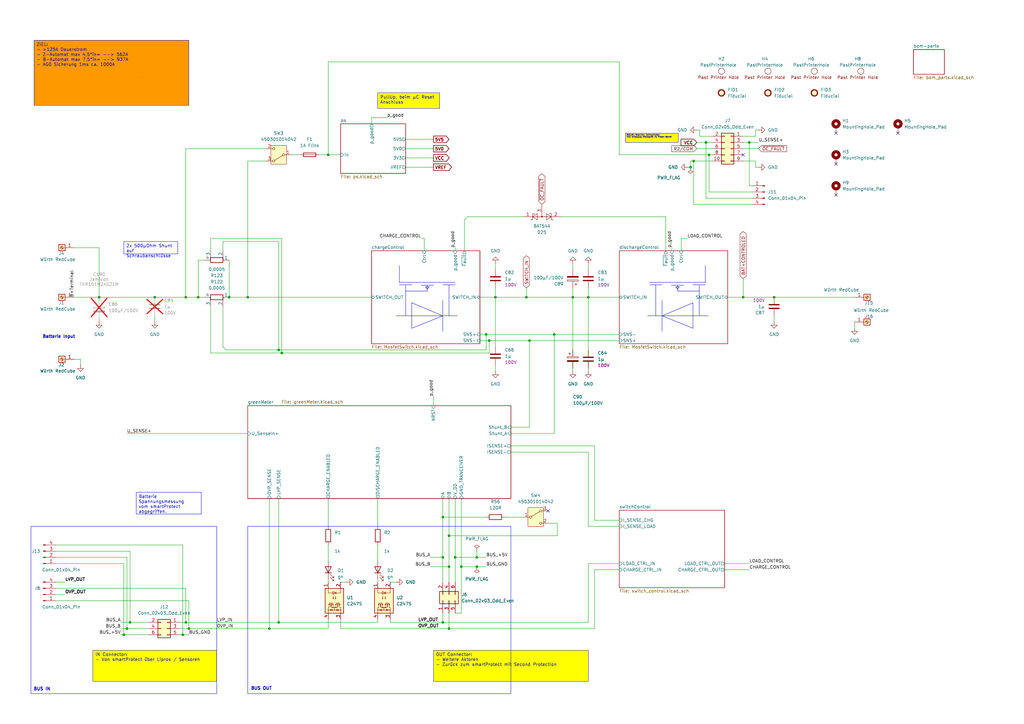
<source format=kicad_sch>
(kicad_sch
	(version 20250114)
	(generator "eeschema")
	(generator_version "9.0")
	(uuid "bf1f8167-8e29-49cc-a467-dd9cc2c77246")
	(paper "A3")
	(lib_symbols
		(symbol "Connector:Conn_01x04_Pin"
			(pin_names
				(offset 1.016)
				(hide yes)
			)
			(exclude_from_sim no)
			(in_bom yes)
			(on_board yes)
			(property "Reference" "J"
				(at 0 5.08 0)
				(effects
					(font
						(size 1.27 1.27)
					)
				)
			)
			(property "Value" "Conn_01x04_Pin"
				(at 0 -7.62 0)
				(effects
					(font
						(size 1.27 1.27)
					)
				)
			)
			(property "Footprint" ""
				(at 0 0 0)
				(effects
					(font
						(size 1.27 1.27)
					)
					(hide yes)
				)
			)
			(property "Datasheet" "~"
				(at 0 0 0)
				(effects
					(font
						(size 1.27 1.27)
					)
					(hide yes)
				)
			)
			(property "Description" "Generic connector, single row, 01x04, script generated"
				(at 0 0 0)
				(effects
					(font
						(size 1.27 1.27)
					)
					(hide yes)
				)
			)
			(property "ki_locked" ""
				(at 0 0 0)
				(effects
					(font
						(size 1.27 1.27)
					)
				)
			)
			(property "ki_keywords" "connector"
				(at 0 0 0)
				(effects
					(font
						(size 1.27 1.27)
					)
					(hide yes)
				)
			)
			(property "ki_fp_filters" "Connector*:*_1x??_*"
				(at 0 0 0)
				(effects
					(font
						(size 1.27 1.27)
					)
					(hide yes)
				)
			)
			(symbol "Conn_01x04_Pin_1_1"
				(rectangle
					(start 0.8636 2.667)
					(end 0 2.413)
					(stroke
						(width 0.1524)
						(type default)
					)
					(fill
						(type outline)
					)
				)
				(rectangle
					(start 0.8636 0.127)
					(end 0 -0.127)
					(stroke
						(width 0.1524)
						(type default)
					)
					(fill
						(type outline)
					)
				)
				(rectangle
					(start 0.8636 -2.413)
					(end 0 -2.667)
					(stroke
						(width 0.1524)
						(type default)
					)
					(fill
						(type outline)
					)
				)
				(rectangle
					(start 0.8636 -4.953)
					(end 0 -5.207)
					(stroke
						(width 0.1524)
						(type default)
					)
					(fill
						(type outline)
					)
				)
				(polyline
					(pts
						(xy 1.27 2.54) (xy 0.8636 2.54)
					)
					(stroke
						(width 0.1524)
						(type default)
					)
					(fill
						(type none)
					)
				)
				(polyline
					(pts
						(xy 1.27 0) (xy 0.8636 0)
					)
					(stroke
						(width 0.1524)
						(type default)
					)
					(fill
						(type none)
					)
				)
				(polyline
					(pts
						(xy 1.27 -2.54) (xy 0.8636 -2.54)
					)
					(stroke
						(width 0.1524)
						(type default)
					)
					(fill
						(type none)
					)
				)
				(polyline
					(pts
						(xy 1.27 -5.08) (xy 0.8636 -5.08)
					)
					(stroke
						(width 0.1524)
						(type default)
					)
					(fill
						(type none)
					)
				)
				(pin passive line
					(at 5.08 2.54 180)
					(length 3.81)
					(name "Pin_1"
						(effects
							(font
								(size 1.27 1.27)
							)
						)
					)
					(number "1"
						(effects
							(font
								(size 1.27 1.27)
							)
						)
					)
				)
				(pin passive line
					(at 5.08 0 180)
					(length 3.81)
					(name "Pin_2"
						(effects
							(font
								(size 1.27 1.27)
							)
						)
					)
					(number "2"
						(effects
							(font
								(size 1.27 1.27)
							)
						)
					)
				)
				(pin passive line
					(at 5.08 -2.54 180)
					(length 3.81)
					(name "Pin_3"
						(effects
							(font
								(size 1.27 1.27)
							)
						)
					)
					(number "3"
						(effects
							(font
								(size 1.27 1.27)
							)
						)
					)
				)
				(pin passive line
					(at 5.08 -5.08 180)
					(length 3.81)
					(name "Pin_4"
						(effects
							(font
								(size 1.27 1.27)
							)
						)
					)
					(number "4"
						(effects
							(font
								(size 1.27 1.27)
							)
						)
					)
				)
			)
			(embedded_fonts no)
		)
		(symbol "Connector:Screw_Terminal_01x01"
			(pin_names
				(offset 1.016)
				(hide yes)
			)
			(exclude_from_sim no)
			(in_bom yes)
			(on_board yes)
			(property "Reference" "J"
				(at 0 2.54 0)
				(effects
					(font
						(size 1.27 1.27)
					)
				)
			)
			(property "Value" "Screw_Terminal_01x01"
				(at 0 -2.54 0)
				(effects
					(font
						(size 1.27 1.27)
					)
				)
			)
			(property "Footprint" ""
				(at 0 0 0)
				(effects
					(font
						(size 1.27 1.27)
					)
					(hide yes)
				)
			)
			(property "Datasheet" "~"
				(at 0 0 0)
				(effects
					(font
						(size 1.27 1.27)
					)
					(hide yes)
				)
			)
			(property "Description" "Generic screw terminal, single row, 01x01, script generated (kicad-library-utils/schlib/autogen/connector/)"
				(at 0 0 0)
				(effects
					(font
						(size 1.27 1.27)
					)
					(hide yes)
				)
			)
			(property "ki_keywords" "screw terminal"
				(at 0 0 0)
				(effects
					(font
						(size 1.27 1.27)
					)
					(hide yes)
				)
			)
			(property "ki_fp_filters" "TerminalBlock*:*"
				(at 0 0 0)
				(effects
					(font
						(size 1.27 1.27)
					)
					(hide yes)
				)
			)
			(symbol "Screw_Terminal_01x01_1_1"
				(rectangle
					(start -1.27 1.27)
					(end 1.27 -1.27)
					(stroke
						(width 0.254)
						(type default)
					)
					(fill
						(type background)
					)
				)
				(polyline
					(pts
						(xy -0.5334 0.3302) (xy 0.3302 -0.508)
					)
					(stroke
						(width 0.1524)
						(type default)
					)
					(fill
						(type none)
					)
				)
				(polyline
					(pts
						(xy -0.3556 0.508) (xy 0.508 -0.3302)
					)
					(stroke
						(width 0.1524)
						(type default)
					)
					(fill
						(type none)
					)
				)
				(circle
					(center 0 0)
					(radius 0.635)
					(stroke
						(width 0.1524)
						(type default)
					)
					(fill
						(type none)
					)
				)
				(pin passive line
					(at -5.08 0 0)
					(length 3.81)
					(name "Pin_1"
						(effects
							(font
								(size 1.27 1.27)
							)
						)
					)
					(number "1"
						(effects
							(font
								(size 1.27 1.27)
							)
						)
					)
				)
			)
			(embedded_fonts no)
		)
		(symbol "Connector_Generic:Conn_02x03_Odd_Even"
			(pin_names
				(offset 1.016)
				(hide yes)
			)
			(exclude_from_sim no)
			(in_bom yes)
			(on_board yes)
			(property "Reference" "J"
				(at 1.27 5.08 0)
				(effects
					(font
						(size 1.27 1.27)
					)
				)
			)
			(property "Value" "Conn_02x03_Odd_Even"
				(at 1.27 -5.08 0)
				(effects
					(font
						(size 1.27 1.27)
					)
				)
			)
			(property "Footprint" ""
				(at 0 0 0)
				(effects
					(font
						(size 1.27 1.27)
					)
					(hide yes)
				)
			)
			(property "Datasheet" "~"
				(at 0 0 0)
				(effects
					(font
						(size 1.27 1.27)
					)
					(hide yes)
				)
			)
			(property "Description" "Generic connector, double row, 02x03, odd/even pin numbering scheme (row 1 odd numbers, row 2 even numbers), script generated (kicad-library-utils/schlib/autogen/connector/)"
				(at 0 0 0)
				(effects
					(font
						(size 1.27 1.27)
					)
					(hide yes)
				)
			)
			(property "ki_keywords" "connector"
				(at 0 0 0)
				(effects
					(font
						(size 1.27 1.27)
					)
					(hide yes)
				)
			)
			(property "ki_fp_filters" "Connector*:*_2x??_*"
				(at 0 0 0)
				(effects
					(font
						(size 1.27 1.27)
					)
					(hide yes)
				)
			)
			(symbol "Conn_02x03_Odd_Even_1_1"
				(rectangle
					(start -1.27 3.81)
					(end 3.81 -3.81)
					(stroke
						(width 0.254)
						(type default)
					)
					(fill
						(type background)
					)
				)
				(rectangle
					(start -1.27 2.667)
					(end 0 2.413)
					(stroke
						(width 0.1524)
						(type default)
					)
					(fill
						(type none)
					)
				)
				(rectangle
					(start -1.27 0.127)
					(end 0 -0.127)
					(stroke
						(width 0.1524)
						(type default)
					)
					(fill
						(type none)
					)
				)
				(rectangle
					(start -1.27 -2.413)
					(end 0 -2.667)
					(stroke
						(width 0.1524)
						(type default)
					)
					(fill
						(type none)
					)
				)
				(rectangle
					(start 3.81 2.667)
					(end 2.54 2.413)
					(stroke
						(width 0.1524)
						(type default)
					)
					(fill
						(type none)
					)
				)
				(rectangle
					(start 3.81 0.127)
					(end 2.54 -0.127)
					(stroke
						(width 0.1524)
						(type default)
					)
					(fill
						(type none)
					)
				)
				(rectangle
					(start 3.81 -2.413)
					(end 2.54 -2.667)
					(stroke
						(width 0.1524)
						(type default)
					)
					(fill
						(type none)
					)
				)
				(pin passive line
					(at -5.08 2.54 0)
					(length 3.81)
					(name "Pin_1"
						(effects
							(font
								(size 1.27 1.27)
							)
						)
					)
					(number "1"
						(effects
							(font
								(size 1.27 1.27)
							)
						)
					)
				)
				(pin passive line
					(at -5.08 0 0)
					(length 3.81)
					(name "Pin_3"
						(effects
							(font
								(size 1.27 1.27)
							)
						)
					)
					(number "3"
						(effects
							(font
								(size 1.27 1.27)
							)
						)
					)
				)
				(pin passive line
					(at -5.08 -2.54 0)
					(length 3.81)
					(name "Pin_5"
						(effects
							(font
								(size 1.27 1.27)
							)
						)
					)
					(number "5"
						(effects
							(font
								(size 1.27 1.27)
							)
						)
					)
				)
				(pin passive line
					(at 7.62 2.54 180)
					(length 3.81)
					(name "Pin_2"
						(effects
							(font
								(size 1.27 1.27)
							)
						)
					)
					(number "2"
						(effects
							(font
								(size 1.27 1.27)
							)
						)
					)
				)
				(pin passive line
					(at 7.62 0 180)
					(length 3.81)
					(name "Pin_4"
						(effects
							(font
								(size 1.27 1.27)
							)
						)
					)
					(number "4"
						(effects
							(font
								(size 1.27 1.27)
							)
						)
					)
				)
				(pin passive line
					(at 7.62 -2.54 180)
					(length 3.81)
					(name "Pin_6"
						(effects
							(font
								(size 1.27 1.27)
							)
						)
					)
					(number "6"
						(effects
							(font
								(size 1.27 1.27)
							)
						)
					)
				)
			)
			(embedded_fonts no)
		)
		(symbol "Connector_Generic:Conn_02x05_Odd_Even"
			(pin_names
				(offset 1.016)
				(hide yes)
			)
			(exclude_from_sim no)
			(in_bom yes)
			(on_board yes)
			(property "Reference" "J"
				(at 1.27 7.62 0)
				(effects
					(font
						(size 1.27 1.27)
					)
				)
			)
			(property "Value" "Conn_02x05_Odd_Even"
				(at 1.27 -7.62 0)
				(effects
					(font
						(size 1.27 1.27)
					)
				)
			)
			(property "Footprint" ""
				(at 0 0 0)
				(effects
					(font
						(size 1.27 1.27)
					)
					(hide yes)
				)
			)
			(property "Datasheet" "~"
				(at 0 0 0)
				(effects
					(font
						(size 1.27 1.27)
					)
					(hide yes)
				)
			)
			(property "Description" "Generic connector, double row, 02x05, odd/even pin numbering scheme (row 1 odd numbers, row 2 even numbers), script generated (kicad-library-utils/schlib/autogen/connector/)"
				(at 0 0 0)
				(effects
					(font
						(size 1.27 1.27)
					)
					(hide yes)
				)
			)
			(property "ki_keywords" "connector"
				(at 0 0 0)
				(effects
					(font
						(size 1.27 1.27)
					)
					(hide yes)
				)
			)
			(property "ki_fp_filters" "Connector*:*_2x??_*"
				(at 0 0 0)
				(effects
					(font
						(size 1.27 1.27)
					)
					(hide yes)
				)
			)
			(symbol "Conn_02x05_Odd_Even_1_1"
				(rectangle
					(start -1.27 6.35)
					(end 3.81 -6.35)
					(stroke
						(width 0.254)
						(type default)
					)
					(fill
						(type background)
					)
				)
				(rectangle
					(start -1.27 5.207)
					(end 0 4.953)
					(stroke
						(width 0.1524)
						(type default)
					)
					(fill
						(type none)
					)
				)
				(rectangle
					(start -1.27 2.667)
					(end 0 2.413)
					(stroke
						(width 0.1524)
						(type default)
					)
					(fill
						(type none)
					)
				)
				(rectangle
					(start -1.27 0.127)
					(end 0 -0.127)
					(stroke
						(width 0.1524)
						(type default)
					)
					(fill
						(type none)
					)
				)
				(rectangle
					(start -1.27 -2.413)
					(end 0 -2.667)
					(stroke
						(width 0.1524)
						(type default)
					)
					(fill
						(type none)
					)
				)
				(rectangle
					(start -1.27 -4.953)
					(end 0 -5.207)
					(stroke
						(width 0.1524)
						(type default)
					)
					(fill
						(type none)
					)
				)
				(rectangle
					(start 3.81 5.207)
					(end 2.54 4.953)
					(stroke
						(width 0.1524)
						(type default)
					)
					(fill
						(type none)
					)
				)
				(rectangle
					(start 3.81 2.667)
					(end 2.54 2.413)
					(stroke
						(width 0.1524)
						(type default)
					)
					(fill
						(type none)
					)
				)
				(rectangle
					(start 3.81 0.127)
					(end 2.54 -0.127)
					(stroke
						(width 0.1524)
						(type default)
					)
					(fill
						(type none)
					)
				)
				(rectangle
					(start 3.81 -2.413)
					(end 2.54 -2.667)
					(stroke
						(width 0.1524)
						(type default)
					)
					(fill
						(type none)
					)
				)
				(rectangle
					(start 3.81 -4.953)
					(end 2.54 -5.207)
					(stroke
						(width 0.1524)
						(type default)
					)
					(fill
						(type none)
					)
				)
				(pin passive line
					(at -5.08 5.08 0)
					(length 3.81)
					(name "Pin_1"
						(effects
							(font
								(size 1.27 1.27)
							)
						)
					)
					(number "1"
						(effects
							(font
								(size 1.27 1.27)
							)
						)
					)
				)
				(pin passive line
					(at -5.08 2.54 0)
					(length 3.81)
					(name "Pin_3"
						(effects
							(font
								(size 1.27 1.27)
							)
						)
					)
					(number "3"
						(effects
							(font
								(size 1.27 1.27)
							)
						)
					)
				)
				(pin passive line
					(at -5.08 0 0)
					(length 3.81)
					(name "Pin_5"
						(effects
							(font
								(size 1.27 1.27)
							)
						)
					)
					(number "5"
						(effects
							(font
								(size 1.27 1.27)
							)
						)
					)
				)
				(pin passive line
					(at -5.08 -2.54 0)
					(length 3.81)
					(name "Pin_7"
						(effects
							(font
								(size 1.27 1.27)
							)
						)
					)
					(number "7"
						(effects
							(font
								(size 1.27 1.27)
							)
						)
					)
				)
				(pin passive line
					(at -5.08 -5.08 0)
					(length 3.81)
					(name "Pin_9"
						(effects
							(font
								(size 1.27 1.27)
							)
						)
					)
					(number "9"
						(effects
							(font
								(size 1.27 1.27)
							)
						)
					)
				)
				(pin passive line
					(at 7.62 5.08 180)
					(length 3.81)
					(name "Pin_2"
						(effects
							(font
								(size 1.27 1.27)
							)
						)
					)
					(number "2"
						(effects
							(font
								(size 1.27 1.27)
							)
						)
					)
				)
				(pin passive line
					(at 7.62 2.54 180)
					(length 3.81)
					(name "Pin_4"
						(effects
							(font
								(size 1.27 1.27)
							)
						)
					)
					(number "4"
						(effects
							(font
								(size 1.27 1.27)
							)
						)
					)
				)
				(pin passive line
					(at 7.62 0 180)
					(length 3.81)
					(name "Pin_6"
						(effects
							(font
								(size 1.27 1.27)
							)
						)
					)
					(number "6"
						(effects
							(font
								(size 1.27 1.27)
							)
						)
					)
				)
				(pin passive line
					(at 7.62 -2.54 180)
					(length 3.81)
					(name "Pin_8"
						(effects
							(font
								(size 1.27 1.27)
							)
						)
					)
					(number "8"
						(effects
							(font
								(size 1.27 1.27)
							)
						)
					)
				)
				(pin passive line
					(at 7.62 -5.08 180)
					(length 3.81)
					(name "Pin_10"
						(effects
							(font
								(size 1.27 1.27)
							)
						)
					)
					(number "10"
						(effects
							(font
								(size 1.27 1.27)
							)
						)
					)
				)
			)
			(embedded_fonts no)
		)
		(symbol "Device:C"
			(pin_numbers
				(hide yes)
			)
			(pin_names
				(offset 0.254)
			)
			(exclude_from_sim no)
			(in_bom yes)
			(on_board yes)
			(property "Reference" "C"
				(at 0.635 2.54 0)
				(effects
					(font
						(size 1.27 1.27)
					)
					(justify left)
				)
			)
			(property "Value" "C"
				(at 0.635 -2.54 0)
				(effects
					(font
						(size 1.27 1.27)
					)
					(justify left)
				)
			)
			(property "Footprint" ""
				(at 0.9652 -3.81 0)
				(effects
					(font
						(size 1.27 1.27)
					)
					(hide yes)
				)
			)
			(property "Datasheet" "~"
				(at 0 0 0)
				(effects
					(font
						(size 1.27 1.27)
					)
					(hide yes)
				)
			)
			(property "Description" "Unpolarized capacitor"
				(at 0 0 0)
				(effects
					(font
						(size 1.27 1.27)
					)
					(hide yes)
				)
			)
			(property "ki_keywords" "cap capacitor"
				(at 0 0 0)
				(effects
					(font
						(size 1.27 1.27)
					)
					(hide yes)
				)
			)
			(property "ki_fp_filters" "C_*"
				(at 0 0 0)
				(effects
					(font
						(size 1.27 1.27)
					)
					(hide yes)
				)
			)
			(symbol "C_0_1"
				(polyline
					(pts
						(xy -2.032 0.762) (xy 2.032 0.762)
					)
					(stroke
						(width 0.508)
						(type default)
					)
					(fill
						(type none)
					)
				)
				(polyline
					(pts
						(xy -2.032 -0.762) (xy 2.032 -0.762)
					)
					(stroke
						(width 0.508)
						(type default)
					)
					(fill
						(type none)
					)
				)
			)
			(symbol "C_1_1"
				(pin passive line
					(at 0 3.81 270)
					(length 2.794)
					(name "~"
						(effects
							(font
								(size 1.27 1.27)
							)
						)
					)
					(number "1"
						(effects
							(font
								(size 1.27 1.27)
							)
						)
					)
				)
				(pin passive line
					(at 0 -3.81 90)
					(length 2.794)
					(name "~"
						(effects
							(font
								(size 1.27 1.27)
							)
						)
					)
					(number "2"
						(effects
							(font
								(size 1.27 1.27)
							)
						)
					)
				)
			)
			(embedded_fonts no)
		)
		(symbol "Device:C_Polarized"
			(pin_numbers
				(hide yes)
			)
			(pin_names
				(offset 0.254)
			)
			(exclude_from_sim no)
			(in_bom yes)
			(on_board yes)
			(property "Reference" "C"
				(at 0.635 2.54 0)
				(effects
					(font
						(size 1.27 1.27)
					)
					(justify left)
				)
			)
			(property "Value" "C_Polarized"
				(at 0.635 -2.54 0)
				(effects
					(font
						(size 1.27 1.27)
					)
					(justify left)
				)
			)
			(property "Footprint" ""
				(at 0.9652 -3.81 0)
				(effects
					(font
						(size 1.27 1.27)
					)
					(hide yes)
				)
			)
			(property "Datasheet" "~"
				(at 0 0 0)
				(effects
					(font
						(size 1.27 1.27)
					)
					(hide yes)
				)
			)
			(property "Description" "Polarized capacitor"
				(at 0 0 0)
				(effects
					(font
						(size 1.27 1.27)
					)
					(hide yes)
				)
			)
			(property "ki_keywords" "cap capacitor"
				(at 0 0 0)
				(effects
					(font
						(size 1.27 1.27)
					)
					(hide yes)
				)
			)
			(property "ki_fp_filters" "CP_*"
				(at 0 0 0)
				(effects
					(font
						(size 1.27 1.27)
					)
					(hide yes)
				)
			)
			(symbol "C_Polarized_0_1"
				(rectangle
					(start -2.286 0.508)
					(end 2.286 1.016)
					(stroke
						(width 0)
						(type default)
					)
					(fill
						(type none)
					)
				)
				(polyline
					(pts
						(xy -1.778 2.286) (xy -0.762 2.286)
					)
					(stroke
						(width 0)
						(type default)
					)
					(fill
						(type none)
					)
				)
				(polyline
					(pts
						(xy -1.27 2.794) (xy -1.27 1.778)
					)
					(stroke
						(width 0)
						(type default)
					)
					(fill
						(type none)
					)
				)
				(rectangle
					(start 2.286 -0.508)
					(end -2.286 -1.016)
					(stroke
						(width 0)
						(type default)
					)
					(fill
						(type outline)
					)
				)
			)
			(symbol "C_Polarized_1_1"
				(pin passive line
					(at 0 3.81 270)
					(length 2.794)
					(name "~"
						(effects
							(font
								(size 1.27 1.27)
							)
						)
					)
					(number "1"
						(effects
							(font
								(size 1.27 1.27)
							)
						)
					)
				)
				(pin passive line
					(at 0 -3.81 90)
					(length 2.794)
					(name "~"
						(effects
							(font
								(size 1.27 1.27)
							)
						)
					)
					(number "2"
						(effects
							(font
								(size 1.27 1.27)
							)
						)
					)
				)
			)
			(embedded_fonts no)
		)
		(symbol "Device:Fuse"
			(pin_numbers
				(hide yes)
			)
			(pin_names
				(offset 0)
			)
			(exclude_from_sim no)
			(in_bom yes)
			(on_board yes)
			(property "Reference" "F"
				(at 2.032 0 90)
				(effects
					(font
						(size 1.27 1.27)
					)
				)
			)
			(property "Value" "Fuse"
				(at -1.905 0 90)
				(effects
					(font
						(size 1.27 1.27)
					)
				)
			)
			(property "Footprint" ""
				(at -1.778 0 90)
				(effects
					(font
						(size 1.27 1.27)
					)
					(hide yes)
				)
			)
			(property "Datasheet" "~"
				(at 0 0 0)
				(effects
					(font
						(size 1.27 1.27)
					)
					(hide yes)
				)
			)
			(property "Description" "Fuse"
				(at 0 0 0)
				(effects
					(font
						(size 1.27 1.27)
					)
					(hide yes)
				)
			)
			(property "ki_keywords" "fuse"
				(at 0 0 0)
				(effects
					(font
						(size 1.27 1.27)
					)
					(hide yes)
				)
			)
			(property "ki_fp_filters" "*Fuse*"
				(at 0 0 0)
				(effects
					(font
						(size 1.27 1.27)
					)
					(hide yes)
				)
			)
			(symbol "Fuse_0_1"
				(rectangle
					(start -0.762 -2.54)
					(end 0.762 2.54)
					(stroke
						(width 0.254)
						(type default)
					)
					(fill
						(type none)
					)
				)
				(polyline
					(pts
						(xy 0 2.54) (xy 0 -2.54)
					)
					(stroke
						(width 0)
						(type default)
					)
					(fill
						(type none)
					)
				)
			)
			(symbol "Fuse_1_1"
				(pin passive line
					(at 0 3.81 270)
					(length 1.27)
					(name "~"
						(effects
							(font
								(size 1.27 1.27)
							)
						)
					)
					(number "1"
						(effects
							(font
								(size 1.27 1.27)
							)
						)
					)
				)
				(pin passive line
					(at 0 -3.81 90)
					(length 1.27)
					(name "~"
						(effects
							(font
								(size 1.27 1.27)
							)
						)
					)
					(number "2"
						(effects
							(font
								(size 1.27 1.27)
							)
						)
					)
				)
			)
			(embedded_fonts no)
		)
		(symbol "Device:LED"
			(pin_numbers
				(hide yes)
			)
			(pin_names
				(offset 1.016)
				(hide yes)
			)
			(exclude_from_sim no)
			(in_bom yes)
			(on_board yes)
			(property "Reference" "D"
				(at 0 2.54 0)
				(effects
					(font
						(size 1.27 1.27)
					)
				)
			)
			(property "Value" "LED"
				(at 0 -2.54 0)
				(effects
					(font
						(size 1.27 1.27)
					)
				)
			)
			(property "Footprint" ""
				(at 0 0 0)
				(effects
					(font
						(size 1.27 1.27)
					)
					(hide yes)
				)
			)
			(property "Datasheet" "~"
				(at 0 0 0)
				(effects
					(font
						(size 1.27 1.27)
					)
					(hide yes)
				)
			)
			(property "Description" "Light emitting diode"
				(at 0 0 0)
				(effects
					(font
						(size 1.27 1.27)
					)
					(hide yes)
				)
			)
			(property "Sim.Pins" "1=K 2=A"
				(at 0 0 0)
				(effects
					(font
						(size 1.27 1.27)
					)
					(hide yes)
				)
			)
			(property "ki_keywords" "LED diode"
				(at 0 0 0)
				(effects
					(font
						(size 1.27 1.27)
					)
					(hide yes)
				)
			)
			(property "ki_fp_filters" "LED* LED_SMD:* LED_THT:*"
				(at 0 0 0)
				(effects
					(font
						(size 1.27 1.27)
					)
					(hide yes)
				)
			)
			(symbol "LED_0_1"
				(polyline
					(pts
						(xy -3.048 -0.762) (xy -4.572 -2.286) (xy -3.81 -2.286) (xy -4.572 -2.286) (xy -4.572 -1.524)
					)
					(stroke
						(width 0)
						(type default)
					)
					(fill
						(type none)
					)
				)
				(polyline
					(pts
						(xy -1.778 -0.762) (xy -3.302 -2.286) (xy -2.54 -2.286) (xy -3.302 -2.286) (xy -3.302 -1.524)
					)
					(stroke
						(width 0)
						(type default)
					)
					(fill
						(type none)
					)
				)
				(polyline
					(pts
						(xy -1.27 0) (xy 1.27 0)
					)
					(stroke
						(width 0)
						(type default)
					)
					(fill
						(type none)
					)
				)
				(polyline
					(pts
						(xy -1.27 -1.27) (xy -1.27 1.27)
					)
					(stroke
						(width 0.254)
						(type default)
					)
					(fill
						(type none)
					)
				)
				(polyline
					(pts
						(xy 1.27 -1.27) (xy 1.27 1.27) (xy -1.27 0) (xy 1.27 -1.27)
					)
					(stroke
						(width 0.254)
						(type default)
					)
					(fill
						(type none)
					)
				)
			)
			(symbol "LED_1_1"
				(pin passive line
					(at -3.81 0 0)
					(length 2.54)
					(name "K"
						(effects
							(font
								(size 1.27 1.27)
							)
						)
					)
					(number "1"
						(effects
							(font
								(size 1.27 1.27)
							)
						)
					)
				)
				(pin passive line
					(at 3.81 0 180)
					(length 2.54)
					(name "A"
						(effects
							(font
								(size 1.27 1.27)
							)
						)
					)
					(number "2"
						(effects
							(font
								(size 1.27 1.27)
							)
						)
					)
				)
			)
			(embedded_fonts no)
		)
		(symbol "Device:R"
			(pin_numbers
				(hide yes)
			)
			(pin_names
				(offset 0)
			)
			(exclude_from_sim no)
			(in_bom yes)
			(on_board yes)
			(property "Reference" "R"
				(at 2.032 0 90)
				(effects
					(font
						(size 1.27 1.27)
					)
				)
			)
			(property "Value" "R"
				(at 0 0 90)
				(effects
					(font
						(size 1.27 1.27)
					)
				)
			)
			(property "Footprint" ""
				(at -1.778 0 90)
				(effects
					(font
						(size 1.27 1.27)
					)
					(hide yes)
				)
			)
			(property "Datasheet" "~"
				(at 0 0 0)
				(effects
					(font
						(size 1.27 1.27)
					)
					(hide yes)
				)
			)
			(property "Description" "Resistor"
				(at 0 0 0)
				(effects
					(font
						(size 1.27 1.27)
					)
					(hide yes)
				)
			)
			(property "ki_keywords" "R res resistor"
				(at 0 0 0)
				(effects
					(font
						(size 1.27 1.27)
					)
					(hide yes)
				)
			)
			(property "ki_fp_filters" "R_*"
				(at 0 0 0)
				(effects
					(font
						(size 1.27 1.27)
					)
					(hide yes)
				)
			)
			(symbol "R_0_1"
				(rectangle
					(start -1.016 -2.54)
					(end 1.016 2.54)
					(stroke
						(width 0.254)
						(type default)
					)
					(fill
						(type none)
					)
				)
			)
			(symbol "R_1_1"
				(pin passive line
					(at 0 3.81 270)
					(length 1.27)
					(name "~"
						(effects
							(font
								(size 1.27 1.27)
							)
						)
					)
					(number "1"
						(effects
							(font
								(size 1.27 1.27)
							)
						)
					)
				)
				(pin passive line
					(at 0 -3.81 90)
					(length 1.27)
					(name "~"
						(effects
							(font
								(size 1.27 1.27)
							)
						)
					)
					(number "2"
						(effects
							(font
								(size 1.27 1.27)
							)
						)
					)
				)
			)
			(embedded_fonts no)
		)
		(symbol "Device:R_Shunt"
			(pin_numbers
				(hide yes)
			)
			(pin_names
				(offset 0)
			)
			(exclude_from_sim no)
			(in_bom yes)
			(on_board yes)
			(property "Reference" "R"
				(at -4.445 0 90)
				(effects
					(font
						(size 1.27 1.27)
					)
				)
			)
			(property "Value" "R_Shunt"
				(at -2.54 0 90)
				(effects
					(font
						(size 1.27 1.27)
					)
				)
			)
			(property "Footprint" ""
				(at -1.778 0 90)
				(effects
					(font
						(size 1.27 1.27)
					)
					(hide yes)
				)
			)
			(property "Datasheet" "~"
				(at 0 0 0)
				(effects
					(font
						(size 1.27 1.27)
					)
					(hide yes)
				)
			)
			(property "Description" "Shunt resistor"
				(at 0 0 0)
				(effects
					(font
						(size 1.27 1.27)
					)
					(hide yes)
				)
			)
			(property "ki_keywords" "R res shunt resistor"
				(at 0 0 0)
				(effects
					(font
						(size 1.27 1.27)
					)
					(hide yes)
				)
			)
			(property "ki_fp_filters" "R_*Shunt*"
				(at 0 0 0)
				(effects
					(font
						(size 1.27 1.27)
					)
					(hide yes)
				)
			)
			(symbol "R_Shunt_0_1"
				(rectangle
					(start -1.016 -2.54)
					(end 1.016 2.54)
					(stroke
						(width 0.254)
						(type default)
					)
					(fill
						(type none)
					)
				)
				(polyline
					(pts
						(xy 0 -2.54) (xy 1.27 -2.54)
					)
					(stroke
						(width 0)
						(type default)
					)
					(fill
						(type none)
					)
				)
				(polyline
					(pts
						(xy 1.27 2.54) (xy 0 2.54)
					)
					(stroke
						(width 0)
						(type default)
					)
					(fill
						(type none)
					)
				)
			)
			(symbol "R_Shunt_1_1"
				(pin passive line
					(at 0 5.08 270)
					(length 2.54)
					(name "1"
						(effects
							(font
								(size 1.27 1.27)
							)
						)
					)
					(number "1"
						(effects
							(font
								(size 1.27 1.27)
							)
						)
					)
				)
				(pin passive line
					(at 0 -5.08 90)
					(length 2.54)
					(name "4"
						(effects
							(font
								(size 1.27 1.27)
							)
						)
					)
					(number "4"
						(effects
							(font
								(size 1.27 1.27)
							)
						)
					)
				)
				(pin passive line
					(at 3.81 2.54 180)
					(length 2.54)
					(name "2"
						(effects
							(font
								(size 1.27 1.27)
							)
						)
					)
					(number "2"
						(effects
							(font
								(size 1.27 1.27)
							)
						)
					)
				)
				(pin passive line
					(at 3.81 -2.54 180)
					(length 2.54)
					(name "3"
						(effects
							(font
								(size 1.27 1.27)
							)
						)
					)
					(number "3"
						(effects
							(font
								(size 1.27 1.27)
							)
						)
					)
				)
			)
			(embedded_fonts no)
		)
		(symbol "Diode:BAT54A"
			(pin_names
				(offset 1.016)
			)
			(exclude_from_sim no)
			(in_bom yes)
			(on_board yes)
			(property "Reference" "D"
				(at 0.635 -3.81 0)
				(effects
					(font
						(size 1.27 1.27)
					)
					(justify left)
				)
			)
			(property "Value" "BAT54A"
				(at -6.35 3.175 0)
				(effects
					(font
						(size 1.27 1.27)
					)
					(justify left)
				)
			)
			(property "Footprint" "Package_TO_SOT_SMD:SOT-23"
				(at 1.905 3.175 0)
				(effects
					(font
						(size 1.27 1.27)
					)
					(justify left)
					(hide yes)
				)
			)
			(property "Datasheet" "http://www.diodes.com/_files/datasheets/ds11005.pdf"
				(at -3.048 0 0)
				(effects
					(font
						(size 1.27 1.27)
					)
					(hide yes)
				)
			)
			(property "Description" "schottky barrier diode"
				(at 0 0 0)
				(effects
					(font
						(size 1.27 1.27)
					)
					(hide yes)
				)
			)
			(property "ki_keywords" "schottky diode"
				(at 0 0 0)
				(effects
					(font
						(size 1.27 1.27)
					)
					(hide yes)
				)
			)
			(property "ki_fp_filters" "SOT?23*"
				(at 0 0 0)
				(effects
					(font
						(size 1.27 1.27)
					)
					(hide yes)
				)
			)
			(symbol "BAT54A_0_1"
				(polyline
					(pts
						(xy -4.445 1.27) (xy -4.445 1.016)
					)
					(stroke
						(width 0)
						(type default)
					)
					(fill
						(type none)
					)
				)
				(polyline
					(pts
						(xy -3.81 1.27) (xy -4.445 1.27)
					)
					(stroke
						(width 0)
						(type default)
					)
					(fill
						(type none)
					)
				)
				(polyline
					(pts
						(xy -3.81 0) (xy -1.27 0)
					)
					(stroke
						(width 0)
						(type default)
					)
					(fill
						(type none)
					)
				)
				(polyline
					(pts
						(xy -3.81 -1.27) (xy -3.81 1.27)
					)
					(stroke
						(width 0)
						(type default)
					)
					(fill
						(type none)
					)
				)
				(polyline
					(pts
						(xy -3.81 -1.27) (xy -3.175 -1.27)
					)
					(stroke
						(width 0)
						(type default)
					)
					(fill
						(type none)
					)
				)
				(polyline
					(pts
						(xy -3.175 -1.27) (xy -3.175 -1.016)
					)
					(stroke
						(width 0)
						(type default)
					)
					(fill
						(type none)
					)
				)
				(polyline
					(pts
						(xy -1.905 1.27) (xy -1.905 -1.27) (xy -3.81 0) (xy -1.905 1.27)
					)
					(stroke
						(width 0)
						(type default)
					)
					(fill
						(type none)
					)
				)
				(polyline
					(pts
						(xy -1.905 0) (xy 1.905 0)
					)
					(stroke
						(width 0)
						(type default)
					)
					(fill
						(type none)
					)
				)
				(circle
					(center 0 0)
					(radius 0.254)
					(stroke
						(width 0)
						(type default)
					)
					(fill
						(type outline)
					)
				)
				(polyline
					(pts
						(xy 1.27 0) (xy 3.81 0)
					)
					(stroke
						(width 0)
						(type default)
					)
					(fill
						(type none)
					)
				)
				(polyline
					(pts
						(xy 1.905 1.27) (xy 1.905 -1.27) (xy 3.81 0) (xy 1.905 1.27)
					)
					(stroke
						(width 0)
						(type default)
					)
					(fill
						(type none)
					)
				)
				(polyline
					(pts
						(xy 3.175 -1.27) (xy 3.175 -1.016)
					)
					(stroke
						(width 0)
						(type default)
					)
					(fill
						(type none)
					)
				)
				(polyline
					(pts
						(xy 3.81 1.27) (xy 4.445 1.27)
					)
					(stroke
						(width 0)
						(type default)
					)
					(fill
						(type none)
					)
				)
				(polyline
					(pts
						(xy 3.81 -1.27) (xy 3.175 -1.27)
					)
					(stroke
						(width 0)
						(type default)
					)
					(fill
						(type none)
					)
				)
				(polyline
					(pts
						(xy 3.81 -1.27) (xy 3.81 1.27)
					)
					(stroke
						(width 0)
						(type default)
					)
					(fill
						(type none)
					)
				)
				(polyline
					(pts
						(xy 4.445 1.27) (xy 4.445 1.016)
					)
					(stroke
						(width 0)
						(type default)
					)
					(fill
						(type none)
					)
				)
			)
			(symbol "BAT54A_1_1"
				(pin passive line
					(at -7.62 0 0)
					(length 3.81)
					(name "~"
						(effects
							(font
								(size 1.27 1.27)
							)
						)
					)
					(number "1"
						(effects
							(font
								(size 1.27 1.27)
							)
						)
					)
				)
				(pin passive line
					(at 0 -5.08 90)
					(length 5.08)
					(name "~"
						(effects
							(font
								(size 1.27 1.27)
							)
						)
					)
					(number "3"
						(effects
							(font
								(size 1.27 1.27)
							)
						)
					)
				)
				(pin passive line
					(at 7.62 0 180)
					(length 3.81)
					(name "~"
						(effects
							(font
								(size 1.27 1.27)
							)
						)
					)
					(number "2"
						(effects
							(font
								(size 1.27 1.27)
							)
						)
					)
				)
			)
			(embedded_fonts no)
		)
		(symbol "Mechanical:Fiducial"
			(exclude_from_sim yes)
			(in_bom no)
			(on_board yes)
			(property "Reference" "FID"
				(at 0 5.08 0)
				(effects
					(font
						(size 1.27 1.27)
					)
				)
			)
			(property "Value" "Fiducial"
				(at 0 3.175 0)
				(effects
					(font
						(size 1.27 1.27)
					)
				)
			)
			(property "Footprint" ""
				(at 0 0 0)
				(effects
					(font
						(size 1.27 1.27)
					)
					(hide yes)
				)
			)
			(property "Datasheet" "~"
				(at 0 0 0)
				(effects
					(font
						(size 1.27 1.27)
					)
					(hide yes)
				)
			)
			(property "Description" "Fiducial Marker"
				(at 0 0 0)
				(effects
					(font
						(size 1.27 1.27)
					)
					(hide yes)
				)
			)
			(property "ki_keywords" "fiducial marker"
				(at 0 0 0)
				(effects
					(font
						(size 1.27 1.27)
					)
					(hide yes)
				)
			)
			(property "ki_fp_filters" "Fiducial*"
				(at 0 0 0)
				(effects
					(font
						(size 1.27 1.27)
					)
					(hide yes)
				)
			)
			(symbol "Fiducial_0_1"
				(circle
					(center 0 0)
					(radius 1.27)
					(stroke
						(width 0.508)
						(type default)
					)
					(fill
						(type background)
					)
				)
			)
			(embedded_fonts no)
		)
		(symbol "Mechanical:MountingHole_Pad"
			(pin_numbers
				(hide yes)
			)
			(pin_names
				(offset 1.016)
				(hide yes)
			)
			(exclude_from_sim yes)
			(in_bom no)
			(on_board yes)
			(property "Reference" "H"
				(at 0 6.35 0)
				(effects
					(font
						(size 1.27 1.27)
					)
				)
			)
			(property "Value" "MountingHole_Pad"
				(at 0 4.445 0)
				(effects
					(font
						(size 1.27 1.27)
					)
				)
			)
			(property "Footprint" ""
				(at 0 0 0)
				(effects
					(font
						(size 1.27 1.27)
					)
					(hide yes)
				)
			)
			(property "Datasheet" "~"
				(at 0 0 0)
				(effects
					(font
						(size 1.27 1.27)
					)
					(hide yes)
				)
			)
			(property "Description" "Mounting Hole with connection"
				(at 0 0 0)
				(effects
					(font
						(size 1.27 1.27)
					)
					(hide yes)
				)
			)
			(property "ki_keywords" "mounting hole"
				(at 0 0 0)
				(effects
					(font
						(size 1.27 1.27)
					)
					(hide yes)
				)
			)
			(property "ki_fp_filters" "MountingHole*Pad*"
				(at 0 0 0)
				(effects
					(font
						(size 1.27 1.27)
					)
					(hide yes)
				)
			)
			(symbol "MountingHole_Pad_0_1"
				(circle
					(center 0 1.27)
					(radius 1.27)
					(stroke
						(width 1.27)
						(type default)
					)
					(fill
						(type none)
					)
				)
			)
			(symbol "MountingHole_Pad_1_1"
				(pin input line
					(at 0 -2.54 90)
					(length 2.54)
					(name "1"
						(effects
							(font
								(size 1.27 1.27)
							)
						)
					)
					(number "1"
						(effects
							(font
								(size 1.27 1.27)
							)
						)
					)
				)
			)
			(embedded_fonts no)
		)
		(symbol "Relay_SolidState:ASSR-1218"
			(exclude_from_sim no)
			(in_bom yes)
			(on_board yes)
			(property "Reference" "U"
				(at -5.08 5.08 0)
				(effects
					(font
						(size 1.27 1.27)
					)
					(justify left)
				)
			)
			(property "Value" "ASSR-1218"
				(at 0 5.08 0)
				(effects
					(font
						(size 1.27 1.27)
					)
					(justify left)
				)
			)
			(property "Footprint" "Package_SO:SO-4_4.4x4.3mm_P2.54mm"
				(at -5.08 -5.08 0)
				(effects
					(font
						(size 1.27 1.27)
						(italic yes)
					)
					(justify left)
					(hide yes)
				)
			)
			(property "Datasheet" "https://docs.broadcom.com/docs/AV02-0173EN"
				(at 0 0 0)
				(effects
					(font
						(size 1.27 1.27)
					)
					(justify left)
					(hide yes)
				)
			)
			(property "Description" "Form A, Solid State Relay (Photo MOSFET) 60V, 0.2A, 10Ohm, SO-4"
				(at 0 0 0)
				(effects
					(font
						(size 1.27 1.27)
					)
					(hide yes)
				)
			)
			(property "ki_keywords" "MOSFET Output Photorelay 1-Form-A"
				(at 0 0 0)
				(effects
					(font
						(size 1.27 1.27)
					)
					(hide yes)
				)
			)
			(property "ki_fp_filters" "SO*4.4x4.3mm*P2.54mm*"
				(at 0 0 0)
				(effects
					(font
						(size 1.27 1.27)
					)
					(hide yes)
				)
			)
			(symbol "ASSR-1218_0_1"
				(rectangle
					(start -5.08 3.81)
					(end 5.08 -3.81)
					(stroke
						(width 0.254)
						(type default)
					)
					(fill
						(type background)
					)
				)
				(polyline
					(pts
						(xy -5.08 2.54) (xy -3.175 2.54) (xy -3.175 -2.54) (xy -5.08 -2.54)
					)
					(stroke
						(width 0)
						(type default)
					)
					(fill
						(type none)
					)
				)
				(polyline
					(pts
						(xy -3.81 -0.635) (xy -2.54 -0.635)
					)
					(stroke
						(width 0)
						(type default)
					)
					(fill
						(type none)
					)
				)
				(polyline
					(pts
						(xy -3.175 -0.635) (xy -3.81 0.635) (xy -2.54 0.635) (xy -3.175 -0.635)
					)
					(stroke
						(width 0)
						(type default)
					)
					(fill
						(type none)
					)
				)
				(polyline
					(pts
						(xy -1.905 0.508) (xy -0.635 0.508) (xy -1.016 0.381) (xy -1.016 0.635) (xy -0.635 0.508)
					)
					(stroke
						(width 0)
						(type default)
					)
					(fill
						(type none)
					)
				)
				(polyline
					(pts
						(xy -1.905 -0.508) (xy -0.635 -0.508) (xy -1.016 -0.635) (xy -1.016 -0.381) (xy -0.635 -0.508)
					)
					(stroke
						(width 0)
						(type default)
					)
					(fill
						(type none)
					)
				)
				(polyline
					(pts
						(xy 1.016 2.159) (xy 1.016 0.635)
					)
					(stroke
						(width 0.2032)
						(type default)
					)
					(fill
						(type none)
					)
				)
				(polyline
					(pts
						(xy 1.016 -0.635) (xy 1.016 -2.159)
					)
					(stroke
						(width 0.2032)
						(type default)
					)
					(fill
						(type none)
					)
				)
				(polyline
					(pts
						(xy 1.524 2.286) (xy 1.524 2.032) (xy 1.524 2.032)
					)
					(stroke
						(width 0.3556)
						(type default)
					)
					(fill
						(type none)
					)
				)
				(polyline
					(pts
						(xy 1.524 1.524) (xy 1.524 1.27) (xy 1.524 1.27)
					)
					(stroke
						(width 0.3556)
						(type default)
					)
					(fill
						(type none)
					)
				)
				(polyline
					(pts
						(xy 1.524 0.762) (xy 1.524 0.508) (xy 1.524 0.508)
					)
					(stroke
						(width 0.3556)
						(type default)
					)
					(fill
						(type none)
					)
				)
				(polyline
					(pts
						(xy 1.524 -0.508) (xy 1.524 -0.762)
					)
					(stroke
						(width 0.3556)
						(type default)
					)
					(fill
						(type none)
					)
				)
				(polyline
					(pts
						(xy 1.524 -1.27) (xy 1.524 -1.524) (xy 1.524 -1.524)
					)
					(stroke
						(width 0.3556)
						(type default)
					)
					(fill
						(type none)
					)
				)
				(polyline
					(pts
						(xy 1.524 -2.032) (xy 1.524 -2.286) (xy 1.524 -2.286)
					)
					(stroke
						(width 0.3556)
						(type default)
					)
					(fill
						(type none)
					)
				)
				(polyline
					(pts
						(xy 1.651 2.159) (xy 2.794 2.159) (xy 2.794 2.54) (xy 5.08 2.54)
					)
					(stroke
						(width 0)
						(type default)
					)
					(fill
						(type none)
					)
				)
				(polyline
					(pts
						(xy 1.651 1.397) (xy 2.794 1.397) (xy 2.794 0.635)
					)
					(stroke
						(width 0)
						(type default)
					)
					(fill
						(type none)
					)
				)
				(polyline
					(pts
						(xy 1.651 -0.635) (xy 2.794 -0.635) (xy 2.794 0.635) (xy 1.651 0.635)
					)
					(stroke
						(width 0)
						(type default)
					)
					(fill
						(type none)
					)
				)
				(polyline
					(pts
						(xy 1.651 -1.397) (xy 2.794 -1.397) (xy 2.794 -0.635)
					)
					(stroke
						(width 0)
						(type default)
					)
					(fill
						(type none)
					)
				)
				(polyline
					(pts
						(xy 1.651 -2.159) (xy 2.794 -2.159) (xy 2.794 -2.54) (xy 5.08 -2.54)
					)
					(stroke
						(width 0)
						(type default)
					)
					(fill
						(type none)
					)
				)
				(polyline
					(pts
						(xy 1.778 1.397) (xy 2.286 1.524) (xy 2.286 1.27) (xy 1.778 1.397)
					)
					(stroke
						(width 0)
						(type default)
					)
					(fill
						(type none)
					)
				)
				(polyline
					(pts
						(xy 1.778 -1.397) (xy 2.286 -1.27) (xy 2.286 -1.524) (xy 1.778 -1.397)
					)
					(stroke
						(width 0)
						(type default)
					)
					(fill
						(type none)
					)
				)
				(circle
					(center 2.794 0.635)
					(radius 0.127)
					(stroke
						(width 0)
						(type default)
					)
					(fill
						(type none)
					)
				)
				(polyline
					(pts
						(xy 2.794 0) (xy 3.81 0)
					)
					(stroke
						(width 0)
						(type default)
					)
					(fill
						(type none)
					)
				)
				(circle
					(center 2.794 0)
					(radius 0.127)
					(stroke
						(width 0)
						(type default)
					)
					(fill
						(type none)
					)
				)
				(circle
					(center 2.794 -0.635)
					(radius 0.127)
					(stroke
						(width 0)
						(type default)
					)
					(fill
						(type none)
					)
				)
				(polyline
					(pts
						(xy 3.429 1.651) (xy 4.191 1.651)
					)
					(stroke
						(width 0)
						(type default)
					)
					(fill
						(type none)
					)
				)
				(polyline
					(pts
						(xy 3.429 -1.651) (xy 4.191 -1.651)
					)
					(stroke
						(width 0)
						(type default)
					)
					(fill
						(type none)
					)
				)
				(circle
					(center 3.81 2.54)
					(radius 0.127)
					(stroke
						(width 0)
						(type default)
					)
					(fill
						(type none)
					)
				)
				(polyline
					(pts
						(xy 3.81 1.651) (xy 3.429 0.889) (xy 4.191 0.889) (xy 3.81 1.651)
					)
					(stroke
						(width 0)
						(type default)
					)
					(fill
						(type none)
					)
				)
				(circle
					(center 3.81 0)
					(radius 0.127)
					(stroke
						(width 0)
						(type default)
					)
					(fill
						(type none)
					)
				)
				(polyline
					(pts
						(xy 3.81 -1.651) (xy 3.429 -0.889) (xy 4.191 -0.889) (xy 3.81 -1.651)
					)
					(stroke
						(width 0)
						(type default)
					)
					(fill
						(type none)
					)
				)
				(polyline
					(pts
						(xy 3.81 -2.54) (xy 3.81 2.54)
					)
					(stroke
						(width 0)
						(type default)
					)
					(fill
						(type none)
					)
				)
				(circle
					(center 3.81 -2.54)
					(radius 0.127)
					(stroke
						(width 0)
						(type default)
					)
					(fill
						(type none)
					)
				)
			)
			(symbol "ASSR-1218_1_1"
				(pin passive line
					(at -7.62 2.54 0)
					(length 2.54)
					(name "~"
						(effects
							(font
								(size 1.27 1.27)
							)
						)
					)
					(number "1"
						(effects
							(font
								(size 1.27 1.27)
							)
						)
					)
				)
				(pin passive line
					(at -7.62 -2.54 0)
					(length 2.54)
					(name "~"
						(effects
							(font
								(size 1.27 1.27)
							)
						)
					)
					(number "2"
						(effects
							(font
								(size 1.27 1.27)
							)
						)
					)
				)
				(pin passive line
					(at 7.62 2.54 180)
					(length 2.54)
					(name "~"
						(effects
							(font
								(size 1.27 1.27)
							)
						)
					)
					(number "4"
						(effects
							(font
								(size 1.27 1.27)
							)
						)
					)
				)
				(pin passive line
					(at 7.62 -2.54 180)
					(length 2.54)
					(name "~"
						(effects
							(font
								(size 1.27 1.27)
							)
						)
					)
					(number "3"
						(effects
							(font
								(size 1.27 1.27)
							)
						)
					)
				)
			)
			(embedded_fonts no)
		)
		(symbol "Switch:SW_Wuerth_450301014042"
			(pin_names
				(offset 1)
				(hide yes)
			)
			(exclude_from_sim no)
			(in_bom yes)
			(on_board yes)
			(property "Reference" "SW"
				(at 0 5.08 0)
				(effects
					(font
						(size 1.27 1.27)
					)
				)
			)
			(property "Value" "SW_Wuerth_450301014042"
				(at 0 -5.08 0)
				(effects
					(font
						(size 1.27 1.27)
					)
				)
			)
			(property "Footprint" "Button_Switch_THT:SW_Slide-03_Wuerth-WS-SLTV_10x2.5x6.4_P2.54mm"
				(at 0 -10.16 0)
				(effects
					(font
						(size 1.27 1.27)
					)
					(hide yes)
				)
			)
			(property "Datasheet" "https://www.we-online.com/components/products/datasheet/450301014042.pdf"
				(at 0 -7.62 0)
				(effects
					(font
						(size 1.27 1.27)
					)
					(hide yes)
				)
			)
			(property "Description" "Switch slide, single pole double throw"
				(at 0 0 0)
				(effects
					(font
						(size 1.27 1.27)
					)
					(hide yes)
				)
			)
			(property "ki_keywords" "changeover single-pole opposite-side-connection double-throw spdt ON-ON"
				(at 0 0 0)
				(effects
					(font
						(size 1.27 1.27)
					)
					(hide yes)
				)
			)
			(property "ki_fp_filters" "SW*Wuerth*WS*SLTV*10x2.5x6.4*P2.54mm*"
				(at 0 0 0)
				(effects
					(font
						(size 1.27 1.27)
					)
					(hide yes)
				)
			)
			(symbol "SW_Wuerth_450301014042_0_1"
				(circle
					(center -2.032 0)
					(radius 0.4572)
					(stroke
						(width 0)
						(type default)
					)
					(fill
						(type none)
					)
				)
				(polyline
					(pts
						(xy -1.651 0.254) (xy 1.651 2.286)
					)
					(stroke
						(width 0)
						(type default)
					)
					(fill
						(type none)
					)
				)
				(circle
					(center 2.032 2.54)
					(radius 0.4572)
					(stroke
						(width 0)
						(type default)
					)
					(fill
						(type none)
					)
				)
				(circle
					(center 2.032 -2.54)
					(radius 0.4572)
					(stroke
						(width 0)
						(type default)
					)
					(fill
						(type none)
					)
				)
			)
			(symbol "SW_Wuerth_450301014042_1_1"
				(rectangle
					(start -3.175 3.81)
					(end 3.175 -3.81)
					(stroke
						(width 0)
						(type default)
					)
					(fill
						(type background)
					)
				)
				(pin passive line
					(at -5.08 0 0)
					(length 2.54)
					(name "B"
						(effects
							(font
								(size 1.27 1.27)
							)
						)
					)
					(number "1"
						(effects
							(font
								(size 1.27 1.27)
							)
						)
					)
				)
				(pin passive line
					(at 5.08 2.54 180)
					(length 2.54)
					(name "A"
						(effects
							(font
								(size 1.27 1.27)
							)
						)
					)
					(number "3"
						(effects
							(font
								(size 1.27 1.27)
							)
						)
					)
				)
				(pin passive line
					(at 5.08 -2.54 180)
					(length 2.54)
					(name "C"
						(effects
							(font
								(size 1.27 1.27)
							)
						)
					)
					(number "2"
						(effects
							(font
								(size 1.27 1.27)
							)
						)
					)
				)
			)
			(embedded_fonts no)
		)
		(symbol "myMounting:mounting_past_printer"
			(exclude_from_sim no)
			(in_bom no)
			(on_board yes)
			(property "Reference" "H"
				(at 0 0 0)
				(effects
					(font
						(size 1.27 1.27)
					)
				)
			)
			(property "Value" ""
				(at 0 0 0)
				(effects
					(font
						(size 1.27 1.27)
					)
				)
			)
			(property "Footprint" "myHoles:printer_mounting_holes_1mm"
				(at 0 0 0)
				(effects
					(font
						(size 1.27 1.27)
					)
					(hide yes)
				)
			)
			(property "Datasheet" ""
				(at 0 0 0)
				(effects
					(font
						(size 1.27 1.27)
					)
					(hide yes)
				)
			)
			(property "Description" ""
				(at 0 0 0)
				(effects
					(font
						(size 1.27 1.27)
					)
					(hide yes)
				)
			)
			(symbol "mounting_past_printer_0_1"
				(circle
					(center 0 0)
					(radius 1.27)
					(stroke
						(width 0)
						(type default)
					)
					(fill
						(type none)
					)
				)
			)
			(symbol "mounting_past_printer_1_1"
				(text "Past Printer Hole\n"
					(at -1.27 -2.54 0)
					(effects
						(font
							(size 1.27 1.27)
						)
					)
				)
			)
			(embedded_fonts no)
		)
		(symbol "power:GND"
			(power)
			(pin_numbers
				(hide yes)
			)
			(pin_names
				(offset 0)
				(hide yes)
			)
			(exclude_from_sim no)
			(in_bom yes)
			(on_board yes)
			(property "Reference" "#PWR"
				(at 0 -6.35 0)
				(effects
					(font
						(size 1.27 1.27)
					)
					(hide yes)
				)
			)
			(property "Value" "GND"
				(at 0 -3.81 0)
				(effects
					(font
						(size 1.27 1.27)
					)
				)
			)
			(property "Footprint" ""
				(at 0 0 0)
				(effects
					(font
						(size 1.27 1.27)
					)
					(hide yes)
				)
			)
			(property "Datasheet" ""
				(at 0 0 0)
				(effects
					(font
						(size 1.27 1.27)
					)
					(hide yes)
				)
			)
			(property "Description" "Power symbol creates a global label with name \"GND\" , ground"
				(at 0 0 0)
				(effects
					(font
						(size 1.27 1.27)
					)
					(hide yes)
				)
			)
			(property "ki_keywords" "global power"
				(at 0 0 0)
				(effects
					(font
						(size 1.27 1.27)
					)
					(hide yes)
				)
			)
			(symbol "GND_0_1"
				(polyline
					(pts
						(xy 0 0) (xy 0 -1.27) (xy 1.27 -1.27) (xy 0 -2.54) (xy -1.27 -1.27) (xy 0 -1.27)
					)
					(stroke
						(width 0)
						(type default)
					)
					(fill
						(type none)
					)
				)
			)
			(symbol "GND_1_1"
				(pin power_in line
					(at 0 0 270)
					(length 0)
					(name "~"
						(effects
							(font
								(size 1.27 1.27)
							)
						)
					)
					(number "1"
						(effects
							(font
								(size 1.27 1.27)
							)
						)
					)
				)
			)
			(embedded_fonts no)
		)
		(symbol "power:PWR_FLAG"
			(power)
			(pin_numbers
				(hide yes)
			)
			(pin_names
				(offset 0)
				(hide yes)
			)
			(exclude_from_sim no)
			(in_bom yes)
			(on_board yes)
			(property "Reference" "#FLG"
				(at 0 1.905 0)
				(effects
					(font
						(size 1.27 1.27)
					)
					(hide yes)
				)
			)
			(property "Value" "PWR_FLAG"
				(at 0 3.81 0)
				(effects
					(font
						(size 1.27 1.27)
					)
				)
			)
			(property "Footprint" ""
				(at 0 0 0)
				(effects
					(font
						(size 1.27 1.27)
					)
					(hide yes)
				)
			)
			(property "Datasheet" "~"
				(at 0 0 0)
				(effects
					(font
						(size 1.27 1.27)
					)
					(hide yes)
				)
			)
			(property "Description" "Special symbol for telling ERC where power comes from"
				(at 0 0 0)
				(effects
					(font
						(size 1.27 1.27)
					)
					(hide yes)
				)
			)
			(property "ki_keywords" "flag power"
				(at 0 0 0)
				(effects
					(font
						(size 1.27 1.27)
					)
					(hide yes)
				)
			)
			(symbol "PWR_FLAG_0_0"
				(pin power_out line
					(at 0 0 90)
					(length 0)
					(name "~"
						(effects
							(font
								(size 1.27 1.27)
							)
						)
					)
					(number "1"
						(effects
							(font
								(size 1.27 1.27)
							)
						)
					)
				)
			)
			(symbol "PWR_FLAG_0_1"
				(polyline
					(pts
						(xy 0 0) (xy 0 1.27) (xy -1.016 1.905) (xy 0 2.54) (xy 1.016 1.905) (xy 0 1.27)
					)
					(stroke
						(width 0)
						(type default)
					)
					(fill
						(type none)
					)
				)
			)
			(embedded_fonts no)
		)
	)
	(rectangle
		(start 101.6 215.9)
		(end 209.55 284.48)
		(stroke
			(width 0)
			(type default)
		)
		(fill
			(type none)
		)
		(uuid 850298ac-a063-417f-9435-f66bccdf823b)
	)
	(rectangle
		(start 12.7 215.9)
		(end 88.9 284.48)
		(stroke
			(width 0)
			(type default)
		)
		(fill
			(type none)
		)
		(uuid cf63cb3a-9eee-4975-a102-849d1c547225)
	)
	(text "BUS IN"
		(exclude_from_sim no)
		(at 13.716 283.464 0)
		(effects
			(font
				(size 1.27 1.27)
				(thickness 0.254)
				(bold yes)
			)
			(justify left bottom)
		)
		(uuid "136446c8-4f74-4b3c-959d-a42a5556ed4e")
	)
	(text "Batterie Input"
		(exclude_from_sim no)
		(at 24.13 138.176 0)
		(effects
			(font
				(size 1.27 1.27)
				(thickness 0.254)
				(bold yes)
			)
		)
		(uuid "8fb42ca2-5f05-451a-bcbc-8e2b950c0fd2")
	)
	(text "BUS OUT"
		(exclude_from_sim no)
		(at 102.87 283.21 0)
		(effects
			(font
				(size 1.27 1.27)
				(thickness 0.254)
				(bold yes)
			)
			(justify left bottom)
		)
		(uuid "9353200d-486c-4265-b7e3-1826a39658f3")
	)
	(text_box "Batterie Spannungsmessung\nvom smartProtect abgegriffen."
		(exclude_from_sim no)
		(at 55.88 201.93 0)
		(size 26.67 8.89)
		(margins 0.9525 0.9525 0.9525 0.9525)
		(stroke
			(width 0)
			(type default)
		)
		(fill
			(type none)
		)
		(effects
			(font
				(size 1.27 1.27)
			)
			(justify left top)
		)
		(uuid "01cccd26-2abf-449f-83fa-ad7fc57b30f9")
	)
	(text_box "IN Connector:\n- Von smartProtect über Lipros / Sensoren\n\n"
		(exclude_from_sim no)
		(at 38.1 266.7 0)
		(size 50.8 12.7)
		(margins 0.9525 0.9525 0.9525 0.9525)
		(stroke
			(width 0)
			(type default)
		)
		(fill
			(type color)
			(color 255 255 0 1)
		)
		(effects
			(font
				(size 1.27 1.27)
			)
			(justify left top)
		)
		(uuid "41a30109-5e66-4795-8642-3e645e3d3e64")
	)
	(text_box "BMS_OK: Reserviert, Kommunikation\nVCC: Versorgung Mastergerät via Protect Board? "
		(exclude_from_sim no)
		(at 256.54 54.61 0)
		(size 21.59 3.81)
		(margins 0.375 0.375 0.375 0.375)
		(stroke
			(width 0)
			(type default)
		)
		(fill
			(type color)
			(color 255 255 0 1)
		)
		(effects
			(font
				(size 0.5 0.5)
			)
			(justify left top)
		)
		(uuid "64d119dc-3a90-48b1-8c4c-c9ce2768d752")
	)
	(text_box "OUT Connector:\n- Weitere Aktoren\n- Zurück zum smartProtect mit Second Protection\n"
		(exclude_from_sim no)
		(at 177.8 266.7 0)
		(size 63.5 12.7)
		(margins 0.9525 0.9525 0.9525 0.9525)
		(stroke
			(width 0)
			(type default)
		)
		(fill
			(type color)
			(color 255 255 0 1)
		)
		(effects
			(font
				(size 1.27 1.27)
			)
			(justify left top)
		)
		(uuid "6c579540-6a80-472c-9223-bd719a421bc3")
	)
	(text_box "2x 500µOhm Shunt auf \nSchraubanschlüsse"
		(exclude_from_sim no)
		(at 50.8 99.06 0)
		(size 22.098 5.08)
		(margins 0.9525 0.9525 0.9525 0.9525)
		(stroke
			(width 0)
			(type solid)
		)
		(fill
			(type none)
		)
		(effects
			(font
				(size 1.27 1.27)
			)
			(justify left top)
		)
		(uuid "6d74accd-19d9-4370-b7f1-97049c8dda2e")
	)
	(text_box "ZIEL:\n- >125A Dauerstrom\n- Z-Automat max 4,5*in= --> 562A\n- B-Automat max 7,5*in= --> 937A\n- AG0 Sicherung 1ms ca. 1000A"
		(exclude_from_sim no)
		(at 13.97 16.51 0)
		(size 63.5 26.67)
		(margins 0.9525 0.9525 0.9525 0.9525)
		(stroke
			(width 0)
			(type default)
		)
		(fill
			(type color)
			(color 255 153 0 1)
		)
		(effects
			(font
				(size 1.27 1.27)
			)
			(justify left top)
		)
		(uuid "9753d98c-c394-468d-b2f9-e9d88948aa0f")
	)
	(text_box "PullUp, beim µC Reset Anschluss"
		(exclude_from_sim no)
		(at 154.94 38.1 0)
		(size 25.4 6.35)
		(margins 0.9525 0.9525 0.9525 0.9525)
		(stroke
			(width 0)
			(type solid)
		)
		(fill
			(type color)
			(color 255 255 0 1)
		)
		(effects
			(font
				(size 1.27 1.27)
			)
			(justify left top)
		)
		(uuid "db626048-c77e-485a-97cc-98752e0f4378")
	)
	(text_box ""
		(exclude_from_sim no)
		(at 58.42 31.75 0)
		(size 0 0)
		(margins 0.9525 0.9525 0.9525 0.9525)
		(stroke
			(width 0)
			(type default)
		)
		(fill
			(type color)
			(color 255 153 0 1)
		)
		(effects
			(font
				(size 1.27 1.27)
			)
			(justify left top)
		)
		(uuid "e3014389-9d15-4bd3-ab5c-528c4d258cc0")
	)
	(junction
		(at 227.33 137.16)
		(diameter 0)
		(color 0 0 0 0)
		(uuid "0183d4b9-643b-4595-b663-439c0c67b46a")
	)
	(junction
		(at 195.58 232.41)
		(diameter 0)
		(color 0 0 0 0)
		(uuid "01ef25e3-1aa9-44fe-903e-797f45fcd5d2")
	)
	(junction
		(at 200.66 139.7)
		(diameter 0)
		(color 0 0 0 0)
		(uuid "135fedec-1528-46ee-a8d7-e19858adc498")
	)
	(junction
		(at 307.34 58.42)
		(diameter 0)
		(color 0 0 0 0)
		(uuid "1ef8064b-869d-486a-98dc-1684228bd5dc")
	)
	(junction
		(at 134.62 63.5)
		(diameter 0)
		(color 0 0 0 0)
		(uuid "2ad941fe-d63d-496e-b8c7-a3fbb1382a1e")
	)
	(junction
		(at 114.3 143.51)
		(diameter 0)
		(color 0 0 0 0)
		(uuid "2c4ff486-68e5-487c-9457-169ad7f6b516")
	)
	(junction
		(at 53.34 255.27)
		(diameter 0)
		(color 0 0 0 0)
		(uuid "2faeb461-3adc-4c30-9801-802bde8c2151")
	)
	(junction
		(at 77.47 257.81)
		(diameter 0)
		(color 0 0 0 0)
		(uuid "33fbbb57-87c9-41e3-a421-5ff535d8702c")
	)
	(junction
		(at 184.15 219.71)
		(diameter 0)
		(color 0 0 0 0)
		(uuid "3d19c551-c9f4-46d7-99b4-36301a9fcb18")
	)
	(junction
		(at 110.49 257.81)
		(diameter 0)
		(color 0 0 0 0)
		(uuid "4bb78399-e364-4153-9c05-2963e37d0e66")
	)
	(junction
		(at 40.64 121.92)
		(diameter 0)
		(color 0 0 0 0)
		(uuid "514727c9-be58-4a6d-aa3d-d25f0cf3d6c9")
	)
	(junction
		(at 50.8 260.35)
		(diameter 0)
		(color 0 0 0 0)
		(uuid "6297cd39-09c1-4dc3-a26b-79f42ef9a976")
	)
	(junction
		(at 63.5 121.92)
		(diameter 0)
		(color 0 0 0 0)
		(uuid "7179d82a-7cf7-4045-b7ba-709b86a81300")
	)
	(junction
		(at 93.98 121.92)
		(diameter 0)
		(color 0 0 0 0)
		(uuid "7540b614-57b2-4aad-895c-be25fccb3e3e")
	)
	(junction
		(at 195.58 228.6)
		(diameter 0)
		(color 0 0 0 0)
		(uuid "75dbdeba-a87b-4618-9ad0-8fdbf59a620c")
	)
	(junction
		(at 76.2 121.92)
		(diameter 0)
		(color 0 0 0 0)
		(uuid "7ccc8e09-944d-42e1-8797-c2950aa77746")
	)
	(junction
		(at 184.15 232.41)
		(diameter 0)
		(color 0 0 0 0)
		(uuid "7d21cd92-2354-4b96-bdc1-eb2c8973d10b")
	)
	(junction
		(at 115.57 144.78)
		(diameter 0)
		(color 0 0 0 0)
		(uuid "7ed2a3cd-0657-4bde-ac96-9b37913cb4e2")
	)
	(junction
		(at 217.17 139.7)
		(diameter 0)
		(color 0 0 0 0)
		(uuid "7fa27112-b97d-4bf4-8273-4291d14f36f5")
	)
	(junction
		(at 81.28 121.92)
		(diameter 0)
		(color 0 0 0 0)
		(uuid "8889c71d-ffc9-4eb9-9e33-b0b955273173")
	)
	(junction
		(at 181.61 228.6)
		(diameter 0)
		(color 0 0 0 0)
		(uuid "91992f9c-19ac-45fd-b2b2-dadc39e1db97")
	)
	(junction
		(at 74.93 260.35)
		(diameter 0)
		(color 0 0 0 0)
		(uuid "94406287-d350-40f3-b51a-33a01448f227")
	)
	(junction
		(at 317.5 121.92)
		(diameter 0)
		(color 0 0 0 0)
		(uuid "998adf8c-c476-4d78-9612-ad1480149191")
	)
	(junction
		(at 284.48 66.04)
		(diameter 0)
		(color 0 0 0 0)
		(uuid "9dd46432-09ea-4041-8b3b-6020e0e7e62c")
	)
	(junction
		(at 203.2 121.92)
		(diameter 0)
		(color 0 0 0 0)
		(uuid "a09092b4-fca0-4ffb-a3e8-da8ff339a6e9")
	)
	(junction
		(at 52.07 257.81)
		(diameter 0)
		(color 0 0 0 0)
		(uuid "a5e03af3-afa2-43db-bdf4-a7dfffad1488")
	)
	(junction
		(at 184.15 257.81)
		(diameter 0)
		(color 0 0 0 0)
		(uuid "acd78bb9-fc83-48bb-b297-84abc70dca3b")
	)
	(junction
		(at 304.8 121.92)
		(diameter 0)
		(color 0 0 0 0)
		(uuid "b1fe0820-258e-409d-98c8-f46646d8e07c")
	)
	(junction
		(at 234.95 121.92)
		(diameter 0)
		(color 0 0 0 0)
		(uuid "b4615e3b-83fc-4182-b8cb-d68ad445b9a5")
	)
	(junction
		(at 76.2 255.27)
		(diameter 0)
		(color 0 0 0 0)
		(uuid "b92e62a0-53dc-4183-b431-1ce64db448c4")
	)
	(junction
		(at 289.56 58.42)
		(diameter 0)
		(color 0 0 0 0)
		(uuid "bd67c675-fd43-46c4-a69e-7c40c8516c93")
	)
	(junction
		(at 189.23 232.41)
		(diameter 0)
		(color 0 0 0 0)
		(uuid "be963d86-0fc0-43fb-9d9d-a001715db797")
	)
	(junction
		(at 241.3 121.92)
		(diameter 0)
		(color 0 0 0 0)
		(uuid "c6401c92-8da9-4fd2-a647-7f92ffd7a2af")
	)
	(junction
		(at 181.61 255.27)
		(diameter 0)
		(color 0 0 0 0)
		(uuid "d665e66a-183b-40df-97fb-08c143de4941")
	)
	(junction
		(at 283.21 68.58)
		(diameter 0)
		(color 0 0 0 0)
		(uuid "da5e2163-a6ab-45f2-8506-2a2631da5767")
	)
	(junction
		(at 101.6 121.92)
		(diameter 0)
		(color 0 0 0 0)
		(uuid "dbd76a1f-1ae1-4134-a7bb-ef265fe1f56f")
	)
	(junction
		(at 181.61 212.09)
		(diameter 0)
		(color 0 0 0 0)
		(uuid "df56ce5b-b7f6-4f71-8c77-30e854f64c5b")
	)
	(junction
		(at 114.3 255.27)
		(diameter 0)
		(color 0 0 0 0)
		(uuid "e27e8857-912a-422e-af80-b3689c816208")
	)
	(junction
		(at 199.39 137.16)
		(diameter 0)
		(color 0 0 0 0)
		(uuid "e7c4c4da-bf13-444d-860b-edead4e9c227")
	)
	(junction
		(at 290.83 63.5)
		(diameter 0)
		(color 0 0 0 0)
		(uuid "ebffc4c4-60f4-492a-8f9c-f05cc4116c51")
	)
	(junction
		(at 186.69 228.6)
		(diameter 0)
		(color 0 0 0 0)
		(uuid "f4fa0951-0c93-453c-85ff-365a4741a62d")
	)
	(junction
		(at 215.9 121.92)
		(diameter 0)
		(color 0 0 0 0)
		(uuid "fb19028f-da53-434a-b952-0835f88c4172")
	)
	(no_connect
		(at 342.9 80.01)
		(uuid "01953701-83c0-4d0a-bab5-e095697840ae")
	)
	(no_connect
		(at 368.3 54.61)
		(uuid "0bd87dd1-9286-43cd-831a-e08c0c6469d7")
	)
	(no_connect
		(at 342.9 67.31)
		(uuid "35893da4-b145-4cc9-9d9c-a8c9e7a87ae7")
	)
	(no_connect
		(at 342.9 54.61)
		(uuid "669bc8b9-38d2-4389-be8b-8ee14ff59e1c")
	)
	(no_connect
		(at 224.79 209.55)
		(uuid "7439cf3b-740b-4a0e-91b5-81fd31d8bbe3")
	)
	(no_connect
		(at 304.8 63.5)
		(uuid "f01ce836-64a4-42bf-b431-c5ae0ecd11f7")
	)
	(polyline
		(pts
			(xy 268.986 116.84) (xy 268.986 129.54)
		)
		(stroke
			(width 0)
			(type default)
		)
		(uuid "00d35c61-cf30-4675-860a-077e321cc95b")
	)
	(wire
		(pts
			(xy 114.3 99.06) (xy 114.3 143.51)
		)
		(stroke
			(width 0)
			(type default)
		)
		(uuid "01120de8-2085-4e4b-ab6f-ed782c10c14b")
	)
	(polyline
		(pts
			(xy 186.69 115.824) (xy 163.83 115.824)
		)
		(stroke
			(width 0)
			(type default)
		)
		(uuid "039c7e44-9fb9-48f9-b1b3-fb159e325e21")
	)
	(wire
		(pts
			(xy 290.83 78.74) (xy 308.61 78.74)
		)
		(stroke
			(width 0)
			(type default)
		)
		(uuid "03d5072c-5ced-4b30-807a-754eebf26942")
	)
	(wire
		(pts
			(xy 22.86 246.38) (xy 77.47 246.38)
		)
		(stroke
			(width 0)
			(type default)
		)
		(uuid "04628e7f-7cb1-44a6-bc9c-6656933ad66d")
	)
	(polyline
		(pts
			(xy 181.61 116.84) (xy 186.69 116.84)
		)
		(stroke
			(width 0)
			(type default)
		)
		(uuid "04fc49f4-671b-406e-8ce6-305519c38896")
	)
	(wire
		(pts
			(xy 81.28 121.92) (xy 83.82 121.92)
		)
		(stroke
			(width 0)
			(type default)
		)
		(uuid "05a1d6e3-1fae-426c-95cd-5da7bdae043a")
	)
	(wire
		(pts
			(xy 284.48 66.04) (xy 284.48 83.82)
		)
		(stroke
			(width 0)
			(type default)
		)
		(uuid "05f7e9fd-e663-4652-84a0-8786825e164a")
	)
	(wire
		(pts
			(xy 243.84 233.68) (xy 254 233.68)
		)
		(stroke
			(width 0)
			(type default)
		)
		(uuid "08519402-61c5-4ac3-ad16-88f788375aa7")
	)
	(wire
		(pts
			(xy 309.88 66.04) (xy 304.8 66.04)
		)
		(stroke
			(width 0)
			(type default)
		)
		(uuid "085961f1-1fcf-48ff-aa1c-e7924f4086fb")
	)
	(wire
		(pts
			(xy 134.62 25.4) (xy 254 25.4)
		)
		(stroke
			(width 0)
			(type default)
		)
		(uuid "088690eb-2d3b-4e4b-a309-dac9c3437781")
	)
	(polyline
		(pts
			(xy 280.416 116.967) (xy 275.336 116.967)
		)
		(stroke
			(width 0)
			(type default)
		)
		(uuid "094f7792-d067-48b1-8c2f-e30bbd7e5d54")
	)
	(wire
		(pts
			(xy 199.39 137.16) (xy 227.33 137.16)
		)
		(stroke
			(width 0)
			(type default)
		)
		(uuid "097f13c1-225d-4d52-a6c3-2238b5a1e656")
	)
	(wire
		(pts
			(xy 184.15 219.71) (xy 184.15 232.41)
		)
		(stroke
			(width 0)
			(type default)
		)
		(uuid "09b921eb-2067-432a-b873-5610981b5a6d")
	)
	(wire
		(pts
			(xy 22.86 223.52) (xy 74.93 223.52)
		)
		(stroke
			(width 0)
			(type default)
		)
		(uuid "0a269c6f-ce5d-46a2-832c-a223bfecb73b")
	)
	(wire
		(pts
			(xy 224.79 214.63) (xy 228.6 214.63)
		)
		(stroke
			(width 0)
			(type default)
		)
		(uuid "0a95e7ae-5f0e-4608-8f4c-422eaf6bdee6")
	)
	(polyline
		(pts
			(xy 284.226 129.54) (xy 284.226 124.206)
		)
		(stroke
			(width 0)
			(type default)
		)
		(uuid "0aa6f5cd-354f-41ff-94cc-ca0bd9f7c195")
	)
	(wire
		(pts
			(xy 284.48 83.82) (xy 308.61 83.82)
		)
		(stroke
			(width 0)
			(type default)
		)
		(uuid "0aeb345f-1c6f-4131-b092-5e553ace27a6")
	)
	(wire
		(pts
			(xy 228.6 214.63) (xy 228.6 219.71)
		)
		(stroke
			(width 0)
			(type default)
		)
		(uuid "0bd8a889-578d-43b5-9413-62b169b94c4b")
	)
	(wire
		(pts
			(xy 298.45 121.92) (xy 304.8 121.92)
		)
		(stroke
			(width 0)
			(type default)
		)
		(uuid "0dca8d66-cfa7-4346-b715-b9e2b388ad83")
	)
	(wire
		(pts
			(xy 199.39 137.16) (xy 199.39 143.51)
		)
		(stroke
			(width 0)
			(type default)
		)
		(uuid "0eed04fe-c755-4ce6-ae36-44bdecfd37f6")
	)
	(wire
		(pts
			(xy 227.33 137.16) (xy 254 137.16)
		)
		(stroke
			(width 0)
			(type default)
		)
		(uuid "10dabb87-200d-42d8-b2d8-1cc23f56a95c")
	)
	(wire
		(pts
			(xy 40.64 121.92) (xy 63.5 121.92)
		)
		(stroke
			(width 0)
			(type default)
		)
		(uuid "1102aed1-31f2-4dec-9ebf-b1726e2776b9")
	)
	(wire
		(pts
			(xy 254 63.5) (xy 290.83 63.5)
		)
		(stroke
			(width 0)
			(type default)
		)
		(uuid "1266e33b-2052-42e8-b7ed-981640a523a2")
	)
	(wire
		(pts
			(xy 243.84 233.68) (xy 243.84 257.81)
		)
		(stroke
			(width 0)
			(type default)
		)
		(uuid "12c6445e-2edc-4ffb-ac57-663712773ab8")
	)
	(wire
		(pts
			(xy 311.15 53.34) (xy 309.88 53.34)
		)
		(stroke
			(width 0)
			(type default)
		)
		(uuid "13c569bb-72f8-493e-b2e2-4bccbd375d88")
	)
	(wire
		(pts
			(xy 241.3 231.14) (xy 241.3 255.27)
		)
		(stroke
			(width 0)
			(type default)
		)
		(uuid "153e07c8-e5a0-4e5f-9a99-cb13c2d5a828")
	)
	(wire
		(pts
			(xy 115.57 144.78) (xy 200.66 144.78)
		)
		(stroke
			(width 0)
			(type default)
		)
		(uuid "16a11a76-821e-49fc-bf8d-d695060edc0a")
	)
	(wire
		(pts
			(xy 196.85 139.7) (xy 200.66 139.7)
		)
		(stroke
			(width 0)
			(type default)
		)
		(uuid "17794e24-b03b-47d1-be54-da232100091a")
	)
	(wire
		(pts
			(xy 173.99 97.79) (xy 173.99 102.87)
		)
		(stroke
			(width 0)
			(type default)
		)
		(uuid "190c9aca-110b-4193-ae34-0a23d9f43ada")
	)
	(wire
		(pts
			(xy 203.2 121.92) (xy 215.9 121.92)
		)
		(stroke
			(width 0)
			(type default)
		)
		(uuid "19accb54-3078-456e-bc2f-7103a4fcef18")
	)
	(wire
		(pts
			(xy 190.5 90.17) (xy 190.5 102.87)
		)
		(stroke
			(width 0)
			(type default)
		)
		(uuid "1d109c6e-9ea2-4d45-9c31-922abaca05f9")
	)
	(wire
		(pts
			(xy 134.62 204.47) (xy 134.62 215.9)
		)
		(stroke
			(width 0)
			(type default)
		)
		(uuid "1de4b96a-7704-47c1-bf67-ec7bf7635dfd")
	)
	(wire
		(pts
			(xy 196.85 137.16) (xy 199.39 137.16)
		)
		(stroke
			(width 0)
			(type default)
		)
		(uuid "1e626540-32bc-45af-bcb2-2bf23fd67dcd")
	)
	(wire
		(pts
			(xy 181.61 255.27) (xy 241.3 255.27)
		)
		(stroke
			(width 0)
			(type default)
		)
		(uuid "1f70e137-bfb2-4dc9-967f-f882f6091cce")
	)
	(wire
		(pts
			(xy 186.69 251.46) (xy 189.23 251.46)
		)
		(stroke
			(width 0)
			(type default)
		)
		(uuid "1faf28f0-7b67-4895-b541-3d50af4e8b3c")
	)
	(wire
		(pts
			(xy 186.69 101.6) (xy 186.69 102.87)
		)
		(stroke
			(width 0)
			(type default)
		)
		(uuid "201d0bcb-e53d-45d1-a06e-29112fa76a5d")
	)
	(wire
		(pts
			(xy 283.21 68.58) (xy 283.21 66.04)
		)
		(stroke
			(width 0)
			(type default)
		)
		(uuid "202445cd-8798-4624-8687-63b4f1394bc4")
	)
	(wire
		(pts
			(xy 184.15 232.41) (xy 184.15 238.76)
		)
		(stroke
			(width 0)
			(type default)
		)
		(uuid "22bc0f73-4720-4f8b-91bd-2160cf0ed915")
	)
	(wire
		(pts
			(xy 209.55 177.8) (xy 227.33 177.8)
		)
		(stroke
			(width 0)
			(type default)
		)
		(uuid "24da082c-0b81-412c-aa6f-0f898aecee56")
	)
	(wire
		(pts
			(xy 275.59 101.6) (xy 275.59 102.87)
		)
		(stroke
			(width 0)
			(type default)
		)
		(uuid "256f2c6f-5bb0-4615-9b5a-f901b0cf002b")
	)
	(wire
		(pts
			(xy 234.95 143.51) (xy 234.95 121.92)
		)
		(stroke
			(width 0)
			(type default)
		)
		(uuid "257f6bbd-e745-4578-86e3-de2c2ed640be")
	)
	(polyline
		(pts
			(xy 271.526 123.19) (xy 271.526 135.89)
		)
		(stroke
			(width 0)
			(type default)
		)
		(uuid "2726a2d1-17f0-4d84-ac45-884e389402e1")
	)
	(wire
		(pts
			(xy 115.57 97.79) (xy 115.57 144.78)
		)
		(stroke
			(width 0)
			(type default)
		)
		(uuid "279d65b6-9ffc-4133-add8-ad0d092bc203")
	)
	(wire
		(pts
			(xy 86.36 97.79) (xy 115.57 97.79)
		)
		(stroke
			(width 0)
			(type default)
		)
		(uuid "2aaa8fdf-40d6-4177-bdb7-631290031481")
	)
	(wire
		(pts
			(xy 91.44 99.06) (xy 91.44 102.87)
		)
		(stroke
			(width 0)
			(type default)
		)
		(uuid "2c5f8839-315a-45fe-be5c-022670b3d218")
	)
	(wire
		(pts
			(xy 243.84 213.36) (xy 243.84 182.88)
		)
		(stroke
			(width 0)
			(type default)
		)
		(uuid "2ca11be3-4e9b-4bc7-a975-5356ccf4595e")
	)
	(wire
		(pts
			(xy 76.2 121.92) (xy 81.28 121.92)
		)
		(stroke
			(width 0)
			(type default)
		)
		(uuid "2f7f8818-c4c4-439e-a908-f25d5a4cbf41")
	)
	(wire
		(pts
			(xy 50.8 231.14) (xy 50.8 260.35)
		)
		(stroke
			(width 0)
			(type default)
		)
		(uuid "307c6bfa-93ed-4f6a-9a55-5ba07c91f1c4")
	)
	(wire
		(pts
			(xy 50.8 260.35) (xy 60.96 260.35)
		)
		(stroke
			(width 0)
			(type default)
		)
		(uuid "307d1395-e7ca-45b3-8417-c78156b6ed39")
	)
	(wire
		(pts
			(xy 195.58 232.41) (xy 199.39 232.41)
		)
		(stroke
			(width 0)
			(type default)
		)
		(uuid "318a45e5-fc40-446c-82c5-bec3b564235e")
	)
	(wire
		(pts
			(xy 181.61 212.09) (xy 181.61 228.6)
		)
		(stroke
			(width 0)
			(type default)
		)
		(uuid "331a0738-4661-4041-8f7e-a89578d6c4c8")
	)
	(polyline
		(pts
			(xy 172.72 116.967) (xy 177.8 116.967)
		)
		(stroke
			(width 0)
			(type default)
		)
		(uuid "34a387bc-e15d-4960-bcaf-0966c2e15391")
	)
	(wire
		(pts
			(xy 22.86 241.3) (xy 76.2 241.3)
		)
		(stroke
			(width 0)
			(type default)
		)
		(uuid "364a2a5e-9cae-4816-b18f-cbfd7cbee148")
	)
	(wire
		(pts
			(xy 350.52 132.08) (xy 350.52 134.62)
		)
		(stroke
			(width 0)
			(type default)
		)
		(uuid "36fac1be-65b5-40c1-bac3-c70e1183b732")
	)
	(wire
		(pts
			(xy 63.5 132.08) (xy 63.5 129.54)
		)
		(stroke
			(width 0)
			(type default)
		)
		(uuid "38c5284b-c72c-4571-afb5-674cb8109b12")
	)
	(wire
		(pts
			(xy 304.8 114.3) (xy 304.8 121.92)
		)
		(stroke
			(width 0)
			(type default)
		)
		(uuid "3a8da5ff-ea88-4cfb-b82d-010b0e69998c")
	)
	(wire
		(pts
			(xy 166.37 57.15) (xy 177.8 57.15)
		)
		(stroke
			(width 0)
			(type default)
		)
		(uuid "3a9f8a48-1cc3-4816-9ab8-4345c676e2f9")
	)
	(wire
		(pts
			(xy 196.85 121.92) (xy 203.2 121.92)
		)
		(stroke
			(width 0)
			(type default)
		)
		(uuid "3d1224dd-2685-4fe3-8112-7cbae741d644")
	)
	(wire
		(pts
			(xy 40.64 101.6) (xy 40.64 121.92)
		)
		(stroke
			(width 0)
			(type default)
		)
		(uuid "3da932c3-48ea-4107-b26a-b89b4482e175")
	)
	(wire
		(pts
			(xy 304.8 58.42) (xy 307.34 58.42)
		)
		(stroke
			(width 0)
			(type default)
		)
		(uuid "3db71ac3-e8dc-4a34-ac8b-a996e569fdc1")
	)
	(wire
		(pts
			(xy 91.44 125.73) (xy 91.44 142.24)
		)
		(stroke
			(width 0)
			(type default)
		)
		(uuid "3e17879c-9c19-4c4b-88a3-889172950e16")
	)
	(wire
		(pts
			(xy 49.53 260.35) (xy 50.8 260.35)
		)
		(stroke
			(width 0)
			(type default)
		)
		(uuid "3eed8b3a-c9cd-4dde-8717-eb55bc802d44")
	)
	(wire
		(pts
			(xy 307.34 231.14) (xy 297.18 231.14)
		)
		(stroke
			(width 0)
			(type default)
		)
		(uuid "3f5d9647-b1a5-4102-ac7d-254acd0f9d8a")
	)
	(wire
		(pts
			(xy 177.8 162.56) (xy 177.8 166.37)
		)
		(stroke
			(width 0)
			(type default)
		)
		(uuid "3f80f01c-bf0c-4419-9661-e1ab821fa5a6")
	)
	(wire
		(pts
			(xy 114.3 143.51) (xy 199.39 143.51)
		)
		(stroke
			(width 0)
			(type default)
		)
		(uuid "3f895227-2d71-4704-9864-79bae56940bf")
	)
	(wire
		(pts
			(xy 22.86 228.6) (xy 52.07 228.6)
		)
		(stroke
			(width 0)
			(type default)
		)
		(uuid "3fdbba1c-14a8-4e66-ac75-a31705050029")
	)
	(wire
		(pts
			(xy 76.2 60.96) (xy 109.22 60.96)
		)
		(stroke
			(width 0)
			(type default)
		)
		(uuid "4087cd99-799e-42db-bde3-80dc892b1644")
	)
	(wire
		(pts
			(xy 279.4 97.79) (xy 281.94 97.79)
		)
		(stroke
			(width 0)
			(type default)
		)
		(uuid "40e4db13-7901-4d3b-b56f-db96cc897f7b")
	)
	(polyline
		(pts
			(xy 176.022 117.602) (xy 175.26 118.618)
		)
		(stroke
			(width 0)
			(type default)
		)
		(uuid "41dd6ad9-a627-451f-a622-c39d83dea61c")
	)
	(wire
		(pts
			(xy 287.02 55.88) (xy 292.1 55.88)
		)
		(stroke
			(width 0)
			(type default)
		)
		(uuid "4225b023-fdca-419a-9e20-d2e08306120e")
	)
	(wire
		(pts
			(xy 234.95 121.92) (xy 241.3 121.92)
		)
		(stroke
			(width 0)
			(type default)
		)
		(uuid "42a2444d-9095-487b-9016-6acc05f94095")
	)
	(wire
		(pts
			(xy 290.83 63.5) (xy 290.83 78.74)
		)
		(stroke
			(width 0)
			(type default)
		)
		(uuid "43b495aa-23c3-4ce5-92fc-cf83c3483931")
	)
	(polyline
		(pts
			(xy 175.26 117.094) (xy 175.26 119.38)
		)
		(stroke
			(width 0)
			(type default)
		)
		(uuid "452ef2d7-305b-4cda-8caf-4625d0a2fe6e")
	)
	(wire
		(pts
			(xy 217.17 139.7) (xy 254 139.7)
		)
		(stroke
			(width 0)
			(type default)
		)
		(uuid "465e76b3-7304-447e-90dc-a909a9139182")
	)
	(wire
		(pts
			(xy 91.44 142.24) (xy 92.71 143.51)
		)
		(stroke
			(width 0)
			(type default)
		)
		(uuid "4734dea2-607c-4779-90af-fef2f937571f")
	)
	(wire
		(pts
			(xy 91.44 99.06) (xy 114.3 99.06)
		)
		(stroke
			(width 0)
			(type default)
		)
		(uuid "4752344e-29c8-4353-8cfb-9d30d89c5412")
	)
	(polyline
		(pts
			(xy 277.876 117.602) (xy 277.114 117.602)
		)
		(stroke
			(width 0)
			(type default)
		)
		(uuid "47fa08b9-f179-4b3a-a24a-9efe37438bf9")
	)
	(polyline
		(pts
			(xy 284.226 129.54) (xy 284.226 134.62)
		)
		(stroke
			(width 0)
			(type default)
		)
		(uuid "481125ef-fe30-4360-b1f6-d5def8a86cca")
	)
	(wire
		(pts
			(xy 73.66 260.35) (xy 74.93 260.35)
		)
		(stroke
			(width 0)
			(type default)
		)
		(uuid "48259a92-f35d-4dd9-a4c9-8336b4572de2")
	)
	(wire
		(pts
			(xy 203.2 149.86) (xy 203.2 152.4)
		)
		(stroke
			(width 0)
			(type default)
		)
		(uuid "4a61ee5d-8769-46aa-bce0-7c179dcd65f8")
	)
	(polyline
		(pts
			(xy 163.83 116.84) (xy 168.91 116.84)
		)
		(stroke
			(width 0)
			(type default)
		)
		(uuid "4c99273c-74fb-4e0b-9fad-a75d12e265f3")
	)
	(wire
		(pts
			(xy 184.15 257.81) (xy 243.84 257.81)
		)
		(stroke
			(width 0)
			(type default)
		)
		(uuid "4cc05be2-1c36-482f-8386-ec9af4b5f685")
	)
	(wire
		(pts
			(xy 290.83 63.5) (xy 292.1 63.5)
		)
		(stroke
			(width 0)
			(type default)
		)
		(uuid "4cf9f80a-6eda-4dda-abec-6bf13be95e95")
	)
	(wire
		(pts
			(xy 160.02 255.27) (xy 160.02 254)
		)
		(stroke
			(width 0)
			(type default)
		)
		(uuid "4d17d330-b8ea-40e7-9c56-8b7a27fc8b79")
	)
	(wire
		(pts
			(xy 309.88 53.34) (xy 309.88 55.88)
		)
		(stroke
			(width 0)
			(type default)
		)
		(uuid "4d53feb1-875b-45c6-bd7b-81110c344eb1")
	)
	(polyline
		(pts
			(xy 277.876 117.602) (xy 278.638 117.602)
		)
		(stroke
			(width 0)
			(type default)
		)
		(uuid "4d946450-e6d0-46c9-ad7f-3dbb68a7ff5a")
	)
	(polyline
		(pts
			(xy 175.26 117.602) (xy 176.022 117.602)
		)
		(stroke
			(width 0)
			(type default)
		)
		(uuid "4d968338-b039-4cf3-a04c-ade6fc8205d4")
	)
	(wire
		(pts
			(xy 114.3 255.27) (xy 154.94 255.27)
		)
		(stroke
			(width 0)
			(type default)
		)
		(uuid "4de7099a-b89c-42b0-b1ba-f525d4f97818")
	)
	(wire
		(pts
			(xy 181.61 251.46) (xy 181.61 255.27)
		)
		(stroke
			(width 0)
			(type default)
		)
		(uuid "4e84e707-a55c-46e1-b4c9-a46db0e45170")
	)
	(polyline
		(pts
			(xy 175.26 117.602) (xy 174.498 117.602)
		)
		(stroke
			(width 0)
			(type default)
		)
		(uuid "4e8d7541-2c38-4b9e-9b89-28cbdf2e8bed")
	)
	(wire
		(pts
			(xy 40.64 121.92) (xy 40.64 123.19)
		)
		(stroke
			(width 0)
			(type default)
		)
		(uuid "4f57de5d-7e0d-4929-beb0-1e4cfd56f29c")
	)
	(wire
		(pts
			(xy 49.53 255.27) (xy 53.34 255.27)
		)
		(stroke
			(width 0)
			(type default)
		)
		(uuid "50402730-363f-4fe9-99ab-347b5e9ef72a")
	)
	(polyline
		(pts
			(xy 271.526 129.54) (xy 284.226 134.62)
		)
		(stroke
			(width 0)
			(type default)
		)
		(uuid "51627adc-6ae8-4911-9d0d-dfc4f771749c")
	)
	(wire
		(pts
			(xy 285.75 60.96) (xy 292.1 60.96)
		)
		(stroke
			(width 0)
			(type default)
		)
		(uuid "523f0cdd-6dde-446c-8159-ff1852611421")
	)
	(wire
		(pts
			(xy 81.28 106.68) (xy 81.28 121.92)
		)
		(stroke
			(width 0)
			(type default)
		)
		(uuid "536e0f3f-4683-438c-a30c-c48bf82fefbd")
	)
	(polyline
		(pts
			(xy 168.91 124.206) (xy 181.61 129.54)
		)
		(stroke
			(width 0)
			(type default)
		)
		(uuid "54e1c370-f6f0-46d9-9556-b77ef7fea07a")
	)
	(wire
		(pts
			(xy 186.69 204.47) (xy 186.69 228.6)
		)
		(stroke
			(width 0)
			(type default)
		)
		(uuid "558824cb-04ef-4cfa-93d7-f9b2bf311603")
	)
	(wire
		(pts
			(xy 279.4 97.79) (xy 279.4 102.87)
		)
		(stroke
			(width 0)
			(type default)
		)
		(uuid "5821ebe8-8936-44db-82ab-44c96cfdb1b0")
	)
	(polyline
		(pts
			(xy 168.91 129.54) (xy 168.91 124.206)
		)
		(stroke
			(width 0)
			(type default)
		)
		(uuid "58416a14-06e0-49d7-a9e7-f1863893e3bc")
	)
	(polyline
		(pts
			(xy 175.26 119.38) (xy 166.37 119.38)
		)
		(stroke
			(width 0)
			(type default)
		)
		(uuid "58a502b8-fcea-4dcb-9fac-b90b9bca5559")
	)
	(wire
		(pts
			(xy 22.86 226.06) (xy 53.34 226.06)
		)
		(stroke
			(width 0)
			(type default)
		)
		(uuid "59f3b09a-9efc-45fa-9f66-5b5b610071c2")
	)
	(wire
		(pts
			(xy 241.3 118.11) (xy 241.3 121.92)
		)
		(stroke
			(width 0)
			(type default)
		)
		(uuid "5aa4e23d-d916-411e-9cf5-d5f428430464")
	)
	(wire
		(pts
			(xy 287.02 53.34) (xy 285.75 53.34)
		)
		(stroke
			(width 0)
			(type default)
		)
		(uuid "5bc9f970-ee1c-4e23-b7ba-9ec27934067a")
	)
	(wire
		(pts
			(xy 160.02 255.27) (xy 181.61 255.27)
		)
		(stroke
			(width 0)
			(type default)
		)
		(uuid "5c7e8cff-ba80-4cf4-ab84-6f73ba6f89a4")
	)
	(wire
		(pts
			(xy 176.53 228.6) (xy 181.61 228.6)
		)
		(stroke
			(width 0)
			(type default)
		)
		(uuid "5cd343ce-4c86-47b2-9451-aa708208a37b")
	)
	(wire
		(pts
			(xy 200.66 139.7) (xy 217.17 139.7)
		)
		(stroke
			(width 0)
			(type default)
		)
		(uuid "5daead3d-8317-45e5-8934-602d7aa7d00e")
	)
	(wire
		(pts
			(xy 234.95 110.49) (xy 234.95 107.95)
		)
		(stroke
			(width 0)
			(type default)
		)
		(uuid "5fe05a11-f542-45fa-b833-658ad5598795")
	)
	(polyline
		(pts
			(xy 271.272 129.54) (xy 265.557 129.54)
		)
		(stroke
			(width 0)
			(type default)
		)
		(uuid "5ff8ef84-f32a-4b80-b33f-53ea5b96dc6c")
	)
	(wire
		(pts
			(xy 283.21 68.58) (xy 281.94 68.58)
		)
		(stroke
			(width 0)
			(type default)
		)
		(uuid "6004727d-8f4a-4e69-820d-0d8d76d948ce")
	)
	(wire
		(pts
			(xy 154.94 204.47) (xy 154.94 215.9)
		)
		(stroke
			(width 0)
			(type default)
		)
		(uuid "6058830b-1dda-4ff9-b459-06cd7e0e76b3")
	)
	(wire
		(pts
			(xy 76.2 255.27) (xy 114.3 255.27)
		)
		(stroke
			(width 0)
			(type default)
		)
		(uuid "612ab5b2-c044-413b-b979-0795ae48c132")
	)
	(wire
		(pts
			(xy 119.38 63.5) (xy 123.19 63.5)
		)
		(stroke
			(width 0)
			(type default)
		)
		(uuid "614a86f3-67db-4878-b82e-a17f319e4bf6")
	)
	(wire
		(pts
			(xy 273.05 88.9) (xy 273.05 102.87)
		)
		(stroke
			(width 0)
			(type default)
		)
		(uuid "629bc03e-abdf-4e81-803f-78077c556484")
	)
	(wire
		(pts
			(xy 195.58 228.6) (xy 199.39 228.6)
		)
		(stroke
			(width 0)
			(type default)
		)
		(uuid "62caceae-6ffd-4322-8fb4-8540d1501fce")
	)
	(wire
		(pts
			(xy 304.8 60.96) (xy 311.15 60.96)
		)
		(stroke
			(width 0)
			(type default)
		)
		(uuid "62d89f36-8323-4833-8765-d2af285802dc")
	)
	(wire
		(pts
			(xy 22.86 243.84) (xy 26.67 243.84)
		)
		(stroke
			(width 0)
			(type default)
		)
		(uuid "64a26421-d3f7-4113-8236-530b15ed9d8b")
	)
	(polyline
		(pts
			(xy 184.15 116.84) (xy 184.15 129.54)
		)
		(stroke
			(width 0)
			(type default)
		)
		(uuid "6564f73f-9569-4eae-9939-adf523c67b78")
	)
	(wire
		(pts
			(xy 77.47 246.38) (xy 77.47 257.81)
		)
		(stroke
			(width 0)
			(type default)
		)
		(uuid "672eed4c-7fb6-404f-892c-a7ac21d073bb")
	)
	(polyline
		(pts
			(xy 162.56 129.54) (xy 168.91 129.54)
		)
		(stroke
			(width 0)
			(type default)
		)
		(uuid "682f104f-fb6b-44b9-b2f9-5099193df98f")
	)
	(wire
		(pts
			(xy 73.66 255.27) (xy 76.2 255.27)
		)
		(stroke
			(width 0)
			(type default)
		)
		(uuid "68c1b533-7e28-4d9e-af26-1d002f580518")
	)
	(wire
		(pts
			(xy 311.15 68.58) (xy 309.88 68.58)
		)
		(stroke
			(width 0)
			(type default)
		)
		(uuid "69bed7c9-d1cc-4a1b-bab5-34eeaec835d0")
	)
	(wire
		(pts
			(xy 139.7 257.81) (xy 184.15 257.81)
		)
		(stroke
			(width 0)
			(type default)
		)
		(uuid "6a350e7e-340e-4624-bf73-b45f2b30f5e2")
	)
	(wire
		(pts
			(xy 49.53 257.81) (xy 52.07 257.81)
		)
		(stroke
			(width 0)
			(type default)
		)
		(uuid "6a3d34f6-3043-4093-bc7f-357aa80a9213")
	)
	(wire
		(pts
			(xy 176.53 232.41) (xy 184.15 232.41)
		)
		(stroke
			(width 0)
			(type default)
		)
		(uuid "6add48d3-a169-454d-8352-d7207ad02522")
	)
	(polyline
		(pts
			(xy 289.306 108.966) (xy 289.306 115.824)
		)
		(stroke
			(width 0)
			(type default)
		)
		(uuid "6c99eba8-0e20-4941-84f5-87f344c493d0")
	)
	(wire
		(pts
			(xy 134.62 254) (xy 134.62 257.81)
		)
		(stroke
			(width 0)
			(type default)
		)
		(uuid "6f124ca5-b2a7-40e2-ab71-ecbc45063344")
	)
	(wire
		(pts
			(xy 241.3 121.92) (xy 254 121.92)
		)
		(stroke
			(width 0)
			(type default)
		)
		(uuid "6f431d7e-fe6c-4a7a-a1ac-cfe519e29faf")
	)
	(wire
		(pts
			(xy 241.3 215.9) (xy 241.3 185.42)
		)
		(stroke
			(width 0)
			(type default)
		)
		(uuid "7056421d-c4fa-4a94-995a-508622a91403")
	)
	(wire
		(pts
			(xy 289.56 58.42) (xy 292.1 58.42)
		)
		(stroke
			(width 0)
			(type default)
		)
		(uuid "707f3cb8-799b-4b85-be8a-a34356f83fe5")
	)
	(polyline
		(pts
			(xy 278.638 117.602) (xy 277.876 118.618)
		)
		(stroke
			(width 0)
			(type default)
		)
		(uuid "713384d2-50a1-4d97-bee3-ccb58637c5fc")
	)
	(wire
		(pts
			(xy 86.36 125.73) (xy 86.36 144.78)
		)
		(stroke
			(width 0)
			(type default)
		)
		(uuid "72d35dd0-c26e-4425-b376-048704b59ac8")
	)
	(polyline
		(pts
			(xy 284.226 129.54) (xy 271.526 129.54)
		)
		(stroke
			(width 0)
			(type default)
		)
		(uuid "734c45da-af11-4cfe-a493-2daf339fe56d")
	)
	(wire
		(pts
			(xy 289.56 81.28) (xy 308.61 81.28)
		)
		(stroke
			(width 0)
			(type default)
		)
		(uuid "73cafc84-68eb-4f6f-b76b-af493a42146a")
	)
	(wire
		(pts
			(xy 289.56 58.42) (xy 289.56 81.28)
		)
		(stroke
			(width 0)
			(type default)
		)
		(uuid "743c5a04-db79-42a5-a015-76c88a4836d5")
	)
	(wire
		(pts
			(xy 81.28 106.68) (xy 83.82 106.68)
		)
		(stroke
			(width 0)
			(type default)
		)
		(uuid "748ca6b6-330b-4afd-bdb0-2af01ac93ad5")
	)
	(wire
		(pts
			(xy 186.69 228.6) (xy 186.69 238.76)
		)
		(stroke
			(width 0)
			(type default)
		)
		(uuid "75bf4d79-f0dd-4f24-b8c7-245769a568cc")
	)
	(wire
		(pts
			(xy 234.95 151.13) (xy 234.95 152.4)
		)
		(stroke
			(width 0)
			(type default)
		)
		(uuid "767c196e-54e6-4d12-81a6-e1a2c71146f2")
	)
	(wire
		(pts
			(xy 53.34 255.27) (xy 60.96 255.27)
		)
		(stroke
			(width 0)
			(type default)
		)
		(uuid "79ba2fd8-03ba-4bd3-a281-a2d8c1023a05")
	)
	(polyline
		(pts
			(xy 286.766 129.54) (xy 286.766 117.094)
		)
		(stroke
			(width 0)
			(type default)
		)
		(uuid "7b322650-cd86-4199-8a8b-396fe481b129")
	)
	(wire
		(pts
			(xy 195.58 226.06) (xy 195.58 228.6)
		)
		(stroke
			(width 0)
			(type default)
		)
		(uuid "7c5bf58e-fa0a-4653-a4be-300cf08c5ee7")
	)
	(wire
		(pts
			(xy 77.47 257.81) (xy 110.49 257.81)
		)
		(stroke
			(width 0)
			(type default)
		)
		(uuid "7d7eb470-9120-423e-9d35-4b4309043ec9")
	)
	(wire
		(pts
			(xy 191.77 88.9) (xy 190.5 90.17)
		)
		(stroke
			(width 0)
			(type default)
		)
		(uuid "7fe10868-55ab-4206-bbbe-740c3ea0589a")
	)
	(wire
		(pts
			(xy 207.01 212.09) (xy 214.63 212.09)
		)
		(stroke
			(width 0)
			(type default)
		)
		(uuid "8329f460-8a9a-4d0a-8ecc-ee7b07a7efd5")
	)
	(polyline
		(pts
			(xy 277.114 117.602) (xy 277.876 118.618)
		)
		(stroke
			(width 0)
			(type default)
		)
		(uuid "838cf149-0c40-4825-836b-724b51939e2d")
	)
	(wire
		(pts
			(xy 254 215.9) (xy 241.3 215.9)
		)
		(stroke
			(width 0)
			(type default)
		)
		(uuid "85fff6bc-f7c5-42ce-95bd-114537fa96d0")
	)
	(wire
		(pts
			(xy 86.36 97.79) (xy 86.36 102.87)
		)
		(stroke
			(width 0)
			(type default)
		)
		(uuid "876284eb-5b12-4c0d-b332-e3dd748fc2bf")
	)
	(polyline
		(pts
			(xy 277.876 117.094) (xy 277.876 119.38)
		)
		(stroke
			(width 0)
			(type default)
		)
		(uuid "87e26c7d-073a-4c92-9d36-fa26a49b4c36")
	)
	(wire
		(pts
			(xy 241.3 107.95) (xy 241.3 110.49)
		)
		(stroke
			(width 0)
			(type default)
		)
		(uuid "88326c20-5c5a-46f4-9bbd-f31695de26fb")
	)
	(wire
		(pts
			(xy 22.86 238.76) (xy 26.67 238.76)
		)
		(stroke
			(width 0)
			(type default)
		)
		(uuid "8a282ffe-ae40-45a0-88b7-fbf8e732f5dd")
	)
	(wire
		(pts
			(xy 76.2 241.3) (xy 76.2 255.27)
		)
		(stroke
			(width 0)
			(type default)
		)
		(uuid "8d18df0f-aad3-4074-9e93-7c7227d23aac")
	)
	(polyline
		(pts
			(xy 266.446 115.824) (xy 289.306 115.824)
		)
		(stroke
			(width 0)
			(type default)
		)
		(uuid "8d6618c3-96df-45b9-b47d-2f4905ac68a5")
	)
	(wire
		(pts
			(xy 101.6 121.92) (xy 152.4 121.92)
		)
		(stroke
			(width 0)
			(type default)
		)
		(uuid "8e13e320-5c99-4244-bd45-cfbc2c2ce2c6")
	)
	(wire
		(pts
			(xy 114.3 204.47) (xy 114.3 255.27)
		)
		(stroke
			(width 0)
			(type default)
		)
		(uuid "8f16089d-495f-4957-a5b5-b1aab73dde8f")
	)
	(polyline
		(pts
			(xy 271.526 116.84) (xy 266.446 116.84)
		)
		(stroke
			(width 0)
			(type default)
		)
		(uuid "8f508f17-4b35-4634-ad7d-fa64843648e7")
	)
	(polyline
		(pts
			(xy 181.61 123.19) (xy 181.61 135.89)
		)
		(stroke
			(width 0)
			(type default)
		)
		(uuid "90696cd0-f361-45d0-9277-1b5f876cabff")
	)
	(wire
		(pts
			(xy 200.66 139.7) (xy 200.66 144.78)
		)
		(stroke
			(width 0)
			(type default)
		)
		(uuid "90d99b2a-b00c-47fc-9b0b-db5e6f7673b4")
	)
	(wire
		(pts
			(xy 309.88 55.88) (xy 304.8 55.88)
		)
		(stroke
			(width 0)
			(type default)
		)
		(uuid "929d21ac-7add-4840-977a-99a9291d7f86")
	)
	(wire
		(pts
			(xy 189.23 232.41) (xy 195.58 232.41)
		)
		(stroke
			(width 0)
			(type default)
		)
		(uuid "9377994f-1bb0-4f52-ba60-56d382c56eb3")
	)
	(wire
		(pts
			(xy 317.5 121.92) (xy 350.52 121.92)
		)
		(stroke
			(width 0)
			(type default)
		)
		(uuid "939c9604-ee33-4d00-84a8-77d91fa16ee2")
	)
	(wire
		(pts
			(xy 254 213.36) (xy 243.84 213.36)
		)
		(stroke
			(width 0)
			(type default)
		)
		(uuid "96bfe034-1520-4fb8-8ec9-df1abde85037")
	)
	(wire
		(pts
			(xy 287.02 53.34) (xy 287.02 55.88)
		)
		(stroke
			(width 0)
			(type default)
		)
		(uuid "973463cc-d759-456a-9aff-1eea992575e2")
	)
	(wire
		(pts
			(xy 203.2 107.95) (xy 203.2 110.49)
		)
		(stroke
			(width 0)
			(type default)
		)
		(uuid "9769eb30-958d-4c59-940a-a15914687a7c")
	)
	(wire
		(pts
			(xy 30.48 121.92) (xy 40.64 121.92)
		)
		(stroke
			(width 0)
			(type default)
		)
		(uuid "991fdabd-2e89-4830-8a54-fa3c6194f27b")
	)
	(wire
		(pts
			(xy 283.21 66.04) (xy 284.48 66.04)
		)
		(stroke
			(width 0)
			(type default)
		)
		(uuid "99b451f7-472d-4ee2-8f40-d5c6a3818724")
	)
	(wire
		(pts
			(xy 33.02 147.32) (xy 33.02 149.86)
		)
		(stroke
			(width 0)
			(type default)
		)
		(uuid "9a92a7f7-dd61-4113-bea3-d3d5d38a24b6")
	)
	(wire
		(pts
			(xy 307.34 76.2) (xy 308.61 76.2)
		)
		(stroke
			(width 0)
			(type default)
		)
		(uuid "9be91457-f0c2-43b2-a605-a49f09e33f7b")
	)
	(wire
		(pts
			(xy 214.63 88.9) (xy 191.77 88.9)
		)
		(stroke
			(width 0)
			(type default)
		)
		(uuid "9da230a7-d70a-43b7-a436-9dd226827cbe")
	)
	(wire
		(pts
			(xy 154.94 237.49) (xy 154.94 238.76)
		)
		(stroke
			(width 0)
			(type default)
		)
		(uuid "9fce4f41-6cde-4c77-90ab-7a8c9fc01795")
	)
	(polyline
		(pts
			(xy 181.864 129.54) (xy 187.579 129.54)
		)
		(stroke
			(width 0)
			(type default)
		)
		(uuid "a01a243a-da8a-49cf-b57a-e7a07b573a45")
	)
	(wire
		(pts
			(xy 40.64 130.81) (xy 40.64 132.08)
		)
		(stroke
			(width 0)
			(type default)
		)
		(uuid "a05cedd8-6226-4cd7-a988-9e11ce0141a6")
	)
	(polyline
		(pts
			(xy 181.61 129.54) (xy 168.91 134.62)
		)
		(stroke
			(width 0)
			(type default)
		)
		(uuid "a07500d3-1898-482c-b3b0-c624c3557b29")
	)
	(wire
		(pts
			(xy 209.55 185.42) (xy 241.3 185.42)
		)
		(stroke
			(width 0)
			(type default)
		)
		(uuid "a43e76ef-6814-40df-91f2-1f2d278a04e4")
	)
	(wire
		(pts
			(xy 92.71 143.51) (xy 114.3 143.51)
		)
		(stroke
			(width 0)
			(type default)
		)
		(uuid "a47145e6-be45-4de0-82b8-ec4a80cb692e")
	)
	(wire
		(pts
			(xy 181.61 212.09) (xy 199.39 212.09)
		)
		(stroke
			(width 0)
			(type default)
		)
		(uuid "a49f4b77-824e-43ba-aa6c-e63104614b59")
	)
	(wire
		(pts
			(xy 229.87 88.9) (xy 273.05 88.9)
		)
		(stroke
			(width 0)
			(type default)
		)
		(uuid "a4a84850-2727-4fc0-832f-2bc64bc65ac0")
	)
	(wire
		(pts
			(xy 52.07 257.81) (xy 60.96 257.81)
		)
		(stroke
			(width 0)
			(type default)
		)
		(uuid "a7b57ba4-8d4a-4051-80dd-04019725561a")
	)
	(polyline
		(pts
			(xy 168.91 129.54) (xy 181.61 129.54)
		)
		(stroke
			(width 0)
			(type default)
		)
		(uuid "a878773b-4107-4bc8-be91-84cb84104a28")
	)
	(wire
		(pts
			(xy 184.15 204.47) (xy 184.15 219.71)
		)
		(stroke
			(width 0)
			(type default)
		)
		(uuid "a906eda5-1ca0-46cf-b9b8-51d45b229cf6")
	)
	(wire
		(pts
			(xy 209.55 175.26) (xy 217.17 175.26)
		)
		(stroke
			(width 0)
			(type default)
		)
		(uuid "a912f53e-be33-43f6-8dae-5bef8794929e")
	)
	(wire
		(pts
			(xy 152.4 48.26) (xy 152.4 50.8)
		)
		(stroke
			(width 0)
			(type default)
		)
		(uuid "a972a913-608e-4c39-a2fb-efbb3615bb25")
	)
	(wire
		(pts
			(xy 215.9 118.11) (xy 215.9 121.92)
		)
		(stroke
			(width 0)
			(type default)
		)
		(uuid "a9c89bd0-d665-4560-add1-b794cebdd438")
	)
	(wire
		(pts
			(xy 101.6 66.04) (xy 101.6 121.92)
		)
		(stroke
			(width 0)
			(type default)
		)
		(uuid "aa40dace-6ac9-4d19-8e8a-62b7276c79bf")
	)
	(wire
		(pts
			(xy 166.37 64.77) (xy 177.8 64.77)
		)
		(stroke
			(width 0)
			(type default)
		)
		(uuid "aa794e2d-25ce-47b7-b84b-84ac0d0d8f6a")
	)
	(wire
		(pts
			(xy 297.18 233.68) (xy 307.34 233.68)
		)
		(stroke
			(width 0)
			(type default)
		)
		(uuid "ab93e3b3-f968-42a1-987e-ee31133bdd01")
	)
	(wire
		(pts
			(xy 134.62 63.5) (xy 139.7 63.5)
		)
		(stroke
			(width 0)
			(type default)
		)
		(uuid "ad7c7bf4-1d93-4417-b12b-2f3511f95eaa")
	)
	(wire
		(pts
			(xy 243.84 182.88) (xy 209.55 182.88)
		)
		(stroke
			(width 0)
			(type default)
		)
		(uuid "b068cd80-abb6-46cf-a06c-1f4a0a23cd47")
	)
	(polyline
		(pts
			(xy 284.226 124.206) (xy 271.526 129.54)
		)
		(stroke
			(width 0)
			(type default)
		)
		(uuid "b2551ad1-2a11-45e3-ab46-15bb1b84f7e2")
	)
	(wire
		(pts
			(xy 139.7 238.76) (xy 142.24 238.76)
		)
		(stroke
			(width 0)
			(type default)
		)
		(uuid "b3027d89-0e21-415a-8000-1fee6f4cd40a")
	)
	(wire
		(pts
			(xy 22.86 231.14) (xy 50.8 231.14)
		)
		(stroke
			(width 0)
			(type default)
		)
		(uuid "b38ba865-e0c1-496a-a2f5-c5dfac506c59")
	)
	(wire
		(pts
			(xy 307.34 58.42) (xy 307.34 76.2)
		)
		(stroke
			(width 0)
			(type default)
		)
		(uuid "b4398734-554d-4093-81e6-149e6bc7b7ab")
	)
	(polyline
		(pts
			(xy 163.83 108.966) (xy 163.83 115.824)
		)
		(stroke
			(width 0)
			(type default)
		)
		(uuid "b5b4fc58-0c1a-40d5-8b51-8b008af3a9a4")
	)
	(wire
		(pts
			(xy 189.23 251.46) (xy 189.23 232.41)
		)
		(stroke
			(width 0)
			(type default)
		)
		(uuid "b644da08-5ac6-4706-9d5d-020f2ffb3106")
	)
	(wire
		(pts
			(xy 309.88 68.58) (xy 309.88 66.04)
		)
		(stroke
			(width 0)
			(type default)
		)
		(uuid "b6d0028a-0123-450d-ae0e-e7d4ad8e4c9f")
	)
	(wire
		(pts
			(xy 93.98 121.92) (xy 101.6 121.92)
		)
		(stroke
			(width 0)
			(type default)
		)
		(uuid "b6e5fdfc-b8bc-419c-9069-aba7db1c5c2b")
	)
	(wire
		(pts
			(xy 52.07 177.8) (xy 101.6 177.8)
		)
		(stroke
			(width 0)
			(type default)
		)
		(uuid "b7c34685-ffa5-43b1-85c6-8d13e8830ed6")
	)
	(wire
		(pts
			(xy 110.49 204.47) (xy 110.49 257.81)
		)
		(stroke
			(width 0)
			(type default)
		)
		(uuid "b866bbb6-ce64-46a9-a61a-fca10df5922f")
	)
	(wire
		(pts
			(xy 241.3 151.13) (xy 241.3 152.4)
		)
		(stroke
			(width 0)
			(type default)
		)
		(uuid "b900db57-0591-453f-8316-3db8e167e27f")
	)
	(polyline
		(pts
			(xy 290.576 129.54) (xy 284.226 129.54)
		)
		(stroke
			(width 0)
			(type default)
		)
		(uuid "b9618559-a578-4164-bb54-5701f73dc42c")
	)
	(wire
		(pts
			(xy 73.66 257.81) (xy 77.47 257.81)
		)
		(stroke
			(width 0)
			(type default)
		)
		(uuid "b9a573e4-e2b5-4733-ab1f-10cdd46be113")
	)
	(wire
		(pts
			(xy 241.3 121.92) (xy 241.3 143.51)
		)
		(stroke
			(width 0)
			(type default)
		)
		(uuid "bb8dbf1d-135a-416d-ae5e-bc856e6500db")
	)
	(wire
		(pts
			(xy 134.62 223.52) (xy 134.62 229.87)
		)
		(stroke
			(width 0)
			(type default)
		)
		(uuid "bba2187c-14a5-4b3a-ad5a-bed2fdc6519e")
	)
	(wire
		(pts
			(xy 203.2 118.11) (xy 203.2 121.92)
		)
		(stroke
			(width 0)
			(type default)
		)
		(uuid "be6203f8-888f-4fe6-b566-b1c20df56a94")
	)
	(wire
		(pts
			(xy 134.62 237.49) (xy 134.62 238.76)
		)
		(stroke
			(width 0)
			(type default)
		)
		(uuid "bf7fee23-22e5-433e-a570-bc64e43e454c")
	)
	(wire
		(pts
			(xy 30.48 147.32) (xy 33.02 147.32)
		)
		(stroke
			(width 0)
			(type default)
		)
		(uuid "c356345b-bada-4bac-a3c0-1f03d8b4cf86")
	)
	(wire
		(pts
			(xy 227.33 137.16) (xy 227.33 177.8)
		)
		(stroke
			(width 0)
			(type default)
		)
		(uuid "c50a5364-140c-42ba-97ab-86833213e2ef")
	)
	(wire
		(pts
			(xy 234.95 118.11) (xy 234.95 121.92)
		)
		(stroke
			(width 0)
			(type default)
		)
		(uuid "c8b7c986-e92c-487e-99bb-bf4b0b01133f")
	)
	(polyline
		(pts
			(xy 166.37 129.54) (xy 166.37 117.094)
		)
		(stroke
			(width 0)
			(type default)
		)
		(uuid "ca3d2ec8-a8d5-42c5-9af6-21f927bad898")
	)
	(wire
		(pts
			(xy 74.93 260.35) (xy 77.47 260.35)
		)
		(stroke
			(width 0)
			(type default)
		)
		(uuid "ca7a1a68-3d3a-4788-9a6a-d22a90ab43d8")
	)
	(wire
		(pts
			(xy 189.23 232.41) (xy 189.23 204.47)
		)
		(stroke
			(width 0)
			(type default)
		)
		(uuid "cdee15db-cb07-4176-a31c-944f31494964")
	)
	(wire
		(pts
			(xy 184.15 251.46) (xy 184.15 257.81)
		)
		(stroke
			(width 0)
			(type default)
		)
		(uuid "cff8a496-610f-4cfc-8e21-4823920dfffe")
	)
	(wire
		(pts
			(xy 74.93 223.52) (xy 74.93 260.35)
		)
		(stroke
			(width 0)
			(type default)
		)
		(uuid "d451e941-eeb3-48fd-99e1-b839e7859e90")
	)
	(wire
		(pts
			(xy 184.15 219.71) (xy 228.6 219.71)
		)
		(stroke
			(width 0)
			(type default)
		)
		(uuid "d8a574f5-8dbe-4040-83cd-18f4d4e045d7")
	)
	(wire
		(pts
			(xy 307.34 58.42) (xy 311.15 58.42)
		)
		(stroke
			(width 0)
			(type default)
		)
		(uuid "da268c66-12a9-4afe-b030-8007cce78d60")
	)
	(wire
		(pts
			(xy 52.07 228.6) (xy 52.07 257.81)
		)
		(stroke
			(width 0)
			(type default)
		)
		(uuid "da903ff8-95f5-4167-a65f-27bed06c6445")
	)
	(wire
		(pts
			(xy 166.37 60.96) (xy 177.8 60.96)
		)
		(stroke
			(width 0)
			(type default)
		)
		(uuid "db5eb44b-648e-4e29-8c22-1387eae69614")
	)
	(wire
		(pts
			(xy 101.6 66.04) (xy 109.22 66.04)
		)
		(stroke
			(width 0)
			(type default)
		)
		(uuid "dc54b9bd-edd5-436d-a42a-d5421ca2d621")
	)
	(wire
		(pts
			(xy 76.2 60.96) (xy 76.2 121.92)
		)
		(stroke
			(width 0)
			(type default)
		)
		(uuid "de01b5cb-0293-45b1-b93d-4cd0943d5ba3")
	)
	(wire
		(pts
			(xy 110.49 257.81) (xy 134.62 257.81)
		)
		(stroke
			(width 0)
			(type default)
		)
		(uuid "de3cd845-d4fa-4dda-8403-20855e273780")
	)
	(wire
		(pts
			(xy 186.69 228.6) (xy 195.58 228.6)
		)
		(stroke
			(width 0)
			(type default)
		)
		(uuid "de7f2957-75ee-493d-9e25-b26495056793")
	)
	(polyline
		(pts
			(xy 174.498 117.602) (xy 175.26 118.618)
		)
		(stroke
			(width 0)
			(type default)
		)
		(uuid "de9e8ec1-4fc3-4eaf-b84b-351c7845e841")
	)
	(wire
		(pts
			(xy 154.94 223.52) (xy 154.94 229.87)
		)
		(stroke
			(width 0)
			(type default)
		)
		(uuid "e008f4c8-ed39-40a2-9529-cea26b8d0265")
	)
	(wire
		(pts
			(xy 134.62 25.4) (xy 134.62 63.5)
		)
		(stroke
			(width 0)
			(type default)
		)
		(uuid "e101d984-2fde-437e-8147-eeb202db1e89")
	)
	(wire
		(pts
			(xy 30.48 101.6) (xy 40.64 101.6)
		)
		(stroke
			(width 0)
			(type default)
		)
		(uuid "e3d8382a-33eb-4786-8dcb-062145aeb7e9")
	)
	(wire
		(pts
			(xy 284.48 66.04) (xy 292.1 66.04)
		)
		(stroke
			(width 0)
			(type default)
		)
		(uuid "e44a40d5-4123-44b5-b314-90e2868b2298")
	)
	(wire
		(pts
			(xy 172.72 97.79) (xy 173.99 97.79)
		)
		(stroke
			(width 0)
			(type default)
		)
		(uuid "e8f5595b-32ee-4453-a394-c32946a5e819")
	)
	(wire
		(pts
			(xy 254 25.4) (xy 254 63.5)
		)
		(stroke
			(width 0)
			(type default)
		)
		(uuid "ebcaad0c-0271-4bb6-9e7e-0190db6690a3")
	)
	(wire
		(pts
			(xy 241.3 231.14) (xy 254 231.14)
		)
		(stroke
			(width 0)
			(type default)
		)
		(uuid "ec5c74cd-a7fc-468b-882f-c51f3e1e2719")
	)
	(polyline
		(pts
			(xy 277.876 119.38) (xy 286.766 119.38)
		)
		(stroke
			(width 0)
			(type default)
		)
		(uuid "edb685da-f8c2-493e-ac85-d37d2531ff5a")
	)
	(wire
		(pts
			(xy 181.61 228.6) (xy 181.61 238.76)
		)
		(stroke
			(width 0)
			(type default)
		)
		(uuid "edcc148f-dddf-4e48-9d38-87df595bbe79")
	)
	(wire
		(pts
			(xy 93.98 106.68) (xy 93.98 121.92)
		)
		(stroke
			(width 0)
			(type default)
		)
		(uuid "ee69e740-489e-4f9e-898e-0a58b4020bde")
	)
	(wire
		(pts
			(xy 215.9 121.92) (xy 234.95 121.92)
		)
		(stroke
			(width 0)
			(type default)
		)
		(uuid "ef9eadec-b005-4fd4-a5cc-9ca5b0983ff6")
	)
	(wire
		(pts
			(xy 203.2 121.92) (xy 203.2 142.24)
		)
		(stroke
			(width 0)
			(type default)
		)
		(uuid "f0279767-be60-43f9-90d3-f65bf8faccfa")
	)
	(wire
		(pts
			(xy 181.61 204.47) (xy 181.61 212.09)
		)
		(stroke
			(width 0)
			(type default)
		)
		(uuid "f0bfa6bb-646d-4172-b958-d7cb448704e7")
	)
	(wire
		(pts
			(xy 285.75 58.42) (xy 289.56 58.42)
		)
		(stroke
			(width 0)
			(type default)
		)
		(uuid "f0f5eedf-bccc-4417-b93f-981cd7b92045")
	)
	(wire
		(pts
			(xy 139.7 254) (xy 139.7 257.81)
		)
		(stroke
			(width 0)
			(type default)
		)
		(uuid "f0f6efda-e394-4303-bb09-ca30dba20f82")
	)
	(wire
		(pts
			(xy 130.81 63.5) (xy 134.62 63.5)
		)
		(stroke
			(width 0)
			(type default)
		)
		(uuid "f1e0918e-107e-4f8a-8776-87641f1d139f")
	)
	(wire
		(pts
			(xy 86.36 144.78) (xy 115.57 144.78)
		)
		(stroke
			(width 0)
			(type default)
		)
		(uuid "f1e86bd5-f472-4a71-85c7-6f7e6ac922d5")
	)
	(wire
		(pts
			(xy 304.8 121.92) (xy 317.5 121.92)
		)
		(stroke
			(width 0)
			(type default)
		)
		(uuid "f264bcc1-9b82-40b9-b291-96390bb45c51")
	)
	(wire
		(pts
			(xy 154.94 254) (xy 154.94 255.27)
		)
		(stroke
			(width 0)
			(type default)
		)
		(uuid "f27603f6-19fe-4cc0-a337-1f8f7725dc96")
	)
	(wire
		(pts
			(xy 217.17 139.7) (xy 217.17 175.26)
		)
		(stroke
			(width 0)
			(type default)
		)
		(uuid "f410801a-e4c6-44d9-ac70-58c1f2cf51ef")
	)
	(wire
		(pts
			(xy 166.37 68.58) (xy 177.8 68.58)
		)
		(stroke
			(width 0)
			(type default)
		)
		(uuid "f59df054-f368-40eb-a025-caba87d72ba6")
	)
	(wire
		(pts
			(xy 317.5 132.08) (xy 317.5 129.54)
		)
		(stroke
			(width 0)
			(type default)
		)
		(uuid "f6847d9b-d70a-4597-9d9c-006bdfb38d3a")
	)
	(wire
		(pts
			(xy 160.02 238.76) (xy 162.56 238.76)
		)
		(stroke
			(width 0)
			(type default)
		)
		(uuid "f7465050-14c5-4e9c-b9fa-66e0dc4e11d7")
	)
	(wire
		(pts
			(xy 53.34 226.06) (xy 53.34 255.27)
		)
		(stroke
			(width 0)
			(type default)
		)
		(uuid "fb003a71-1938-4900-9e8d-cd38cd4c934e")
	)
	(wire
		(pts
			(xy 158.75 48.26) (xy 152.4 48.26)
		)
		(stroke
			(width 0)
			(type default)
		)
		(uuid "fc9d9a2a-523f-4473-9882-814acdd25009")
	)
	(wire
		(pts
			(xy 63.5 121.92) (xy 76.2 121.92)
		)
		(stroke
			(width 0)
			(type default)
		)
		(uuid "fe294187-1a81-46b5-a9d8-4161ad13609b")
	)
	(polyline
		(pts
			(xy 168.91 129.54) (xy 168.91 134.62)
		)
		(stroke
			(width 0)
			(type default)
		)
		(uuid "fedca743-f73d-4e17-b11f-01f6583f3548")
	)
	(polyline
		(pts
			(xy 289.306 116.84) (xy 284.226 116.84)
		)
		(stroke
			(width 0)
			(type default)
		)
		(uuid "fee3afbd-5093-460b-946a-3103edcdb64d")
	)
	(label "BUS_B"
		(at 176.53 232.41 180)
		(effects
			(font
				(size 1.27 1.27)
			)
			(justify right bottom)
		)
		(uuid "091ccfd0-63ba-4eda-b93a-a5a9f784b536")
	)
	(label "p_good"
		(at 186.69 101.6 90)
		(effects
			(font
				(size 1.27 1.27)
			)
			(justify left bottom)
		)
		(uuid "0d2b2fe9-1f65-4322-b564-745633102cc7")
	)
	(label "OVP_IN"
		(at 88.9 257.81 0)
		(effects
			(font
				(size 1.27 1.27)
			)
			(justify left bottom)
		)
		(uuid "1441b7d9-6ea3-4812-838e-fabac2302344")
	)
	(label "BUS_B"
		(at 49.53 257.81 180)
		(effects
			(font
				(size 1.27 1.27)
			)
			(justify right bottom)
		)
		(uuid "15d7c56c-f5e8-4df9-a960-5fee4807711b")
	)
	(label "p_good"
		(at 177.8 162.56 90)
		(effects
			(font
				(size 1.27 1.27)
			)
			(justify left bottom)
		)
		(uuid "230c6782-e3d8-46a1-b88c-4facbc644d90")
	)
	(label "BUS_+5V"
		(at 49.53 260.35 180)
		(effects
			(font
				(size 1.27 1.27)
			)
			(justify right bottom)
		)
		(uuid "285e9dcf-baa7-41af-9e1e-0d8f3fc20f86")
	)
	(label "LVP_OUT"
		(at 171.45 255.27 0)
		(effects
			(font
				(size 1.27 1.27)
				(thickness 0.254)
				(bold yes)
			)
			(justify left bottom)
		)
		(uuid "39737884-6f53-4b43-b1c7-e7e12faa6289")
	)
	(label "LOAD_CONTROL"
		(at 307.34 231.14 0)
		(effects
			(font
				(size 1.27 1.27)
			)
			(justify left bottom)
		)
		(uuid "3cd47b10-f057-4300-b62f-274f46c94f67")
	)
	(label "LVP_IN"
		(at 88.9 255.27 0)
		(effects
			(font
				(size 1.27 1.27)
			)
			(justify left bottom)
		)
		(uuid "5d49346d-229f-491c-9655-29e82dc5773a")
	)
	(label "p_good"
		(at 158.75 48.26 0)
		(effects
			(font
				(size 1.27 1.27)
			)
			(justify left bottom)
		)
		(uuid "628be39e-257d-4b6b-960f-f5b069fe4e8e")
	)
	(label "LVP_OUT"
		(at 26.67 238.76 0)
		(effects
			(font
				(size 1.27 1.27)
				(thickness 0.254)
				(bold yes)
			)
			(justify left bottom)
		)
		(uuid "6542e86b-de39-4f23-84ab-61d2c84b34ec")
	)
	(label "CHARGE_CONTROL"
		(at 172.72 97.79 180)
		(effects
			(font
				(size 1.27 1.27)
			)
			(justify right bottom)
		)
		(uuid "662b7906-bd90-4d4d-b15c-22c51c119a7f")
	)
	(label "p_good"
		(at 275.59 101.6 90)
		(effects
			(font
				(size 1.27 1.27)
			)
			(justify left bottom)
		)
		(uuid "816b6ba4-fad9-443f-a15f-3ed2e9ddac70")
	)
	(label "B+Terminal"
		(at 30.48 121.92 90)
		(effects
			(font
				(size 1.27 1.27)
			)
			(justify left bottom)
		)
		(uuid "8e1fabd9-8bb5-4fd1-b69c-823b974d206f")
	)
	(label "U_SENSE+"
		(at 311.15 58.42 0)
		(effects
			(font
				(size 1.27 1.27)
			)
			(justify left bottom)
		)
		(uuid "95a4af3c-4873-4a65-8929-469366222a9a")
	)
	(label "CHARGE_CONTROL"
		(at 307.34 233.68 0)
		(effects
			(font
				(size 1.27 1.27)
			)
			(justify left bottom)
		)
		(uuid "994b99f7-05c8-4353-b9b5-12d6be2fc6c0")
	)
	(label "BUS_GND"
		(at 199.39 232.41 0)
		(effects
			(font
				(size 1.27 1.27)
			)
			(justify left bottom)
		)
		(uuid "a3d93e3b-cc49-4e74-995b-d7b5af074cfd")
	)
	(label "U_SENSE+"
		(at 52.07 177.8 0)
		(effects
			(font
				(size 1.27 1.27)
			)
			(justify left bottom)
		)
		(uuid "b93ba09e-55a3-43c5-ba21-f7a2bd435094")
	)
	(label "BUS_GND"
		(at 77.47 260.35 0)
		(effects
			(font
				(size 1.27 1.27)
			)
			(justify left bottom)
		)
		(uuid "c3eb0204-ddf5-46b3-a008-b7a7941b2150")
	)
	(label "BUS_+5V"
		(at 199.39 228.6 0)
		(effects
			(font
				(size 1.27 1.27)
			)
			(justify left bottom)
		)
		(uuid "cb59e44f-7a4c-4bca-8597-da493e32fd52")
	)
	(label "BUS_A"
		(at 176.53 228.6 180)
		(effects
			(font
				(size 1.27 1.27)
			)
			(justify right bottom)
		)
		(uuid "d378c733-f09c-4b93-8da0-883c369317f9")
	)
	(label "BUS_A"
		(at 49.53 255.27 180)
		(effects
			(font
				(size 1.27 1.27)
			)
			(justify right bottom)
		)
		(uuid "dacd106e-e398-4c3c-b737-6bb958baa933")
	)
	(label "LOAD_CONTROL"
		(at 281.94 97.79 0)
		(effects
			(font
				(size 1.27 1.27)
			)
			(justify left bottom)
		)
		(uuid "ef55b8bf-c57c-4c9f-b333-2b3379becece")
	)
	(label "OVP_OUT"
		(at 26.67 243.84 0)
		(effects
			(font
				(size 1.27 1.27)
				(thickness 0.254)
				(bold yes)
			)
			(justify left bottom)
		)
		(uuid "f3128c1f-a80d-4229-aaf1-74d4ab8d4d80")
	)
	(label "OVP_OUT"
		(at 171.45 257.81 0)
		(effects
			(font
				(size 1.27 1.27)
				(thickness 0.254)
				(bold yes)
			)
			(justify left bottom)
		)
		(uuid "f70860f1-77f9-46bf-85ff-0fc687691ade")
	)
	(global_label "R2{slash}COM"
		(shape input)
		(at 285.75 60.96 180)
		(fields_autoplaced yes)
		(effects
			(font
				(size 1.27 1.27)
			)
			(justify right)
		)
		(uuid "17ed8d2a-f894-49cc-8de7-43ecfbc5667a")
		(property "Intersheetrefs" "${INTERSHEET_REFS}"
			(at 274.9029 60.96 0)
			(effects
				(font
					(size 1.27 1.27)
				)
				(justify right)
				(hide yes)
			)
		)
	)
	(global_label "BAT+CONTROLED"
		(shape bidirectional)
		(at 304.8 114.3 90)
		(fields_autoplaced yes)
		(effects
			(font
				(size 1.27 1.27)
			)
			(justify left)
		)
		(uuid "24318d06-f511-416f-8c09-70ec59184d88")
		(property "Intersheetrefs" "${INTERSHEET_REFS}"
			(at 304.8 94.3587 90)
			(effects
				(font
					(size 1.27 1.27)
				)
				(justify left)
				(hide yes)
			)
		)
	)
	(global_label "5V0"
		(shape output)
		(at 177.8 60.96 0)
		(fields_autoplaced yes)
		(effects
			(font
				(size 1.27 1.27)
				(thickness 0.254)
				(bold yes)
			)
			(justify left)
		)
		(uuid "34ceaf73-1e41-4f9c-b4f1-a02ad4da9d83")
		(property "Intersheetrefs" "${INTERSHEET_REFS}"
			(at 184.7688 60.96 0)
			(effects
				(font
					(size 1.27 1.27)
				)
				(justify left)
				(hide yes)
			)
		)
	)
	(global_label "VCC"
		(shape input)
		(at 285.75 58.42 180)
		(fields_autoplaced yes)
		(effects
			(font
				(size 1.27 1.27)
				(thickness 0.254)
				(bold yes)
			)
			(justify right)
		)
		(uuid "3f2ea2c6-4f23-4bc1-b629-050010fabfc1")
		(property "Intersheetrefs" "${INTERSHEET_REFS}"
			(at 278.6602 58.42 0)
			(effects
				(font
					(size 1.27 1.27)
				)
				(justify right)
				(hide yes)
			)
		)
	)
	(global_label "5V5"
		(shape output)
		(at 177.8 57.15 0)
		(fields_autoplaced yes)
		(effects
			(font
				(size 1.27 1.27)
				(thickness 0.254)
				(bold yes)
			)
			(justify left)
		)
		(uuid "473adf29-a060-423d-8d6a-77423862b0e0")
		(property "Intersheetrefs" "${INTERSHEET_REFS}"
			(at 184.7688 57.15 0)
			(effects
				(font
					(size 1.27 1.27)
				)
				(justify left)
				(hide yes)
			)
		)
	)
	(global_label "VREF"
		(shape output)
		(at 177.8 68.58 0)
		(fields_autoplaced yes)
		(effects
			(font
				(size 1.27 1.27)
				(thickness 0.254)
				(bold yes)
			)
			(justify left)
		)
		(uuid "61be5307-4a5d-47b6-bb21-402f56a5af58")
		(property "Intersheetrefs" "${INTERSHEET_REFS}"
			(at 185.8574 68.58 0)
			(effects
				(font
					(size 1.27 1.27)
				)
				(justify left)
				(hide yes)
			)
		)
	)
	(global_label "SWITCH_IN"
		(shape bidirectional)
		(at 215.9 118.11 90)
		(fields_autoplaced yes)
		(effects
			(font
				(size 1.27 1.27)
			)
			(justify left)
		)
		(uuid "73f14e71-4ccc-46ee-bf1e-310704611998")
		(property "Intersheetrefs" "${INTERSHEET_REFS}"
			(at 215.9 104.2768 90)
			(effects
				(font
					(size 1.27 1.27)
				)
				(justify left)
				(hide yes)
			)
		)
	)
	(global_label "~{OC_FAULT}"
		(shape bidirectional)
		(at 222.25 83.82 90)
		(fields_autoplaced yes)
		(effects
			(font
				(size 1.27 1.27)
			)
			(justify left)
		)
		(uuid "a96f589a-0b13-47dd-b731-d3936a5c0da6")
		(property "Intersheetrefs" "${INTERSHEET_REFS}"
			(at 222.25 70.652 90)
			(effects
				(font
					(size 1.27 1.27)
				)
				(justify left)
				(hide yes)
			)
		)
	)
	(global_label "VCC"
		(shape output)
		(at 177.8 64.77 0)
		(fields_autoplaced yes)
		(effects
			(font
				(size 1.27 1.27)
				(thickness 0.254)
				(bold yes)
			)
			(justify left)
		)
		(uuid "bf5616cb-d186-4e27-911e-061bcc90cbc5")
		(property "Intersheetrefs" "${INTERSHEET_REFS}"
			(at 184.8898 64.77 0)
			(effects
				(font
					(size 1.27 1.27)
				)
				(justify left)
				(hide yes)
			)
		)
	)
	(global_label "~{OC_FAULT}"
		(shape input)
		(at 311.15 60.96 0)
		(fields_autoplaced yes)
		(effects
			(font
				(size 1.27 1.27)
			)
			(justify left)
		)
		(uuid "e8bf190e-a7e9-454e-9e92-98733163e029")
		(property "Intersheetrefs" "${INTERSHEET_REFS}"
			(at 323.2067 60.96 0)
			(effects
				(font
					(size 1.27 1.27)
				)
				(justify left)
				(hide yes)
			)
		)
	)
	(symbol
		(lib_id "Mechanical:MountingHole_Pad")
		(at 342.9 77.47 0)
		(unit 1)
		(exclude_from_sim yes)
		(in_bom no)
		(on_board yes)
		(dnp no)
		(fields_autoplaced yes)
		(uuid "01ffa3c0-8f36-4205-a7d2-33118f82ae63")
		(property "Reference" "H9"
			(at 345.44 74.9299 0)
			(effects
				(font
					(size 1.27 1.27)
				)
				(justify left)
			)
		)
		(property "Value" "MountingHole_Pad"
			(at 345.44 77.4699 0)
			(effects
				(font
					(size 1.27 1.27)
				)
				(justify left)
			)
		)
		(property "Footprint" "MountingHole:MountingHole_2.2mm_M2_DIN965_Pad"
			(at 342.9 77.47 0)
			(effects
				(font
					(size 1.27 1.27)
				)
				(hide yes)
			)
		)
		(property "Datasheet" "~"
			(at 342.9 77.47 0)
			(effects
				(font
					(size 1.27 1.27)
				)
				(hide yes)
			)
		)
		(property "Description" "Mounting Hole with connection"
			(at 342.9 77.47 0)
			(effects
				(font
					(size 1.27 1.27)
				)
				(hide yes)
			)
		)
		(property "Field-1" ""
			(at 342.9 77.47 0)
			(effects
				(font
					(size 1.27 1.27)
				)
				(hide yes)
			)
		)
		(property "Sim.Device" ""
			(at 342.9 77.47 0)
			(effects
				(font
					(size 1.27 1.27)
				)
				(hide yes)
			)
		)
		(property "Sim.Pins" ""
			(at 342.9 77.47 0)
			(effects
				(font
					(size 1.27 1.27)
				)
				(hide yes)
			)
		)
		(property "ECS Art#" "---"
			(at 342.9 77.47 0)
			(effects
				(font
					(size 1.27 1.27)
				)
				(hide yes)
			)
		)
		(property "HAN" "---"
			(at 342.9 77.47 0)
			(effects
				(font
					(size 1.27 1.27)
				)
				(hide yes)
			)
		)
		(property "Hersteller" "---"
			(at 342.9 77.47 0)
			(effects
				(font
					(size 1.27 1.27)
				)
				(hide yes)
			)
		)
		(pin "1"
			(uuid "8f59424c-e652-497d-8758-c8e00e965234")
		)
		(instances
			(project "greenSmartSwitch"
				(path "/bf1f8167-8e29-49cc-a467-dd9cc2c77246"
					(reference "H9")
					(unit 1)
				)
			)
		)
	)
	(symbol
		(lib_id "power:GND")
		(at 285.75 53.34 270)
		(mirror x)
		(unit 1)
		(exclude_from_sim no)
		(in_bom yes)
		(on_board yes)
		(dnp no)
		(fields_autoplaced yes)
		(uuid "053f4340-6727-4d56-bb0d-94f0efad9972")
		(property "Reference" "#PWR0188"
			(at 279.4 53.34 0)
			(effects
				(font
					(size 1.27 1.27)
				)
				(hide yes)
			)
		)
		(property "Value" "GND"
			(at 281.94 53.3399 90)
			(effects
				(font
					(size 1.27 1.27)
				)
				(justify right)
			)
		)
		(property "Footprint" ""
			(at 285.75 53.34 0)
			(effects
				(font
					(size 1.27 1.27)
				)
				(hide yes)
			)
		)
		(property "Datasheet" ""
			(at 285.75 53.34 0)
			(effects
				(font
					(size 1.27 1.27)
				)
				(hide yes)
			)
		)
		(property "Description" "Power symbol creates a global label with name \"GND\" , ground"
			(at 285.75 53.34 0)
			(effects
				(font
					(size 1.27 1.27)
				)
				(hide yes)
			)
		)
		(pin "1"
			(uuid "73251470-41fb-4845-b85f-bf097a9a9843")
		)
		(instances
			(project "greenSmartSwitch"
				(path "/bf1f8167-8e29-49cc-a467-dd9cc2c77246"
					(reference "#PWR0188")
					(unit 1)
				)
			)
		)
	)
	(symbol
		(lib_id "power:GND")
		(at 33.02 149.86 0)
		(unit 1)
		(exclude_from_sim no)
		(in_bom yes)
		(on_board yes)
		(dnp no)
		(fields_autoplaced yes)
		(uuid "0ed11232-156a-4258-9512-ee261b7edb62")
		(property "Reference" "#PWR02"
			(at 33.02 156.21 0)
			(effects
				(font
					(size 1.27 1.27)
				)
				(hide yes)
			)
		)
		(property "Value" "GND"
			(at 33.02 154.94 0)
			(effects
				(font
					(size 1.27 1.27)
				)
			)
		)
		(property "Footprint" ""
			(at 33.02 149.86 0)
			(effects
				(font
					(size 1.27 1.27)
				)
				(hide yes)
			)
		)
		(property "Datasheet" ""
			(at 33.02 149.86 0)
			(effects
				(font
					(size 1.27 1.27)
				)
				(hide yes)
			)
		)
		(property "Description" "Power symbol creates a global label with name \"GND\" , ground"
			(at 33.02 149.86 0)
			(effects
				(font
					(size 1.27 1.27)
				)
				(hide yes)
			)
		)
		(pin "1"
			(uuid "1f9593e6-f44b-438b-ad7e-bcc4c39a3e3d")
		)
		(instances
			(project ""
				(path "/bf1f8167-8e29-49cc-a467-dd9cc2c77246"
					(reference "#PWR02")
					(unit 1)
				)
			)
		)
	)
	(symbol
		(lib_id "Connector_Generic:Conn_02x03_Odd_Even")
		(at 68.58 257.81 0)
		(mirror y)
		(unit 1)
		(exclude_from_sim no)
		(in_bom yes)
		(on_board yes)
		(dnp no)
		(fields_autoplaced yes)
		(uuid "11227f36-04da-4eb9-9719-48bab381ef35")
		(property "Reference" "J12"
			(at 67.31 248.92 0)
			(effects
				(font
					(size 1.27 1.27)
				)
			)
		)
		(property "Value" "Conn_02x03_Odd_Even"
			(at 67.31 251.46 0)
			(effects
				(font
					(size 1.27 1.27)
				)
			)
		)
		(property "Footprint" "Connector_IDC:IDC-Header_2x03_P2.54mm_Vertical"
			(at 68.58 257.81 0)
			(effects
				(font
					(size 1.27 1.27)
				)
				(hide yes)
			)
		)
		(property "Datasheet" "https://www.tme.eu/de/details/mhr-a-06-vual-mp/idc-steckverbinder/adam-tech/"
			(at 68.58 257.81 0)
			(effects
				(font
					(size 1.27 1.27)
				)
				(hide yes)
			)
		)
		(property "Description" "WANNENSTIFTLEISTE 2x3 POL GERADE RM2,54 MIT VERRIEGELUNG THT"
			(at 68.58 257.81 0)
			(effects
				(font
					(size 1.27 1.27)
				)
				(hide yes)
			)
		)
		(property "ECS Art#" "CON524"
			(at 68.58 257.81 0)
			(effects
				(font
					(size 1.27 1.27)
				)
				(hide yes)
			)
		)
		(property "HAN" "MHR-A-06-VUAL-MP"
			(at 68.58 257.81 0)
			(effects
				(font
					(size 1.27 1.27)
				)
				(hide yes)
			)
		)
		(property "Voltage" ""
			(at 68.58 257.81 0)
			(effects
				(font
					(size 1.27 1.27)
				)
				(hide yes)
			)
		)
		(property "Toleranz" ""
			(at 68.58 257.81 0)
			(effects
				(font
					(size 1.27 1.27)
				)
				(hide yes)
			)
		)
		(property "Hersteller" "ADAM TECH"
			(at 68.58 257.81 0)
			(effects
				(font
					(size 1.27 1.27)
				)
				(hide yes)
			)
		)
		(property "Field-1" ""
			(at 68.58 257.81 0)
			(effects
				(font
					(size 1.27 1.27)
				)
				(hide yes)
			)
		)
		(property "Sim.Device" ""
			(at 68.58 257.81 0)
			(effects
				(font
					(size 1.27 1.27)
				)
				(hide yes)
			)
		)
		(property "Sim.Pins" ""
			(at 68.58 257.81 0)
			(effects
				(font
					(size 1.27 1.27)
				)
				(hide yes)
			)
		)
		(pin "3"
			(uuid "e942d8b8-19bf-4c4b-80d9-afc4a8a512ce")
		)
		(pin "6"
			(uuid "811c8054-5d25-43a0-bc43-93d51798f695")
		)
		(pin "1"
			(uuid "591cf087-c938-4a1e-a14b-bfa6e13c3921")
		)
		(pin "5"
			(uuid "bd383194-57cc-4424-8b82-7d478b1683a3")
		)
		(pin "4"
			(uuid "c4433ebe-0bdf-4db4-850c-15e760655d43")
		)
		(pin "2"
			(uuid "cfa8e380-451b-41db-9519-4a589a6e13bd")
		)
		(instances
			(project ""
				(path "/bf1f8167-8e29-49cc-a467-dd9cc2c77246"
					(reference "J12")
					(unit 1)
				)
			)
		)
	)
	(symbol
		(lib_id "Relay_SolidState:ASSR-1218")
		(at 137.16 246.38 90)
		(mirror x)
		(unit 1)
		(exclude_from_sim no)
		(in_bom yes)
		(on_board yes)
		(dnp no)
		(fields_autoplaced yes)
		(uuid "1294a3d8-442e-4118-b9d5-7608fb508669")
		(property "Reference" "U1"
			(at 142.24 245.1099 90)
			(effects
				(font
					(size 1.27 1.27)
				)
				(justify right)
			)
		)
		(property "Value" "C247S"
			(at 142.24 247.6499 90)
			(effects
				(font
					(size 1.27 1.27)
				)
				(justify right)
			)
		)
		(property "Footprint" "Package_SO:SO-4_4.4x4.3mm_P2.54mm"
			(at 142.24 241.3 0)
			(effects
				(font
					(size 1.27 1.27)
					(italic yes)
				)
				(justify left)
				(hide yes)
			)
		)
		(property "Datasheet" "https://cototechnology.com/library/datasheet/cotomos-c247s-c347s-mosfet-relay-datasheet.pdf"
			(at 137.16 246.38 0)
			(effects
				(font
					(size 1.27 1.27)
				)
				(justify left)
				(hide yes)
			)
		)
		(property "Description" "C247S OPTOKOPPLER MIT MOSFET AUSGANG 1,25A / 80V"
			(at 137.16 246.38 0)
			(effects
				(font
					(size 1.27 1.27)
				)
				(hide yes)
			)
		)
		(property "Field-1" ""
			(at 137.16 246.38 0)
			(effects
				(font
					(size 1.27 1.27)
				)
				(hide yes)
			)
		)
		(property "Sim.Device" ""
			(at 137.16 246.38 0)
			(effects
				(font
					(size 1.27 1.27)
				)
				(hide yes)
			)
		)
		(property "Sim.Pins" ""
			(at 137.16 246.38 0)
			(effects
				(font
					(size 1.27 1.27)
				)
				(hide yes)
			)
		)
		(property "ECS Art#" "IC053"
			(at 137.16 246.38 0)
			(effects
				(font
					(size 1.27 1.27)
				)
				(hide yes)
			)
		)
		(property "HAN" "C247S"
			(at 137.16 246.38 0)
			(effects
				(font
					(size 1.27 1.27)
				)
				(hide yes)
			)
		)
		(property "Hersteller" "COTO"
			(at 137.16 246.38 0)
			(effects
				(font
					(size 1.27 1.27)
				)
				(hide yes)
			)
		)
		(pin "4"
			(uuid "930f0aa2-d80d-4949-a4a0-1e3a4e10a9fe")
		)
		(pin "3"
			(uuid "05cacddf-ec32-4a94-9d76-c0db11fcc1de")
		)
		(pin "1"
			(uuid "55a235a2-0e4d-4339-88b6-83fd230d65dc")
		)
		(pin "2"
			(uuid "eb5a37bc-7eea-41e4-953e-441f54cbc5ca")
		)
		(instances
			(project "greenSmartSwitch"
				(path "/bf1f8167-8e29-49cc-a467-dd9cc2c77246"
					(reference "U1")
					(unit 1)
				)
			)
		)
	)
	(symbol
		(lib_id "Device:C")
		(at 203.2 146.05 0)
		(unit 1)
		(exclude_from_sim no)
		(in_bom yes)
		(on_board yes)
		(dnp no)
		(fields_autoplaced yes)
		(uuid "16d07c21-74c9-4c71-8d25-b62342a45e91")
		(property "Reference" "C66"
			(at 207.01 143.51 0)
			(effects
				(font
					(size 1.27 1.27)
				)
				(justify left)
			)
		)
		(property "Value" "1µ"
			(at 207.01 146.05 0)
			(effects
				(font
					(size 1.27 1.27)
				)
				(justify left)
			)
		)
		(property "Footprint" "Capacitor_SMD:C_1210_3225Metric"
			(at 204.1652 149.86 0)
			(effects
				(font
					(size 1.27 1.27)
				)
				(hide yes)
			)
		)
		(property "Datasheet" "~"
			(at 203.2 146.05 0)
			(effects
				(font
					(size 1.27 1.27)
				)
				(hide yes)
			)
		)
		(property "Description" "1µ0 100V 10% X7R 1210 SMD"
			(at 203.2 146.05 0)
			(effects
				(font
					(size 1.27 1.27)
				)
				(hide yes)
			)
		)
		(property "Voltage" "100V"
			(at 207.01 148.59 0)
			(effects
				(font
					(size 1.27 1.27)
				)
				(justify left)
			)
		)
		(property "ECS Art#" "C216"
			(at 203.2 146.05 0)
			(effects
				(font
					(size 1.27 1.27)
				)
				(hide yes)
			)
		)
		(property "HAN" "CL32B105KCJSNNE"
			(at 203.2 146.05 0)
			(effects
				(font
					(size 1.27 1.27)
				)
				(hide yes)
			)
		)
		(property "Toleranz" ""
			(at 203.2 146.05 0)
			(effects
				(font
					(size 1.27 1.27)
				)
			)
		)
		(property "Hersteller" "SAMSUNG"
			(at 203.2 146.05 0)
			(effects
				(font
					(size 1.27 1.27)
				)
				(hide yes)
			)
		)
		(property "Field-1" ""
			(at 203.2 146.05 0)
			(effects
				(font
					(size 1.27 1.27)
				)
				(hide yes)
			)
		)
		(property "Sim.Device" ""
			(at 203.2 146.05 0)
			(effects
				(font
					(size 1.27 1.27)
				)
				(hide yes)
			)
		)
		(property "Sim.Pins" ""
			(at 203.2 146.05 0)
			(effects
				(font
					(size 1.27 1.27)
				)
				(hide yes)
			)
		)
		(pin "1"
			(uuid "207e79ba-eb14-42d8-8dee-997552cd4b26")
		)
		(pin "2"
			(uuid "5c5dd21b-bd45-4418-8786-62217f737501")
		)
		(instances
			(project "greenSmartSwitch"
				(path "/bf1f8167-8e29-49cc-a467-dd9cc2c77246"
					(reference "C66")
					(unit 1)
				)
			)
		)
	)
	(symbol
		(lib_id "Device:Fuse")
		(at 127 63.5 90)
		(unit 1)
		(exclude_from_sim no)
		(in_bom yes)
		(on_board yes)
		(dnp no)
		(fields_autoplaced yes)
		(uuid "17b21564-73e1-48a2-b32a-f7671cbbdeca")
		(property "Reference" "F1"
			(at 127 57.15 90)
			(effects
				(font
					(size 1.27 1.27)
				)
			)
		)
		(property "Value" "1A Flink"
			(at 127 59.69 90)
			(effects
				(font
					(size 1.27 1.27)
				)
			)
		)
		(property "Footprint" "Fuse:Fuseholder_Cylinder-5x20mm_Schurter_OGN-SMD_Horizontal_Open"
			(at 127 65.278 90)
			(effects
				(font
					(size 1.27 1.27)
				)
				(hide yes)
			)
		)
		(property "Datasheet" "~"
			(at 127 63.5 0)
			(effects
				(font
					(size 1.27 1.27)
				)
				(hide yes)
			)
		)
		(property "Description" "SICHERUNG GLASROHR 5X20mm 1A FLINK KERAMIK  IR=1,5kA"
			(at 127 63.5 0)
			(effects
				(font
					(size 1.27 1.27)
				)
				(hide yes)
			)
		)
		(property "ECS Art#" "EM471"
			(at 127 63.5 0)
			(effects
				(font
					(size 1.27 1.27)
				)
				(hide yes)
			)
		)
		(property "HAN" "0001.1004"
			(at 127 63.5 0)
			(effects
				(font
					(size 1.27 1.27)
				)
				(hide yes)
			)
		)
		(property "Voltage" ""
			(at 127 63.5 0)
			(effects
				(font
					(size 1.27 1.27)
				)
				(hide yes)
			)
		)
		(property "Toleranz" ""
			(at 127 63.5 0)
			(effects
				(font
					(size 1.27 1.27)
				)
				(hide yes)
			)
		)
		(property "Hersteller" "Schurter"
			(at 127 63.5 0)
			(effects
				(font
					(size 1.27 1.27)
				)
				(hide yes)
			)
		)
		(property "Field-1" ""
			(at 127 63.5 0)
			(effects
				(font
					(size 1.27 1.27)
				)
				(hide yes)
			)
		)
		(property "Sim.Device" ""
			(at 127 63.5 0)
			(effects
				(font
					(size 1.27 1.27)
				)
				(hide yes)
			)
		)
		(property "Sim.Pins" ""
			(at 127 63.5 0)
			(effects
				(font
					(size 1.27 1.27)
				)
				(hide yes)
			)
		)
		(pin "1"
			(uuid "d0640a3a-c83e-408b-aad9-4685abc0e6ad")
		)
		(pin "2"
			(uuid "ff675caf-8cdf-4efa-918b-db08b6abd283")
		)
		(instances
			(project "greenSmartSwitch"
				(path "/bf1f8167-8e29-49cc-a467-dd9cc2c77246"
					(reference "F1")
					(unit 1)
				)
			)
		)
	)
	(symbol
		(lib_id "Connector_Generic:Conn_02x05_Odd_Even")
		(at 299.72 60.96 0)
		(mirror y)
		(unit 1)
		(exclude_from_sim no)
		(in_bom yes)
		(on_board yes)
		(dnp no)
		(fields_autoplaced yes)
		(uuid "18d9d8b0-c902-4e71-9051-c945f65190e3")
		(property "Reference" "J7"
			(at 298.45 49.53 0)
			(effects
				(font
					(size 1.27 1.27)
				)
			)
		)
		(property "Value" "Conn_02x05_Odd_Even"
			(at 298.45 52.07 0)
			(effects
				(font
					(size 1.27 1.27)
				)
			)
		)
		(property "Footprint" "myConnector:IDC-Header_2x05_P2.54mm_Latch9.5mm_Vertical"
			(at 299.72 60.96 0)
			(effects
				(font
					(size 1.27 1.27)
				)
				(hide yes)
			)
		)
		(property "Datasheet" "https://www.we-online.com/de/components/products/BHD_2_54_MALE_BOX_HEADER_WITH_LONG_LEVER_6120XX22821"
			(at 299.72 60.96 0)
			(effects
				(font
					(size 1.27 1.27)
				)
				(hide yes)
			)
		)
		(property "Description" "WANNENSTIFTLEISTE MIT VERRIEGELUNG 2X5-POL RM2,54 GERADE THT"
			(at 299.72 60.96 0)
			(effects
				(font
					(size 1.27 1.27)
				)
				(hide yes)
			)
		)
		(property "Field-1" ""
			(at 299.72 60.96 0)
			(effects
				(font
					(size 1.27 1.27)
				)
				(hide yes)
			)
		)
		(property "Sim.Device" ""
			(at 299.72 60.96 0)
			(effects
				(font
					(size 1.27 1.27)
				)
				(hide yes)
			)
		)
		(property "Sim.Pins" ""
			(at 299.72 60.96 0)
			(effects
				(font
					(size 1.27 1.27)
				)
				(hide yes)
			)
		)
		(property "ECS Art#" "CON436"
			(at 299.72 60.96 0)
			(effects
				(font
					(size 1.27 1.27)
				)
				(hide yes)
			)
		)
		(property "HAN" "61201022821"
			(at 299.72 60.96 0)
			(effects
				(font
					(size 1.27 1.27)
				)
				(hide yes)
			)
		)
		(property "Hersteller" "WÜRTH ELEKTRONIK"
			(at 299.72 60.96 0)
			(effects
				(font
					(size 1.27 1.27)
				)
				(hide yes)
			)
		)
		(property "Voltage" ""
			(at 299.72 60.96 0)
			(effects
				(font
					(size 1.27 1.27)
				)
				(hide yes)
			)
		)
		(property "Toleranz" ""
			(at 299.72 60.96 0)
			(effects
				(font
					(size 1.27 1.27)
				)
				(hide yes)
			)
		)
		(pin "9"
			(uuid "225e31d2-2e16-4581-8ea1-08ab4fb015ca")
		)
		(pin "1"
			(uuid "23ab8069-55da-482c-b073-727490ef1ebb")
		)
		(pin "8"
			(uuid "75dcbfe6-979b-4bcd-baa4-bf88f793d446")
		)
		(pin "5"
			(uuid "534e38d4-4b9a-4235-a0c5-50cd6e2f3fcb")
		)
		(pin "10"
			(uuid "cf84992b-053f-4674-b637-bc8acb7436a6")
		)
		(pin "4"
			(uuid "ea95e516-5a37-46e2-9366-3868172adc73")
		)
		(pin "3"
			(uuid "4434e2b4-0bbf-47e9-bba6-092ef5c54830")
		)
		(pin "6"
			(uuid "76987a90-ae1c-4d14-b602-29e5fbb09dbb")
		)
		(pin "2"
			(uuid "8a4dc720-e62c-4055-9319-44fe5689c774")
		)
		(pin "7"
			(uuid "4805972d-d9be-48b4-9347-742e84145d22")
		)
		(instances
			(project ""
				(path "/bf1f8167-8e29-49cc-a467-dd9cc2c77246"
					(reference "J7")
					(unit 1)
				)
			)
		)
	)
	(symbol
		(lib_id "power:PWR_FLAG")
		(at 283.21 68.58 180)
		(unit 1)
		(exclude_from_sim no)
		(in_bom yes)
		(on_board yes)
		(dnp no)
		(uuid "1a4310b6-5b2e-432d-b9e2-d0fd81b06537")
		(property "Reference" "#FLG014"
			(at 283.21 70.485 0)
			(effects
				(font
					(size 1.27 1.27)
				)
				(hide yes)
			)
		)
		(property "Value" "PWR_FLAG"
			(at 274.32 72.898 0)
			(effects
				(font
					(size 1.27 1.27)
				)
			)
		)
		(property "Footprint" ""
			(at 283.21 68.58 0)
			(effects
				(font
					(size 1.27 1.27)
				)
				(hide yes)
			)
		)
		(property "Datasheet" "~"
			(at 283.21 68.58 0)
			(effects
				(font
					(size 1.27 1.27)
				)
				(hide yes)
			)
		)
		(property "Description" "Special symbol for telling ERC where power comes from"
			(at 283.21 68.58 0)
			(effects
				(font
					(size 1.27 1.27)
				)
				(hide yes)
			)
		)
		(pin "1"
			(uuid "30e94d9c-d7ad-42aa-b36d-520b2dfd2391")
		)
		(instances
			(project "greenSmartSwitch"
				(path "/bf1f8167-8e29-49cc-a467-dd9cc2c77246"
					(reference "#FLG014")
					(unit 1)
				)
			)
		)
	)
	(symbol
		(lib_id "Device:R_Shunt")
		(at 88.9 121.92 270)
		(unit 1)
		(exclude_from_sim no)
		(in_bom yes)
		(on_board yes)
		(dnp no)
		(fields_autoplaced yes)
		(uuid "1c5d1443-6653-4bd4-b36c-3ebbff263be3")
		(property "Reference" "R122"
			(at 88.9 115.57 90)
			(effects
				(font
					(size 1.27 1.27)
				)
			)
		)
		(property "Value" "0,0005"
			(at 88.9 118.11 90)
			(effects
				(font
					(size 1.27 1.27)
				)
			)
		)
		(property "Footprint" "myShunt:WSBS8518_500uOhm_mit_PowerPressFit"
			(at 88.9 120.142 90)
			(effects
				(font
					(size 1.27 1.27)
				)
				(hide yes)
			)
		)
		(property "Datasheet" "~"
			(at 88.9 121.92 0)
			(effects
				(font
					(size 1.27 1.27)
				)
				(hide yes)
			)
		)
		(property "Description" "Shunt resistor"
			(at 88.9 121.92 0)
			(effects
				(font
					(size 1.27 1.27)
				)
				(hide yes)
			)
		)
		(property "ECS Art#" ""
			(at 88.9 121.92 0)
			(effects
				(font
					(size 1.27 1.27)
				)
				(hide yes)
			)
		)
		(property "HAN" ""
			(at 88.9 121.92 0)
			(effects
				(font
					(size 1.27 1.27)
				)
				(hide yes)
			)
		)
		(property "Voltage" ""
			(at 88.9 121.92 0)
			(effects
				(font
					(size 1.27 1.27)
				)
				(hide yes)
			)
		)
		(property "Toleranz" ""
			(at 88.9 121.92 0)
			(effects
				(font
					(size 1.27 1.27)
				)
				(hide yes)
			)
		)
		(property "Hersteller" ""
			(at 88.9 121.92 0)
			(effects
				(font
					(size 1.27 1.27)
				)
				(hide yes)
			)
		)
		(pin "1"
			(uuid "591f96a2-6437-45c5-bcce-df5d4f50cd30")
		)
		(pin "2"
			(uuid "19bbd3e1-897b-4fdb-bd23-d31fa8b18ed9")
		)
		(pin "3"
			(uuid "f62d1d36-d14c-4af6-90cc-24d62f0aacbc")
		)
		(pin "4"
			(uuid "023b6090-122c-4b06-ab63-5074fb61d443")
		)
		(instances
			(project "smartPro"
				(path "/bf1f8167-8e29-49cc-a467-dd9cc2c77246"
					(reference "R122")
					(unit 1)
				)
			)
		)
	)
	(symbol
		(lib_id "Device:LED")
		(at 134.62 233.68 90)
		(unit 1)
		(exclude_from_sim no)
		(in_bom yes)
		(on_board yes)
		(dnp no)
		(fields_autoplaced yes)
		(uuid "1ea648e6-6ba1-427b-b1ba-c5f4680c05a2")
		(property "Reference" "D1"
			(at 138.43 233.9974 90)
			(effects
				(font
					(size 1.27 1.27)
				)
				(justify right)
			)
		)
		(property "Value" "gn"
			(at 138.43 236.5374 90)
			(effects
				(font
					(size 1.27 1.27)
				)
				(justify right)
			)
		)
		(property "Footprint" "LED_SMD:LED_0603_1608Metric"
			(at 134.62 233.68 0)
			(effects
				(font
					(size 1.27 1.27)
				)
				(hide yes)
			)
		)
		(property "Datasheet" "~"
			(at 134.62 233.68 0)
			(effects
				(font
					(size 1.27 1.27)
				)
				(hide yes)
			)
		)
		(property "Description" "Light emitting diode"
			(at 134.62 233.68 0)
			(effects
				(font
					(size 1.27 1.27)
				)
				(hide yes)
			)
		)
		(property "Field-1" ""
			(at 134.62 233.68 0)
			(effects
				(font
					(size 1.27 1.27)
				)
				(hide yes)
			)
		)
		(property "ECS Art#" "D185"
			(at 134.62 233.68 0)
			(effects
				(font
					(size 1.27 1.27)
				)
				(hide yes)
			)
		)
		(property "HAN" "150 060 VS7 500 0"
			(at 134.62 233.68 0)
			(effects
				(font
					(size 1.27 1.27)
				)
				(hide yes)
			)
		)
		(property "Hersteller" "Würth"
			(at 134.62 233.68 0)
			(effects
				(font
					(size 1.27 1.27)
				)
				(hide yes)
			)
		)
		(property "Sim.Device" ""
			(at 134.62 233.68 0)
			(effects
				(font
					(size 1.27 1.27)
				)
				(hide yes)
			)
		)
		(property "Sim.Pins" "1=K 2=A"
			(at 134.62 233.68 0)
			(effects
				(font
					(size 1.27 1.27)
				)
				(hide yes)
			)
		)
		(property "Voltage" ""
			(at 134.62 233.68 0)
			(effects
				(font
					(size 1.27 1.27)
				)
				(hide yes)
			)
		)
		(property "Toleranz" ""
			(at 134.62 233.68 0)
			(effects
				(font
					(size 1.27 1.27)
				)
				(hide yes)
			)
		)
		(pin "2"
			(uuid "018d0b40-7eca-4bb1-adb4-26cde2c1a75d")
		)
		(pin "1"
			(uuid "b4fcbffd-d191-4128-b4e1-497af36a3546")
		)
		(instances
			(project ""
				(path "/bf1f8167-8e29-49cc-a467-dd9cc2c77246"
					(reference "D1")
					(unit 1)
				)
			)
		)
	)
	(symbol
		(lib_id "Device:R")
		(at 154.94 219.71 0)
		(unit 1)
		(exclude_from_sim no)
		(in_bom yes)
		(on_board yes)
		(dnp no)
		(uuid "2247245a-2194-41a7-9118-6c37ccb3dc09")
		(property "Reference" "R2"
			(at 157.48 218.4399 0)
			(effects
				(font
					(size 1.27 1.27)
				)
				(justify left)
			)
		)
		(property "Value" "1k"
			(at 157.48 226.0599 0)
			(effects
				(font
					(size 1.27 1.27)
				)
				(justify left)
			)
		)
		(property "Footprint" "Resistor_SMD:R_0603_1608Metric"
			(at 153.162 219.71 90)
			(effects
				(font
					(size 1.27 1.27)
				)
				(hide yes)
			)
		)
		(property "Datasheet" "~"
			(at 154.94 219.71 0)
			(effects
				(font
					(size 1.27 1.27)
				)
				(hide yes)
			)
		)
		(property "Description" "1k00 0,1W 1% 0603 SMD"
			(at 154.94 219.71 0)
			(effects
				(font
					(size 1.27 1.27)
				)
				(hide yes)
			)
		)
		(property "Field-1" ""
			(at 154.94 219.71 0)
			(effects
				(font
					(size 1.27 1.27)
				)
				(hide yes)
			)
		)
		(property "Sim.Device" ""
			(at 154.94 219.71 0)
			(effects
				(font
					(size 1.27 1.27)
				)
				(hide yes)
			)
		)
		(property "Sim.Pins" ""
			(at 154.94 219.71 0)
			(effects
				(font
					(size 1.27 1.27)
				)
				(hide yes)
			)
		)
		(property "ECS Art#" "R197"
			(at 154.94 219.71 0)
			(effects
				(font
					(size 1.27 1.27)
				)
				(hide yes)
			)
		)
		(property "HAN" "RC0603FR-071KL"
			(at 154.94 219.71 0)
			(effects
				(font
					(size 1.27 1.27)
				)
				(hide yes)
			)
		)
		(property "Hersteller" "YAGEO"
			(at 154.94 219.71 0)
			(effects
				(font
					(size 1.27 1.27)
				)
				(hide yes)
			)
		)
		(pin "1"
			(uuid "14febe3a-ed4c-4cb4-bc43-886064f0c4c3")
		)
		(pin "2"
			(uuid "3584ea09-a918-44b2-98d0-533adff366fc")
		)
		(instances
			(project "greenSmartSwitch"
				(path "/bf1f8167-8e29-49cc-a467-dd9cc2c77246"
					(reference "R2")
					(unit 1)
				)
			)
		)
	)
	(symbol
		(lib_id "Connector_Generic:Conn_02x03_Odd_Even")
		(at 184.15 246.38 90)
		(unit 1)
		(exclude_from_sim no)
		(in_bom yes)
		(on_board yes)
		(dnp no)
		(fields_autoplaced yes)
		(uuid "2d912bbb-8328-483e-990e-a2859e065f0d")
		(property "Reference" "J6"
			(at 189.23 243.8399 90)
			(effects
				(font
					(size 1.27 1.27)
				)
				(justify right)
			)
		)
		(property "Value" "Conn_02x03_Odd_Even"
			(at 189.23 246.3799 90)
			(effects
				(font
					(size 1.27 1.27)
				)
				(justify right)
			)
		)
		(property "Footprint" "Connector_IDC:IDC-Header_2x03_P2.54mm_Vertical"
			(at 184.15 246.38 0)
			(effects
				(font
					(size 1.27 1.27)
				)
				(hide yes)
			)
		)
		(property "Datasheet" "https://www.tme.eu/de/details/mhr-a-06-vual-mp/idc-steckverbinder/adam-tech/"
			(at 184.15 246.38 0)
			(effects
				(font
					(size 1.27 1.27)
				)
				(hide yes)
			)
		)
		(property "Description" "WANNENSTIFTLEISTE 2x3 POL GERADE RM2,54 MIT VERRIEGELUNG THT"
			(at 184.15 246.38 0)
			(effects
				(font
					(size 1.27 1.27)
				)
				(hide yes)
			)
		)
		(property "ECS Art#" "CON524"
			(at 184.15 246.38 0)
			(effects
				(font
					(size 1.27 1.27)
				)
				(hide yes)
			)
		)
		(property "HAN" "MHR-A-06-VUAL-MP"
			(at 184.15 246.38 0)
			(effects
				(font
					(size 1.27 1.27)
				)
				(hide yes)
			)
		)
		(property "Voltage" ""
			(at 184.15 246.38 0)
			(effects
				(font
					(size 1.27 1.27)
				)
				(hide yes)
			)
		)
		(property "Toleranz" ""
			(at 184.15 246.38 0)
			(effects
				(font
					(size 1.27 1.27)
				)
				(hide yes)
			)
		)
		(property "Hersteller" "ADAM TECH"
			(at 184.15 246.38 0)
			(effects
				(font
					(size 1.27 1.27)
				)
				(hide yes)
			)
		)
		(property "Field-1" ""
			(at 184.15 246.38 0)
			(effects
				(font
					(size 1.27 1.27)
				)
				(hide yes)
			)
		)
		(property "Sim.Device" ""
			(at 184.15 246.38 0)
			(effects
				(font
					(size 1.27 1.27)
				)
				(hide yes)
			)
		)
		(property "Sim.Pins" ""
			(at 184.15 246.38 0)
			(effects
				(font
					(size 1.27 1.27)
				)
				(hide yes)
			)
		)
		(pin "3"
			(uuid "74c1baf8-82fe-48f8-b3bb-a496877eca95")
		)
		(pin "6"
			(uuid "8baccd9a-8d53-4de6-9829-87634c418837")
		)
		(pin "1"
			(uuid "0d9d68d3-48eb-464b-8fee-fe6be032d6da")
		)
		(pin "5"
			(uuid "02c64275-b71f-4589-abaa-8a581242bea6")
		)
		(pin "4"
			(uuid "bb4d63c1-3cf1-4bef-b16a-9bf1cf6c865b")
		)
		(pin "2"
			(uuid "22230325-5083-4696-a5e0-eb8b5096ee30")
		)
		(instances
			(project "greenSmartSwitch"
				(path "/bf1f8167-8e29-49cc-a467-dd9cc2c77246"
					(reference "J6")
					(unit 1)
				)
			)
		)
	)
	(symbol
		(lib_id "Device:C")
		(at 241.3 147.32 0)
		(unit 1)
		(exclude_from_sim no)
		(in_bom yes)
		(on_board yes)
		(dnp no)
		(fields_autoplaced yes)
		(uuid "30b139d1-3211-4cc0-aa80-2ea442761a06")
		(property "Reference" "C64"
			(at 245.11 144.7799 0)
			(effects
				(font
					(size 1.27 1.27)
				)
				(justify left)
			)
		)
		(property "Value" "1µ"
			(at 245.11 147.3199 0)
			(effects
				(font
					(size 1.27 1.27)
				)
				(justify left)
			)
		)
		(property "Footprint" "Capacitor_SMD:C_1210_3225Metric"
			(at 242.2652 151.13 0)
			(effects
				(font
					(size 1.27 1.27)
				)
				(hide yes)
			)
		)
		(property "Datasheet" "~"
			(at 241.3 147.32 0)
			(effects
				(font
					(size 1.27 1.27)
				)
				(hide yes)
			)
		)
		(property "Description" "1µ0 100V 10% X7R 1210 SMD"
			(at 241.3 147.32 0)
			(effects
				(font
					(size 1.27 1.27)
				)
				(hide yes)
			)
		)
		(property "Voltage" "100V"
			(at 245.11 149.8599 0)
			(effects
				(font
					(size 1.27 1.27)
				)
				(justify left)
			)
		)
		(property "ECS Art#" "C216"
			(at 241.3 147.32 0)
			(effects
				(font
					(size 1.27 1.27)
				)
				(hide yes)
			)
		)
		(property "HAN" "CL32B105KCJSNNE"
			(at 241.3 147.32 0)
			(effects
				(font
					(size 1.27 1.27)
				)
				(hide yes)
			)
		)
		(property "Toleranz" ""
			(at 241.3 147.32 0)
			(effects
				(font
					(size 1.27 1.27)
				)
			)
		)
		(property "Hersteller" "SAMSUNG"
			(at 241.3 147.32 0)
			(effects
				(font
					(size 1.27 1.27)
				)
				(hide yes)
			)
		)
		(property "Field-1" ""
			(at 241.3 147.32 0)
			(effects
				(font
					(size 1.27 1.27)
				)
				(hide yes)
			)
		)
		(property "Sim.Device" ""
			(at 241.3 147.32 0)
			(effects
				(font
					(size 1.27 1.27)
				)
				(hide yes)
			)
		)
		(property "Sim.Pins" ""
			(at 241.3 147.32 0)
			(effects
				(font
					(size 1.27 1.27)
				)
				(hide yes)
			)
		)
		(pin "1"
			(uuid "64931484-fd91-4aa4-b525-f7d89b3c329d")
		)
		(pin "2"
			(uuid "32ac995b-3ec1-427f-8d5c-ef9b609c1157")
		)
		(instances
			(project "greenSmartSwitch"
				(path "/bf1f8167-8e29-49cc-a467-dd9cc2c77246"
					(reference "C64")
					(unit 1)
				)
			)
		)
	)
	(symbol
		(lib_id "Connector:Screw_Terminal_01x01")
		(at 355.6 121.92 0)
		(mirror x)
		(unit 1)
		(exclude_from_sim no)
		(in_bom yes)
		(on_board yes)
		(dnp no)
		(uuid "32c75c69-863f-4bd5-99ba-a833ca4d9182")
		(property "Reference" "J15"
			(at 354.584 124.206 0)
			(effects
				(font
					(size 1.27 1.27)
				)
				(justify left)
			)
		)
		(property "Value" "Würth RedCube"
			(at 337.82 118.872 0)
			(effects
				(font
					(size 1.27 1.27)
				)
				(justify left)
			)
		)
		(property "Footprint" "myWürthSHFU:WP-SHFU_7461098_HAL"
			(at 355.6 121.92 0)
			(effects
				(font
					(size 1.27 1.27)
				)
				(hide yes)
			)
		)
		(property "Datasheet" ""
			(at 355.6 121.92 0)
			(effects
				(font
					(size 1.27 1.27)
				)
				(hide yes)
			)
		)
		(property "Description" "SCHRAUBANSCHLUSS M6 PRESS FIT 250A"
			(at 355.6 121.92 0)
			(effects
				(font
					(size 1.27 1.27)
				)
				(hide yes)
			)
		)
		(property "ECS Art#" "CON521"
			(at 355.6 121.92 0)
			(effects
				(font
					(size 1.27 1.27)
				)
				(hide yes)
			)
		)
		(property "HAN" "7461098"
			(at 355.6 121.92 0)
			(effects
				(font
					(size 1.27 1.27)
				)
				(hide yes)
			)
		)
		(property "Voltage" ""
			(at 355.6 121.92 0)
			(effects
				(font
					(size 1.27 1.27)
				)
				(hide yes)
			)
		)
		(property "Toleranz" ""
			(at 355.6 121.92 0)
			(effects
				(font
					(size 1.27 1.27)
				)
				(hide yes)
			)
		)
		(property "Hersteller" "Würth"
			(at 355.6 121.92 0)
			(effects
				(font
					(size 1.27 1.27)
				)
				(hide yes)
			)
		)
		(property "Field-1" ""
			(at 355.6 121.92 0)
			(effects
				(font
					(size 1.27 1.27)
				)
				(hide yes)
			)
		)
		(property "Sim.Device" ""
			(at 355.6 121.92 0)
			(effects
				(font
					(size 1.27 1.27)
				)
				(hide yes)
			)
		)
		(property "Sim.Pins" ""
			(at 355.6 121.92 0)
			(effects
				(font
					(size 1.27 1.27)
				)
				(hide yes)
			)
		)
		(pin "1"
			(uuid "97c98ffa-04d0-444f-b48a-c02e0011969a")
		)
		(instances
			(project "greenSmartSwitch"
				(path "/bf1f8167-8e29-49cc-a467-dd9cc2c77246"
					(reference "J15")
					(unit 1)
				)
			)
		)
	)
	(symbol
		(lib_id "Device:C_Polarized")
		(at 234.95 114.3 180)
		(unit 1)
		(exclude_from_sim no)
		(in_bom yes)
		(on_board yes)
		(dnp no)
		(uuid "337f592d-951b-4eb3-aa5b-9fcd528d92bd")
		(property "Reference" "C89"
			(at 231.14 116.4591 0)
			(effects
				(font
					(size 1.27 1.27)
				)
				(justify left)
			)
		)
		(property "Value" "100µF/100V"
			(at 231.14 113.9191 0)
			(effects
				(font
					(size 1.27 1.27)
				)
				(justify left)
			)
		)
		(property "Footprint" "Capacitor_THT:CP_Radial_D10.0mm_P5.00mm"
			(at 233.9848 110.49 0)
			(effects
				(font
					(size 1.27 1.27)
				)
				(hide yes)
			)
		)
		(property "Datasheet" "~"
			(at 234.95 114.3 0)
			(effects
				(font
					(size 1.27 1.27)
				)
				(hide yes)
			)
		)
		(property "Description" "ELKO 100µF 100V 105°C 0,32A RM5 10x20 THT"
			(at 234.95 114.3 0)
			(effects
				(font
					(size 1.27 1.27)
				)
				(hide yes)
			)
		)
		(property "ECS Art#" "C190"
			(at 231.902 109.22 0)
			(effects
				(font
					(size 1.27 1.27)
				)
				(hide yes)
			)
		)
		(property "HAN" "TKR101M2AG21M"
			(at 234.95 100.076 0)
			(effects
				(font
					(size 1.27 1.27)
				)
				(hide yes)
			)
		)
		(property "Hersteller" "Jamicon"
			(at 234.95 97.79 0)
			(effects
				(font
					(size 1.27 1.27)
				)
				(hide yes)
			)
		)
		(property "Voltage" ""
			(at 234.95 114.3 0)
			(effects
				(font
					(size 1.27 1.27)
				)
				(hide yes)
			)
		)
		(property "Toleranz" ""
			(at 234.95 114.3 0)
			(effects
				(font
					(size 1.27 1.27)
				)
				(hide yes)
			)
		)
		(pin "2"
			(uuid "c25626e3-6557-4e39-8193-4bc4867acbe4")
		)
		(pin "1"
			(uuid "55dd07ec-33e7-4224-8713-70e6e15db3f0")
		)
		(instances
			(project "smartSwitch"
				(path "/bf1f8167-8e29-49cc-a467-dd9cc2c77246"
					(reference "C89")
					(unit 1)
				)
			)
		)
	)
	(symbol
		(lib_id "Mechanical:MountingHole_Pad")
		(at 368.3 52.07 0)
		(unit 1)
		(exclude_from_sim yes)
		(in_bom no)
		(on_board yes)
		(dnp no)
		(fields_autoplaced yes)
		(uuid "33dcd0ca-d890-497c-ad50-9a6e3a10ee6a")
		(property "Reference" "H5"
			(at 370.84 49.5299 0)
			(effects
				(font
					(size 1.27 1.27)
				)
				(justify left)
			)
		)
		(property "Value" "MountingHole_Pad"
			(at 370.84 52.0699 0)
			(effects
				(font
					(size 1.27 1.27)
				)
				(justify left)
			)
		)
		(property "Footprint" "MountingHole:MountingHole_2.2mm_M2_DIN965_Pad"
			(at 368.3 52.07 0)
			(effects
				(font
					(size 1.27 1.27)
				)
				(hide yes)
			)
		)
		(property "Datasheet" "~"
			(at 368.3 52.07 0)
			(effects
				(font
					(size 1.27 1.27)
				)
				(hide yes)
			)
		)
		(property "Description" "Mounting Hole with connection"
			(at 368.3 52.07 0)
			(effects
				(font
					(size 1.27 1.27)
				)
				(hide yes)
			)
		)
		(property "Field-1" ""
			(at 368.3 52.07 0)
			(effects
				(font
					(size 1.27 1.27)
				)
				(hide yes)
			)
		)
		(property "Sim.Device" ""
			(at 368.3 52.07 0)
			(effects
				(font
					(size 1.27 1.27)
				)
				(hide yes)
			)
		)
		(property "Sim.Pins" ""
			(at 368.3 52.07 0)
			(effects
				(font
					(size 1.27 1.27)
				)
				(hide yes)
			)
		)
		(property "ECS Art#" "---"
			(at 368.3 52.07 0)
			(effects
				(font
					(size 1.27 1.27)
				)
				(hide yes)
			)
		)
		(property "HAN" "---"
			(at 368.3 52.07 0)
			(effects
				(font
					(size 1.27 1.27)
				)
				(hide yes)
			)
		)
		(property "Hersteller" "---"
			(at 368.3 52.07 0)
			(effects
				(font
					(size 1.27 1.27)
				)
				(hide yes)
			)
		)
		(pin "1"
			(uuid "325cf937-6457-4d66-b6da-ba8af1cfffa5")
		)
		(instances
			(project "greenSmartSwitch"
				(path "/bf1f8167-8e29-49cc-a467-dd9cc2c77246"
					(reference "H5")
					(unit 1)
				)
			)
		)
	)
	(symbol
		(lib_id "Connector:Conn_01x04_Pin")
		(at 313.69 78.74 0)
		(mirror y)
		(unit 1)
		(exclude_from_sim no)
		(in_bom yes)
		(on_board yes)
		(dnp no)
		(fields_autoplaced yes)
		(uuid "345939c1-d9ff-4a8c-8aa0-bc4ce48a4649")
		(property "Reference" "J11"
			(at 314.96 78.7399 0)
			(effects
				(font
					(size 1.27 1.27)
				)
				(justify right)
			)
		)
		(property "Value" "Conn_01x04_Pin"
			(at 314.96 81.2799 0)
			(effects
				(font
					(size 1.27 1.27)
				)
				(justify right)
			)
		)
		(property "Footprint" "Connector_Phoenix_MC:PhoenixContact_MCV_1,5_4-G-3.5_1x04_P3.50mm_Vertical"
			(at 313.69 78.74 0)
			(effects
				(font
					(size 1.27 1.27)
				)
				(hide yes)
			)
		)
		(property "Datasheet" "https://www.we-online.com/de/components/products/TBL_3_50_3221_HORIZONTAL_PCB_HEADER_69132211000X?sq=691322110004#691322110004"
			(at 313.69 78.74 0)
			(effects
				(font
					(size 1.27 1.27)
				)
				(hide yes)
			)
		)
		(property "Description" "WANNENSTIFTLEISTE 1X4-POL GEWINKELT RM3.5"
			(at 313.69 78.74 0)
			(effects
				(font
					(size 1.27 1.27)
				)
				(hide yes)
			)
		)
		(property "ECS Art#" "CON214"
			(at 313.69 78.74 0)
			(effects
				(font
					(size 1.27 1.27)
				)
				(hide yes)
			)
		)
		(property "HAN" "691322110004"
			(at 313.69 78.74 0)
			(effects
				(font
					(size 1.27 1.27)
				)
				(hide yes)
			)
		)
		(property "Voltage" ""
			(at 313.69 78.74 0)
			(effects
				(font
					(size 1.27 1.27)
				)
				(hide yes)
			)
		)
		(property "Toleranz" ""
			(at 313.69 78.74 0)
			(effects
				(font
					(size 1.27 1.27)
				)
				(hide yes)
			)
		)
		(property "Hersteller" "WÜRTH ELEKTRONIK"
			(at 313.69 78.74 0)
			(effects
				(font
					(size 1.27 1.27)
				)
				(hide yes)
			)
		)
		(property "Field-1" ""
			(at 313.69 78.74 0)
			(effects
				(font
					(size 1.27 1.27)
				)
				(hide yes)
			)
		)
		(property "Sim.Device" ""
			(at 313.69 78.74 0)
			(effects
				(font
					(size 1.27 1.27)
				)
				(hide yes)
			)
		)
		(property "Sim.Pins" ""
			(at 313.69 78.74 0)
			(effects
				(font
					(size 1.27 1.27)
				)
				(hide yes)
			)
		)
		(pin "1"
			(uuid "9696c40b-704f-4162-aa0c-9d76151f4730")
		)
		(pin "2"
			(uuid "6c6bab4f-00a0-4763-80f1-5c635956f84c")
		)
		(pin "4"
			(uuid "9b9728df-aefe-4cbc-afb1-3fbb710f4935")
		)
		(pin "3"
			(uuid "87158bbe-6cf6-48ee-8ed7-57894f8b9819")
		)
		(instances
			(project "greenSmartSwitch"
				(path "/bf1f8167-8e29-49cc-a467-dd9cc2c77246"
					(reference "J11")
					(unit 1)
				)
			)
		)
	)
	(symbol
		(lib_id "power:GND")
		(at 203.2 107.95 180)
		(unit 1)
		(exclude_from_sim no)
		(in_bom yes)
		(on_board yes)
		(dnp no)
		(fields_autoplaced yes)
		(uuid "3bbdeeb7-ef99-4c7d-ab2e-14e2dad433d7")
		(property "Reference" "#PWR0189"
			(at 203.2 101.6 0)
			(effects
				(font
					(size 1.27 1.27)
				)
				(hide yes)
			)
		)
		(property "Value" "GND"
			(at 203.2 102.87 0)
			(effects
				(font
					(size 1.27 1.27)
				)
			)
		)
		(property "Footprint" ""
			(at 203.2 107.95 0)
			(effects
				(font
					(size 1.27 1.27)
				)
				(hide yes)
			)
		)
		(property "Datasheet" ""
			(at 203.2 107.95 0)
			(effects
				(font
					(size 1.27 1.27)
				)
				(hide yes)
			)
		)
		(property "Description" "Power symbol creates a global label with name \"GND\" , ground"
			(at 203.2 107.95 0)
			(effects
				(font
					(size 1.27 1.27)
				)
				(hide yes)
			)
		)
		(pin "1"
			(uuid "46c6a133-4976-4493-a53c-132b0f558a70")
		)
		(instances
			(project "greenSmartSwitch"
				(path "/bf1f8167-8e29-49cc-a467-dd9cc2c77246"
					(reference "#PWR0189")
					(unit 1)
				)
			)
		)
	)
	(symbol
		(lib_id "myMounting:mounting_past_printer")
		(at 353.06 29.21 0)
		(unit 1)
		(exclude_from_sim no)
		(in_bom no)
		(on_board yes)
		(dnp no)
		(fields_autoplaced yes)
		(uuid "407be68d-44df-4e73-bb0f-f94cf70703ea")
		(property "Reference" "H8"
			(at 351.79 24.13 0)
			(effects
				(font
					(size 1.27 1.27)
				)
			)
		)
		(property "Value" "PastPrinterHole"
			(at 351.79 26.67 0)
			(effects
				(font
					(size 1.27 1.27)
				)
			)
		)
		(property "Footprint" "myHoles:printer_mounting_holes_1mm"
			(at 353.06 29.21 0)
			(effects
				(font
					(size 1.27 1.27)
				)
				(hide yes)
			)
		)
		(property "Datasheet" ""
			(at 353.06 29.21 0)
			(effects
				(font
					(size 1.27 1.27)
				)
				(hide yes)
			)
		)
		(property "Description" "Past Printer Hole"
			(at 353.06 29.21 0)
			(effects
				(font
					(size 1.27 1.27)
				)
				(hide yes)
			)
		)
		(property "Field-1" ""
			(at 353.06 29.21 0)
			(effects
				(font
					(size 1.27 1.27)
				)
				(hide yes)
			)
		)
		(property "Sim.Device" ""
			(at 353.06 29.21 0)
			(effects
				(font
					(size 1.27 1.27)
				)
				(hide yes)
			)
		)
		(property "Sim.Pins" ""
			(at 353.06 29.21 0)
			(effects
				(font
					(size 1.27 1.27)
				)
				(hide yes)
			)
		)
		(property "ECS Art#" "---"
			(at 353.06 29.21 0)
			(effects
				(font
					(size 1.27 1.27)
				)
				(hide yes)
			)
		)
		(property "HAN" "---"
			(at 353.06 29.21 0)
			(effects
				(font
					(size 1.27 1.27)
				)
				(hide yes)
			)
		)
		(property "Hersteller" "---"
			(at 353.06 29.21 0)
			(effects
				(font
					(size 1.27 1.27)
				)
				(hide yes)
			)
		)
		(instances
			(project "easySwitch"
				(path "/bf1f8167-8e29-49cc-a467-dd9cc2c77246"
					(reference "H8")
					(unit 1)
				)
			)
		)
	)
	(symbol
		(lib_id "Switch:SW_Wuerth_450301014042")
		(at 114.3 63.5 180)
		(unit 1)
		(exclude_from_sim no)
		(in_bom yes)
		(on_board yes)
		(dnp no)
		(fields_autoplaced yes)
		(uuid "49cdb393-7e89-4360-8cbb-d7f94445ce34")
		(property "Reference" "SW3"
			(at 114.3 54.61 0)
			(effects
				(font
					(size 1.27 1.27)
				)
			)
		)
		(property "Value" "450301014042"
			(at 114.3 57.15 0)
			(effects
				(font
					(size 1.27 1.27)
				)
			)
		)
		(property "Footprint" "Button_Switch_THT:SW_Slide-03_Wuerth-WS-SLTV_10x2.5x6.4_P2.54mm"
			(at 114.3 53.34 0)
			(effects
				(font
					(size 1.27 1.27)
				)
				(hide yes)
			)
		)
		(property "Datasheet" "https://www.we-online.com/components/products/datasheet/450301014042.pdf"
			(at 114.3 55.88 0)
			(effects
				(font
					(size 1.27 1.27)
				)
				(hide yes)
			)
		)
		(property "Description" "MINI SCHIEBESCHALTER 10 x 2,5 mm THT"
			(at 114.3 63.5 0)
			(effects
				(font
					(size 1.27 1.27)
				)
				(hide yes)
			)
		)
		(property "Field-1" ""
			(at 114.3 63.5 0)
			(effects
				(font
					(size 1.27 1.27)
				)
				(hide yes)
			)
		)
		(property "Sim.Device" ""
			(at 114.3 63.5 0)
			(effects
				(font
					(size 1.27 1.27)
				)
				(hide yes)
			)
		)
		(property "Sim.Pins" ""
			(at 114.3 63.5 0)
			(effects
				(font
					(size 1.27 1.27)
				)
				(hide yes)
			)
		)
		(property "ECS Art#" "EM344"
			(at 114.3 63.5 0)
			(effects
				(font
					(size 1.27 1.27)
				)
				(hide yes)
			)
		)
		(property "HAN" "450301014042"
			(at 114.3 63.5 0)
			(effects
				(font
					(size 1.27 1.27)
				)
				(hide yes)
			)
		)
		(property "Hersteller" "WÜRTH ELEKTRONIK"
			(at 114.3 63.5 0)
			(effects
				(font
					(size 1.27 1.27)
				)
				(hide yes)
			)
		)
		(pin "3"
			(uuid "876d324d-0738-4dba-bc06-653d58067e0d")
		)
		(pin "1"
			(uuid "3889ba4c-5147-4553-b53e-767f0f34df8c")
		)
		(pin "2"
			(uuid "835df7b2-0570-4dd3-9b1f-40180fec3fde")
		)
		(instances
			(project "greenSmartSwitch"
				(path "/bf1f8167-8e29-49cc-a467-dd9cc2c77246"
					(reference "SW3")
					(unit 1)
				)
			)
		)
	)
	(symbol
		(lib_id "Connector:Conn_01x04_Pin")
		(at 17.78 243.84 0)
		(mirror x)
		(unit 1)
		(exclude_from_sim no)
		(in_bom yes)
		(on_board yes)
		(dnp no)
		(uuid "4e55dd60-8b63-4268-a420-cc0d642ff1be")
		(property "Reference" "J8"
			(at 16.51 241.2999 0)
			(effects
				(font
					(size 1.27 1.27)
				)
				(justify right)
			)
		)
		(property "Value" "Conn_01x04_Pin"
			(at 33.02 248.92 0)
			(effects
				(font
					(size 1.27 1.27)
				)
				(justify right)
			)
		)
		(property "Footprint" "Connector_Phoenix_MC:PhoenixContact_MCV_1,5_4-G-3.5_1x04_P3.50mm_Vertical"
			(at 17.78 243.84 0)
			(effects
				(font
					(size 1.27 1.27)
				)
				(hide yes)
			)
		)
		(property "Datasheet" "https://www.we-online.com/de/components/products/TBL_3_50_3221_HORIZONTAL_PCB_HEADER_69132211000X?sq=691322110004#691322110004"
			(at 17.78 243.84 0)
			(effects
				(font
					(size 1.27 1.27)
				)
				(hide yes)
			)
		)
		(property "Description" "WANNENSTIFTLEISTE 1X4-POL GEWINKELT RM3.5"
			(at 17.78 243.84 0)
			(effects
				(font
					(size 1.27 1.27)
				)
				(hide yes)
			)
		)
		(property "ECS Art#" "CON214"
			(at 17.78 243.84 0)
			(effects
				(font
					(size 1.27 1.27)
				)
				(hide yes)
			)
		)
		(property "HAN" "691322110004"
			(at 17.78 243.84 0)
			(effects
				(font
					(size 1.27 1.27)
				)
				(hide yes)
			)
		)
		(property "Voltage" ""
			(at 17.78 243.84 0)
			(effects
				(font
					(size 1.27 1.27)
				)
				(hide yes)
			)
		)
		(property "Toleranz" ""
			(at 17.78 243.84 0)
			(effects
				(font
					(size 1.27 1.27)
				)
				(hide yes)
			)
		)
		(property "Hersteller" "WÜRTH ELEKTRONIK"
			(at 17.78 243.84 0)
			(effects
				(font
					(size 1.27 1.27)
				)
				(hide yes)
			)
		)
		(property "Field-1" ""
			(at 17.78 243.84 0)
			(effects
				(font
					(size 1.27 1.27)
				)
				(hide yes)
			)
		)
		(property "Sim.Device" ""
			(at 17.78 243.84 0)
			(effects
				(font
					(size 1.27 1.27)
				)
				(hide yes)
			)
		)
		(property "Sim.Pins" ""
			(at 17.78 243.84 0)
			(effects
				(font
					(size 1.27 1.27)
				)
				(hide yes)
			)
		)
		(pin "1"
			(uuid "adf54d9e-bff0-4412-bad6-d72fa56224b1")
		)
		(pin "2"
			(uuid "421d7e7b-a1b8-4cf6-912d-0707484b5c32")
		)
		(pin "4"
			(uuid "0725e3ab-85e3-4864-be07-e4cdca919440")
		)
		(pin "3"
			(uuid "beab549f-9bf6-483e-a565-62562d35dfd3")
		)
		(instances
			(project "greenSmartSwitch"
				(path "/bf1f8167-8e29-49cc-a467-dd9cc2c77246"
					(reference "J8")
					(unit 1)
				)
			)
		)
	)
	(symbol
		(lib_id "myMounting:mounting_past_printer")
		(at 334.01 29.21 0)
		(unit 1)
		(exclude_from_sim no)
		(in_bom no)
		(on_board yes)
		(dnp no)
		(fields_autoplaced yes)
		(uuid "593929fd-aa92-4780-8250-cdd745c73e4e")
		(property "Reference" "H6"
			(at 332.74 24.13 0)
			(effects
				(font
					(size 1.27 1.27)
				)
			)
		)
		(property "Value" "PastPrinterHole"
			(at 332.74 26.67 0)
			(effects
				(font
					(size 1.27 1.27)
				)
			)
		)
		(property "Footprint" "myHoles:printer_mounting_holes_1mm"
			(at 334.01 29.21 0)
			(effects
				(font
					(size 1.27 1.27)
				)
				(hide yes)
			)
		)
		(property "Datasheet" ""
			(at 334.01 29.21 0)
			(effects
				(font
					(size 1.27 1.27)
				)
				(hide yes)
			)
		)
		(property "Description" "Past Printer Hole"
			(at 334.01 29.21 0)
			(effects
				(font
					(size 1.27 1.27)
				)
				(hide yes)
			)
		)
		(property "Field-1" ""
			(at 334.01 29.21 0)
			(effects
				(font
					(size 1.27 1.27)
				)
				(hide yes)
			)
		)
		(property "Sim.Device" ""
			(at 334.01 29.21 0)
			(effects
				(font
					(size 1.27 1.27)
				)
				(hide yes)
			)
		)
		(property "Sim.Pins" ""
			(at 334.01 29.21 0)
			(effects
				(font
					(size 1.27 1.27)
				)
				(hide yes)
			)
		)
		(property "ECS Art#" "---"
			(at 334.01 29.21 0)
			(effects
				(font
					(size 1.27 1.27)
				)
				(hide yes)
			)
		)
		(property "HAN" "---"
			(at 334.01 29.21 0)
			(effects
				(font
					(size 1.27 1.27)
				)
				(hide yes)
			)
		)
		(property "Hersteller" "---"
			(at 334.01 29.21 0)
			(effects
				(font
					(size 1.27 1.27)
				)
				(hide yes)
			)
		)
		(instances
			(project "easySwitch"
				(path "/bf1f8167-8e29-49cc-a467-dd9cc2c77246"
					(reference "H6")
					(unit 1)
				)
			)
		)
	)
	(symbol
		(lib_id "power:GND")
		(at 40.64 132.08 0)
		(unit 1)
		(exclude_from_sim no)
		(in_bom yes)
		(on_board yes)
		(dnp no)
		(fields_autoplaced yes)
		(uuid "5bd749d4-1083-4199-bcbd-ea502544a53b")
		(property "Reference" "#PWR0195"
			(at 40.64 138.43 0)
			(effects
				(font
					(size 1.27 1.27)
				)
				(hide yes)
			)
		)
		(property "Value" "GND"
			(at 40.64 137.16 0)
			(effects
				(font
					(size 1.27 1.27)
				)
			)
		)
		(property "Footprint" ""
			(at 40.64 132.08 0)
			(effects
				(font
					(size 1.27 1.27)
				)
				(hide yes)
			)
		)
		(property "Datasheet" ""
			(at 40.64 132.08 0)
			(effects
				(font
					(size 1.27 1.27)
				)
				(hide yes)
			)
		)
		(property "Description" "Power symbol creates a global label with name \"GND\" , ground"
			(at 40.64 132.08 0)
			(effects
				(font
					(size 1.27 1.27)
				)
				(hide yes)
			)
		)
		(pin "1"
			(uuid "40e4e7ba-060b-43db-a5b6-12eccf96576c")
		)
		(instances
			(project "smartSwitch"
				(path "/bf1f8167-8e29-49cc-a467-dd9cc2c77246"
					(reference "#PWR0195")
					(unit 1)
				)
			)
		)
	)
	(symbol
		(lib_id "Device:C")
		(at 203.2 114.3 0)
		(unit 1)
		(exclude_from_sim no)
		(in_bom yes)
		(on_board yes)
		(dnp no)
		(fields_autoplaced yes)
		(uuid "5dc1bba5-1ad2-4462-b7fc-5e46b353280d")
		(property "Reference" "C82"
			(at 207.01 111.76 0)
			(effects
				(font
					(size 1.27 1.27)
				)
				(justify left)
			)
		)
		(property "Value" "1µ"
			(at 207.01 114.3 0)
			(effects
				(font
					(size 1.27 1.27)
				)
				(justify left)
			)
		)
		(property "Footprint" "Capacitor_SMD:C_1210_3225Metric"
			(at 204.1652 118.11 0)
			(effects
				(font
					(size 1.27 1.27)
				)
				(hide yes)
			)
		)
		(property "Datasheet" "~"
			(at 203.2 114.3 0)
			(effects
				(font
					(size 1.27 1.27)
				)
				(hide yes)
			)
		)
		(property "Description" "1µ0 100V 10% X7R 1210 SMD"
			(at 203.2 114.3 0)
			(effects
				(font
					(size 1.27 1.27)
				)
				(hide yes)
			)
		)
		(property "Voltage" "100V"
			(at 207.01 116.84 0)
			(effects
				(font
					(size 1.27 1.27)
				)
				(justify left)
			)
		)
		(property "ECS Art#" "C216"
			(at 203.2 114.3 0)
			(effects
				(font
					(size 1.27 1.27)
				)
				(hide yes)
			)
		)
		(property "HAN" "CL32B105KCJSNNE"
			(at 203.2 114.3 0)
			(effects
				(font
					(size 1.27 1.27)
				)
				(hide yes)
			)
		)
		(property "Toleranz" ""
			(at 203.2 114.3 0)
			(effects
				(font
					(size 1.27 1.27)
				)
			)
		)
		(property "Hersteller" "SAMSUNG"
			(at 203.2 114.3 0)
			(effects
				(font
					(size 1.27 1.27)
				)
				(hide yes)
			)
		)
		(property "Field-1" ""
			(at 203.2 114.3 0)
			(effects
				(font
					(size 1.27 1.27)
				)
				(hide yes)
			)
		)
		(property "Sim.Device" ""
			(at 203.2 114.3 0)
			(effects
				(font
					(size 1.27 1.27)
				)
				(hide yes)
			)
		)
		(property "Sim.Pins" ""
			(at 203.2 114.3 0)
			(effects
				(font
					(size 1.27 1.27)
				)
				(hide yes)
			)
		)
		(pin "1"
			(uuid "c0957863-d174-4602-97c7-19754e4aeae7")
		)
		(pin "2"
			(uuid "275699db-a91f-4350-b92e-afd3042e4845")
		)
		(instances
			(project "greenSmartSwitch"
				(path "/bf1f8167-8e29-49cc-a467-dd9cc2c77246"
					(reference "C82")
					(unit 1)
				)
			)
		)
	)
	(symbol
		(lib_id "Mechanical:Fiducial")
		(at 295.91 38.1 0)
		(unit 1)
		(exclude_from_sim yes)
		(in_bom no)
		(on_board yes)
		(dnp no)
		(fields_autoplaced yes)
		(uuid "5f9e64aa-3d81-4b2b-bd1d-113459de8c53")
		(property "Reference" "FID1"
			(at 298.45 36.8299 0)
			(effects
				(font
					(size 1.27 1.27)
				)
				(justify left)
			)
		)
		(property "Value" "Fiducial"
			(at 298.45 39.3699 0)
			(effects
				(font
					(size 1.27 1.27)
				)
				(justify left)
			)
		)
		(property "Footprint" "Fiducial:Fiducial_1mm_Mask3mm"
			(at 295.91 38.1 0)
			(effects
				(font
					(size 1.27 1.27)
				)
				(hide yes)
			)
		)
		(property "Datasheet" "~"
			(at 295.91 38.1 0)
			(effects
				(font
					(size 1.27 1.27)
				)
				(hide yes)
			)
		)
		(property "Description" "Fiducial Marker"
			(at 295.91 38.1 0)
			(effects
				(font
					(size 1.27 1.27)
				)
				(hide yes)
			)
		)
		(property "ECS Art#" "---"
			(at 295.91 38.1 0)
			(effects
				(font
					(size 1.27 1.27)
				)
				(hide yes)
			)
		)
		(property "HAN" "---"
			(at 295.91 38.1 0)
			(effects
				(font
					(size 1.27 1.27)
				)
				(hide yes)
			)
		)
		(property "Voltage" ""
			(at 295.91 38.1 0)
			(effects
				(font
					(size 1.27 1.27)
				)
				(hide yes)
			)
		)
		(property "Toleranz" ""
			(at 295.91 38.1 0)
			(effects
				(font
					(size 1.27 1.27)
				)
				(hide yes)
			)
		)
		(property "Hersteller" "---"
			(at 295.91 38.1 0)
			(effects
				(font
					(size 1.27 1.27)
				)
				(hide yes)
			)
		)
		(property "Field-1" ""
			(at 295.91 38.1 0)
			(effects
				(font
					(size 1.27 1.27)
				)
				(hide yes)
			)
		)
		(property "Sim.Device" ""
			(at 295.91 38.1 0)
			(effects
				(font
					(size 1.27 1.27)
				)
				(hide yes)
			)
		)
		(property "Sim.Pins" ""
			(at 295.91 38.1 0)
			(effects
				(font
					(size 1.27 1.27)
				)
				(hide yes)
			)
		)
		(instances
			(project ""
				(path "/bf1f8167-8e29-49cc-a467-dd9cc2c77246"
					(reference "FID1")
					(unit 1)
				)
			)
		)
	)
	(symbol
		(lib_id "myMounting:mounting_past_printer")
		(at 314.96 29.21 0)
		(unit 1)
		(exclude_from_sim no)
		(in_bom no)
		(on_board yes)
		(dnp no)
		(fields_autoplaced yes)
		(uuid "677b4100-1095-4bc0-9deb-8babf712862e")
		(property "Reference" "H4"
			(at 313.69 24.13 0)
			(effects
				(font
					(size 1.27 1.27)
				)
			)
		)
		(property "Value" "PastPrinterHole"
			(at 313.69 26.67 0)
			(effects
				(font
					(size 1.27 1.27)
				)
			)
		)
		(property "Footprint" "myHoles:printer_mounting_holes_1mm"
			(at 314.96 29.21 0)
			(effects
				(font
					(size 1.27 1.27)
				)
				(hide yes)
			)
		)
		(property "Datasheet" ""
			(at 314.96 29.21 0)
			(effects
				(font
					(size 1.27 1.27)
				)
				(hide yes)
			)
		)
		(property "Description" "Past Printer Hole"
			(at 314.96 29.21 0)
			(effects
				(font
					(size 1.27 1.27)
				)
				(hide yes)
			)
		)
		(property "Field-1" ""
			(at 314.96 29.21 0)
			(effects
				(font
					(size 1.27 1.27)
				)
				(hide yes)
			)
		)
		(property "Sim.Device" ""
			(at 314.96 29.21 0)
			(effects
				(font
					(size 1.27 1.27)
				)
				(hide yes)
			)
		)
		(property "Sim.Pins" ""
			(at 314.96 29.21 0)
			(effects
				(font
					(size 1.27 1.27)
				)
				(hide yes)
			)
		)
		(property "ECS Art#" "---"
			(at 314.96 29.21 0)
			(effects
				(font
					(size 1.27 1.27)
				)
				(hide yes)
			)
		)
		(property "HAN" "---"
			(at 314.96 29.21 0)
			(effects
				(font
					(size 1.27 1.27)
				)
				(hide yes)
			)
		)
		(property "Hersteller" "---"
			(at 314.96 29.21 0)
			(effects
				(font
					(size 1.27 1.27)
				)
				(hide yes)
			)
		)
		(instances
			(project "easySwitch"
				(path "/bf1f8167-8e29-49cc-a467-dd9cc2c77246"
					(reference "H4")
					(unit 1)
				)
			)
		)
	)
	(symbol
		(lib_id "Device:C")
		(at 317.5 125.73 180)
		(unit 1)
		(exclude_from_sim no)
		(in_bom yes)
		(on_board yes)
		(dnp no)
		(fields_autoplaced yes)
		(uuid "6bf7b713-4cf4-487a-8934-a195e1ebff27")
		(property "Reference" "C87"
			(at 313.69 128.27 0)
			(effects
				(font
					(size 1.27 1.27)
				)
				(justify left)
			)
		)
		(property "Value" "1µ"
			(at 313.69 125.73 0)
			(effects
				(font
					(size 1.27 1.27)
				)
				(justify left)
			)
		)
		(property "Footprint" "Capacitor_SMD:C_1210_3225Metric"
			(at 316.5348 121.92 0)
			(effects
				(font
					(size 1.27 1.27)
				)
				(hide yes)
			)
		)
		(property "Datasheet" "~"
			(at 317.5 125.73 0)
			(effects
				(font
					(size 1.27 1.27)
				)
				(hide yes)
			)
		)
		(property "Description" "1µ0 100V 10% X7R 1210 SMD"
			(at 317.5 125.73 0)
			(effects
				(font
					(size 1.27 1.27)
				)
				(hide yes)
			)
		)
		(property "Voltage" "100V"
			(at 313.69 123.19 0)
			(effects
				(font
					(size 1.27 1.27)
				)
				(justify left)
			)
		)
		(property "ECS Art#" "C216"
			(at 317.5 125.73 0)
			(effects
				(font
					(size 1.27 1.27)
				)
				(hide yes)
			)
		)
		(property "HAN" "CL32B105KCJSNNE"
			(at 317.5 125.73 0)
			(effects
				(font
					(size 1.27 1.27)
				)
				(hide yes)
			)
		)
		(property "Toleranz" ""
			(at 317.5 125.73 0)
			(effects
				(font
					(size 1.27 1.27)
				)
			)
		)
		(property "Hersteller" "SAMSUNG"
			(at 317.5 125.73 0)
			(effects
				(font
					(size 1.27 1.27)
				)
				(hide yes)
			)
		)
		(property "Field-1" ""
			(at 317.5 125.73 0)
			(effects
				(font
					(size 1.27 1.27)
				)
				(hide yes)
			)
		)
		(property "Sim.Device" ""
			(at 317.5 125.73 0)
			(effects
				(font
					(size 1.27 1.27)
				)
				(hide yes)
			)
		)
		(property "Sim.Pins" ""
			(at 317.5 125.73 0)
			(effects
				(font
					(size 1.27 1.27)
				)
				(hide yes)
			)
		)
		(pin "1"
			(uuid "c7df8971-0c28-46ca-a10f-c9c703dee520")
		)
		(pin "2"
			(uuid "4fa500ee-a5d1-4bc4-bb5f-6f48cb61d38c")
		)
		(instances
			(project "greenSmartSwitch"
				(path "/bf1f8167-8e29-49cc-a467-dd9cc2c77246"
					(reference "C87")
					(unit 1)
				)
			)
		)
	)
	(symbol
		(lib_id "Device:R_Shunt")
		(at 88.9 106.68 270)
		(mirror x)
		(unit 1)
		(exclude_from_sim no)
		(in_bom yes)
		(on_board yes)
		(dnp no)
		(uuid "6e373fcc-cc97-46a2-a85c-6fa2bf9a78bc")
		(property "Reference" "R123"
			(at 88.9 113.03 90)
			(effects
				(font
					(size 1.27 1.27)
				)
			)
		)
		(property "Value" "0,0005"
			(at 88.9 110.49 90)
			(effects
				(font
					(size 1.27 1.27)
				)
			)
		)
		(property "Footprint" "myShunt:WSBS8518_500uOhm_mit_PowerPressFit"
			(at 88.9 108.458 90)
			(effects
				(font
					(size 1.27 1.27)
				)
				(hide yes)
			)
		)
		(property "Datasheet" "~"
			(at 88.9 106.68 0)
			(effects
				(font
					(size 1.27 1.27)
				)
				(hide yes)
			)
		)
		(property "Description" "Shunt resistor"
			(at 88.9 106.68 0)
			(effects
				(font
					(size 1.27 1.27)
				)
				(hide yes)
			)
		)
		(property "ECS Art#" ""
			(at 88.9 106.68 0)
			(effects
				(font
					(size 1.27 1.27)
				)
				(hide yes)
			)
		)
		(property "HAN" ""
			(at 88.9 106.68 0)
			(effects
				(font
					(size 1.27 1.27)
				)
				(hide yes)
			)
		)
		(property "Voltage" ""
			(at 88.9 106.68 0)
			(effects
				(font
					(size 1.27 1.27)
				)
				(hide yes)
			)
		)
		(property "Toleranz" ""
			(at 88.9 106.68 0)
			(effects
				(font
					(size 1.27 1.27)
				)
				(hide yes)
			)
		)
		(property "Hersteller" ""
			(at 88.9 106.68 0)
			(effects
				(font
					(size 1.27 1.27)
				)
				(hide yes)
			)
		)
		(pin "1"
			(uuid "a082a337-b2d1-42b1-be59-ce7e0be3c984")
		)
		(pin "2"
			(uuid "90a770c1-ba13-48c7-928f-27beab8e13aa")
		)
		(pin "3"
			(uuid "680b179f-5757-43d8-9167-5c8dfba2f560")
		)
		(pin "4"
			(uuid "23312604-4635-4065-ab0f-ce8bf86285f2")
		)
		(instances
			(project "smartPro"
				(path "/bf1f8167-8e29-49cc-a467-dd9cc2c77246"
					(reference "R123")
					(unit 1)
				)
			)
		)
	)
	(symbol
		(lib_id "power:GND")
		(at 317.5 132.08 0)
		(unit 1)
		(exclude_from_sim no)
		(in_bom yes)
		(on_board yes)
		(dnp no)
		(fields_autoplaced yes)
		(uuid "6e8fc8d2-05be-4364-9dec-783488b8e93d")
		(property "Reference" "#PWR0193"
			(at 317.5 138.43 0)
			(effects
				(font
					(size 1.27 1.27)
				)
				(hide yes)
			)
		)
		(property "Value" "GND"
			(at 317.5 137.16 0)
			(effects
				(font
					(size 1.27 1.27)
				)
			)
		)
		(property "Footprint" ""
			(at 317.5 132.08 0)
			(effects
				(font
					(size 1.27 1.27)
				)
				(hide yes)
			)
		)
		(property "Datasheet" ""
			(at 317.5 132.08 0)
			(effects
				(font
					(size 1.27 1.27)
				)
				(hide yes)
			)
		)
		(property "Description" "Power symbol creates a global label with name \"GND\" , ground"
			(at 317.5 132.08 0)
			(effects
				(font
					(size 1.27 1.27)
				)
				(hide yes)
			)
		)
		(pin "1"
			(uuid "25f79df8-364b-4d85-ab71-e66e402c97c2")
		)
		(instances
			(project "greenSmartSwitch"
				(path "/bf1f8167-8e29-49cc-a467-dd9cc2c77246"
					(reference "#PWR0193")
					(unit 1)
				)
			)
		)
	)
	(symbol
		(lib_id "Mechanical:Fiducial")
		(at 314.96 38.1 0)
		(unit 1)
		(exclude_from_sim yes)
		(in_bom no)
		(on_board yes)
		(dnp no)
		(fields_autoplaced yes)
		(uuid "6f1cf190-689f-4d03-b5dc-05a38d2acdbe")
		(property "Reference" "FID2"
			(at 317.5 36.8299 0)
			(effects
				(font
					(size 1.27 1.27)
				)
				(justify left)
			)
		)
		(property "Value" "Fiducial"
			(at 317.5 39.3699 0)
			(effects
				(font
					(size 1.27 1.27)
				)
				(justify left)
			)
		)
		(property "Footprint" "Fiducial:Fiducial_1mm_Mask3mm"
			(at 314.96 38.1 0)
			(effects
				(font
					(size 1.27 1.27)
				)
				(hide yes)
			)
		)
		(property "Datasheet" "~"
			(at 314.96 38.1 0)
			(effects
				(font
					(size 1.27 1.27)
				)
				(hide yes)
			)
		)
		(property "Description" "Fiducial Marker"
			(at 314.96 38.1 0)
			(effects
				(font
					(size 1.27 1.27)
				)
				(hide yes)
			)
		)
		(property "ECS Art#" "---"
			(at 314.96 38.1 0)
			(effects
				(font
					(size 1.27 1.27)
				)
				(hide yes)
			)
		)
		(property "HAN" "---"
			(at 314.96 38.1 0)
			(effects
				(font
					(size 1.27 1.27)
				)
				(hide yes)
			)
		)
		(property "Voltage" ""
			(at 314.96 38.1 0)
			(effects
				(font
					(size 1.27 1.27)
				)
				(hide yes)
			)
		)
		(property "Toleranz" ""
			(at 314.96 38.1 0)
			(effects
				(font
					(size 1.27 1.27)
				)
				(hide yes)
			)
		)
		(property "Hersteller" "---"
			(at 314.96 38.1 0)
			(effects
				(font
					(size 1.27 1.27)
				)
				(hide yes)
			)
		)
		(property "Field-1" ""
			(at 314.96 38.1 0)
			(effects
				(font
					(size 1.27 1.27)
				)
				(hide yes)
			)
		)
		(property "Sim.Device" ""
			(at 314.96 38.1 0)
			(effects
				(font
					(size 1.27 1.27)
				)
				(hide yes)
			)
		)
		(property "Sim.Pins" ""
			(at 314.96 38.1 0)
			(effects
				(font
					(size 1.27 1.27)
				)
				(hide yes)
			)
		)
		(instances
			(project "greenSmartSwitch"
				(path "/bf1f8167-8e29-49cc-a467-dd9cc2c77246"
					(reference "FID2")
					(unit 1)
				)
			)
		)
	)
	(symbol
		(lib_id "Diode:BAT54A")
		(at 222.25 88.9 0)
		(mirror x)
		(unit 1)
		(exclude_from_sim no)
		(in_bom yes)
		(on_board yes)
		(dnp no)
		(uuid "76488339-dee7-41ab-bdb6-d147220895ae")
		(property "Reference" "D25"
			(at 222.25 95.25 0)
			(effects
				(font
					(size 1.27 1.27)
				)
			)
		)
		(property "Value" "BAT54A"
			(at 222.25 92.71 0)
			(effects
				(font
					(size 1.27 1.27)
				)
			)
		)
		(property "Footprint" "Package_TO_SOT_SMD:SOT-23"
			(at 224.155 92.075 0)
			(effects
				(font
					(size 1.27 1.27)
				)
				(justify left)
				(hide yes)
			)
		)
		(property "Datasheet" "http://www.diodes.com/_files/datasheets/ds11005.pdf"
			(at 219.202 88.9 0)
			(effects
				(font
					(size 1.27 1.27)
				)
				(hide yes)
			)
		)
		(property "Description" "BAT54A-7-F SCHOTTKY-DIODE SOT23 30V 0,2A"
			(at 222.25 88.9 0)
			(effects
				(font
					(size 1.27 1.27)
				)
				(hide yes)
			)
		)
		(property "ECS Art#" "D076"
			(at 222.25 88.9 0)
			(effects
				(font
					(size 1.27 1.27)
				)
				(hide yes)
			)
		)
		(property "HAN" "BAT54A-7-F"
			(at 222.25 88.9 0)
			(effects
				(font
					(size 1.27 1.27)
				)
				(hide yes)
			)
		)
		(property "Hersteller" "DIODES "
			(at 222.25 88.9 0)
			(effects
				(font
					(size 1.27 1.27)
				)
				(hide yes)
			)
		)
		(pin "3"
			(uuid "a8551750-15be-4d82-afd5-5e8bfa3cedbe")
		)
		(pin "1"
			(uuid "6c25dfdb-8f38-41c6-999a-b54ab2f396b4")
		)
		(pin "2"
			(uuid "3c81d528-47c0-4294-8287-f3c9d6b620fd")
		)
		(instances
			(project ""
				(path "/bf1f8167-8e29-49cc-a467-dd9cc2c77246"
					(reference "D25")
					(unit 1)
				)
			)
		)
	)
	(symbol
		(lib_id "Mechanical:MountingHole_Pad")
		(at 342.9 52.07 0)
		(unit 1)
		(exclude_from_sim yes)
		(in_bom no)
		(on_board yes)
		(dnp no)
		(fields_autoplaced yes)
		(uuid "7739b16e-fba9-43c9-af73-46dfcb628882")
		(property "Reference" "H1"
			(at 345.44 49.5299 0)
			(effects
				(font
					(size 1.27 1.27)
				)
				(justify left)
			)
		)
		(property "Value" "MountingHole_Pad"
			(at 345.44 52.0699 0)
			(effects
				(font
					(size 1.27 1.27)
				)
				(justify left)
			)
		)
		(property "Footprint" "MountingHole:MountingHole_2.2mm_M2_DIN965_Pad"
			(at 342.9 52.07 0)
			(effects
				(font
					(size 1.27 1.27)
				)
				(hide yes)
			)
		)
		(property "Datasheet" "~"
			(at 342.9 52.07 0)
			(effects
				(font
					(size 1.27 1.27)
				)
				(hide yes)
			)
		)
		(property "Description" "Mounting Hole with connection"
			(at 342.9 52.07 0)
			(effects
				(font
					(size 1.27 1.27)
				)
				(hide yes)
			)
		)
		(property "Field-1" ""
			(at 342.9 52.07 0)
			(effects
				(font
					(size 1.27 1.27)
				)
				(hide yes)
			)
		)
		(property "Sim.Device" ""
			(at 342.9 52.07 0)
			(effects
				(font
					(size 1.27 1.27)
				)
				(hide yes)
			)
		)
		(property "Sim.Pins" ""
			(at 342.9 52.07 0)
			(effects
				(font
					(size 1.27 1.27)
				)
				(hide yes)
			)
		)
		(property "ECS Art#" "---"
			(at 342.9 52.07 0)
			(effects
				(font
					(size 1.27 1.27)
				)
				(hide yes)
			)
		)
		(property "HAN" "---"
			(at 342.9 52.07 0)
			(effects
				(font
					(size 1.27 1.27)
				)
				(hide yes)
			)
		)
		(property "Hersteller" "---"
			(at 342.9 52.07 0)
			(effects
				(font
					(size 1.27 1.27)
				)
				(hide yes)
			)
		)
		(pin "1"
			(uuid "fce9527c-caba-4300-9120-d75436ecac7d")
		)
		(instances
			(project ""
				(path "/bf1f8167-8e29-49cc-a467-dd9cc2c77246"
					(reference "H1")
					(unit 1)
				)
			)
		)
	)
	(symbol
		(lib_id "Device:R")
		(at 203.2 212.09 90)
		(unit 1)
		(exclude_from_sim no)
		(in_bom yes)
		(on_board yes)
		(dnp no)
		(fields_autoplaced yes)
		(uuid "78a55ff5-2907-431f-bc18-f83ac1b4ef80")
		(property "Reference" "R56"
			(at 203.2 205.74 90)
			(effects
				(font
					(size 1.27 1.27)
				)
			)
		)
		(property "Value" "120R"
			(at 203.2 208.28 90)
			(effects
				(font
					(size 1.27 1.27)
				)
			)
		)
		(property "Footprint" "Resistor_SMD:R_0603_1608Metric"
			(at 203.2 213.868 90)
			(effects
				(font
					(size 1.27 1.27)
				)
				(hide yes)
			)
		)
		(property "Datasheet" "~"
			(at 203.2 212.09 0)
			(effects
				(font
					(size 1.27 1.27)
				)
				(hide yes)
			)
		)
		(property "Description" "120R0 0,1W 1% 0603 SMD"
			(at 203.2 212.09 0)
			(effects
				(font
					(size 1.27 1.27)
				)
				(hide yes)
			)
		)
		(property "Field-1" ""
			(at 203.2 212.09 0)
			(effects
				(font
					(size 1.27 1.27)
				)
				(hide yes)
			)
		)
		(property "Sim.Device" ""
			(at 203.2 212.09 0)
			(effects
				(font
					(size 1.27 1.27)
				)
				(hide yes)
			)
		)
		(property "Sim.Pins" ""
			(at 203.2 212.09 0)
			(effects
				(font
					(size 1.27 1.27)
				)
				(hide yes)
			)
		)
		(property "ECS Art#" "R175"
			(at 203.2 212.09 0)
			(effects
				(font
					(size 1.27 1.27)
				)
				(hide yes)
			)
		)
		(property "HAN" "RC0603FR-07120RL"
			(at 203.2 212.09 0)
			(effects
				(font
					(size 1.27 1.27)
				)
				(hide yes)
			)
		)
		(property "Voltage" ""
			(at 203.2 212.09 0)
			(effects
				(font
					(size 1.27 1.27)
				)
				(hide yes)
			)
		)
		(property "Toleranz" ""
			(at 203.2 212.09 0)
			(effects
				(font
					(size 1.27 1.27)
				)
				(hide yes)
			)
		)
		(property "Hersteller" "YAGEO"
			(at 203.2 212.09 0)
			(effects
				(font
					(size 1.27 1.27)
				)
				(hide yes)
			)
		)
		(pin "1"
			(uuid "4eb23f6a-1945-4758-98ab-92334bd13e4b")
		)
		(pin "2"
			(uuid "bfff1b2d-4671-495e-b013-81670b58044d")
		)
		(instances
			(project "smartSwitch"
				(path "/bf1f8167-8e29-49cc-a467-dd9cc2c77246"
					(reference "R56")
					(unit 1)
				)
			)
		)
	)
	(symbol
		(lib_id "power:PWR_FLAG")
		(at 195.58 226.06 0)
		(unit 1)
		(exclude_from_sim no)
		(in_bom yes)
		(on_board yes)
		(dnp no)
		(fields_autoplaced yes)
		(uuid "799dbecf-e2ec-45a5-8fa9-cdd75064b881")
		(property "Reference" "#FLG09"
			(at 195.58 224.155 0)
			(effects
				(font
					(size 1.27 1.27)
				)
				(hide yes)
			)
		)
		(property "Value" "PWR_FLAG"
			(at 195.58 220.98 0)
			(effects
				(font
					(size 1.27 1.27)
				)
			)
		)
		(property "Footprint" ""
			(at 195.58 226.06 0)
			(effects
				(font
					(size 1.27 1.27)
				)
				(hide yes)
			)
		)
		(property "Datasheet" "~"
			(at 195.58 226.06 0)
			(effects
				(font
					(size 1.27 1.27)
				)
				(hide yes)
			)
		)
		(property "Description" "Special symbol for telling ERC where power comes from"
			(at 195.58 226.06 0)
			(effects
				(font
					(size 1.27 1.27)
				)
				(hide yes)
			)
		)
		(pin "1"
			(uuid "720c40e8-8405-4f2e-888c-a15e09cbfa20")
		)
		(instances
			(project ""
				(path "/bf1f8167-8e29-49cc-a467-dd9cc2c77246"
					(reference "#FLG09")
					(unit 1)
				)
			)
		)
	)
	(symbol
		(lib_id "power:GND")
		(at 234.95 152.4 0)
		(unit 1)
		(exclude_from_sim no)
		(in_bom yes)
		(on_board yes)
		(dnp no)
		(fields_autoplaced yes)
		(uuid "7b906ed0-9fda-4268-ad2e-36e630e2eda2")
		(property "Reference" "#PWR0214"
			(at 234.95 158.75 0)
			(effects
				(font
					(size 1.27 1.27)
				)
				(hide yes)
			)
		)
		(property "Value" "GND"
			(at 234.95 157.48 0)
			(effects
				(font
					(size 1.27 1.27)
				)
			)
		)
		(property "Footprint" ""
			(at 234.95 152.4 0)
			(effects
				(font
					(size 1.27 1.27)
				)
				(hide yes)
			)
		)
		(property "Datasheet" ""
			(at 234.95 152.4 0)
			(effects
				(font
					(size 1.27 1.27)
				)
				(hide yes)
			)
		)
		(property "Description" "Power symbol creates a global label with name \"GND\" , ground"
			(at 234.95 152.4 0)
			(effects
				(font
					(size 1.27 1.27)
				)
				(hide yes)
			)
		)
		(pin "1"
			(uuid "c3d2e537-dc8a-49d3-8bf1-1cf3bd546c27")
		)
		(instances
			(project "smartPro"
				(path "/bf1f8167-8e29-49cc-a467-dd9cc2c77246"
					(reference "#PWR0214")
					(unit 1)
				)
			)
		)
	)
	(symbol
		(lib_id "Connector:Screw_Terminal_01x01")
		(at 25.4 147.32 180)
		(unit 1)
		(exclude_from_sim no)
		(in_bom yes)
		(on_board yes)
		(dnp no)
		(uuid "7dd09515-a35f-463b-bd8d-d919fb13dadd")
		(property "Reference" "J2"
			(at 26.416 149.606 0)
			(effects
				(font
					(size 1.27 1.27)
				)
				(justify left)
			)
		)
		(property "Value" "Würth RedCube"
			(at 30.988 152.146 0)
			(effects
				(font
					(size 1.27 1.27)
				)
				(justify left)
			)
		)
		(property "Footprint" "myWürthSHFU:WP-SHFU_7461098_HAL_gewinkelt"
			(at 25.4 147.32 0)
			(effects
				(font
					(size 1.27 1.27)
				)
				(hide yes)
			)
		)
		(property "Datasheet" "https://www.we-online.com/de/components/products/REDCUBE_PRESS-FIT_RIGHT_ANGLED_EDGE_POSITION"
			(at 25.4 147.32 0)
			(effects
				(font
					(size 1.27 1.27)
				)
				(hide yes)
			)
		)
		(property "Description" "RED CUBE SCHRAUBTERMINAL WP-RAFE,  GEWINKELT, RAND-VERBINDER M8 GEWINDE 250A, PRESS-FIT"
			(at 25.4 147.32 0)
			(effects
				(font
					(size 1.27 1.27)
				)
				(hide yes)
			)
		)
		(property "ECS Art#" "CON530"
			(at 25.4 147.32 0)
			(effects
				(font
					(size 1.27 1.27)
				)
				(hide yes)
			)
		)
		(property "HAN" "74622108"
			(at 25.4 147.32 0)
			(effects
				(font
					(size 1.27 1.27)
				)
				(hide yes)
			)
		)
		(property "Voltage" ""
			(at 25.4 147.32 0)
			(effects
				(font
					(size 1.27 1.27)
				)
				(hide yes)
			)
		)
		(property "Toleranz" ""
			(at 25.4 147.32 0)
			(effects
				(font
					(size 1.27 1.27)
				)
				(hide yes)
			)
		)
		(property "Hersteller" "Würth"
			(at 25.4 147.32 0)
			(effects
				(font
					(size 1.27 1.27)
				)
				(hide yes)
			)
		)
		(property "Field-1" ""
			(at 25.4 147.32 0)
			(effects
				(font
					(size 1.27 1.27)
				)
				(hide yes)
			)
		)
		(property "Sim.Device" ""
			(at 25.4 147.32 0)
			(effects
				(font
					(size 1.27 1.27)
				)
				(hide yes)
			)
		)
		(property "Sim.Pins" ""
			(at 25.4 147.32 0)
			(effects
				(font
					(size 1.27 1.27)
				)
				(hide yes)
			)
		)
		(pin "1"
			(uuid "9b8fee5b-e8cf-496b-96b1-7434e4a1547b")
		)
		(instances
			(project "greenSmartSwitch"
				(path "/bf1f8167-8e29-49cc-a467-dd9cc2c77246"
					(reference "J2")
					(unit 1)
				)
			)
		)
	)
	(symbol
		(lib_id "Connector:Screw_Terminal_01x01")
		(at 25.4 101.6 180)
		(unit 1)
		(exclude_from_sim no)
		(in_bom yes)
		(on_board yes)
		(dnp no)
		(uuid "7f330bc1-dc41-45b6-ba14-3813835cad8b")
		(property "Reference" "J4"
			(at 26.416 103.886 0)
			(effects
				(font
					(size 1.27 1.27)
				)
				(justify left)
			)
		)
		(property "Value" "Würth RedCube"
			(at 30.988 106.426 0)
			(effects
				(font
					(size 1.27 1.27)
				)
				(justify left)
			)
		)
		(property "Footprint" "myWürthSHFU:WP-SHFU_7461098_HAL_gewinkelt"
			(at 25.4 101.6 0)
			(effects
				(font
					(size 1.27 1.27)
				)
				(hide yes)
			)
		)
		(property "Datasheet" "https://www.we-online.com/de/components/products/REDCUBE_PRESS-FIT_RIGHT_ANGLED_EDGE_POSITION"
			(at 25.4 101.6 0)
			(effects
				(font
					(size 1.27 1.27)
				)
				(hide yes)
			)
		)
		(property "Description" "RED CUBE SCHRAUBTERMINAL WP-RAFE,  GEWINKELT, RAND-VERBINDER M8 GEWINDE 250A, PRESS-FIT"
			(at 25.4 101.6 0)
			(effects
				(font
					(size 1.27 1.27)
				)
				(hide yes)
			)
		)
		(property "ECS Art#" "CON530"
			(at 25.4 101.6 0)
			(effects
				(font
					(size 1.27 1.27)
				)
				(hide yes)
			)
		)
		(property "HAN" "74622108"
			(at 25.4 101.6 0)
			(effects
				(font
					(size 1.27 1.27)
				)
				(hide yes)
			)
		)
		(property "Voltage" ""
			(at 25.4 101.6 0)
			(effects
				(font
					(size 1.27 1.27)
				)
				(hide yes)
			)
		)
		(property "Toleranz" ""
			(at 25.4 101.6 0)
			(effects
				(font
					(size 1.27 1.27)
				)
				(hide yes)
			)
		)
		(property "Hersteller" "Würth"
			(at 25.4 101.6 0)
			(effects
				(font
					(size 1.27 1.27)
				)
				(hide yes)
			)
		)
		(property "Field-1" ""
			(at 25.4 101.6 0)
			(effects
				(font
					(size 1.27 1.27)
				)
				(hide yes)
			)
		)
		(property "Sim.Device" ""
			(at 25.4 101.6 0)
			(effects
				(font
					(size 1.27 1.27)
				)
				(hide yes)
			)
		)
		(property "Sim.Pins" ""
			(at 25.4 101.6 0)
			(effects
				(font
					(size 1.27 1.27)
				)
				(hide yes)
			)
		)
		(pin "1"
			(uuid "475d54cd-1483-4278-941e-8ab304c4de4d")
		)
		(instances
			(project "smartPro"
				(path "/bf1f8167-8e29-49cc-a467-dd9cc2c77246"
					(reference "J4")
					(unit 1)
				)
			)
		)
	)
	(symbol
		(lib_id "power:PWR_FLAG")
		(at 195.58 232.41 180)
		(unit 1)
		(exclude_from_sim no)
		(in_bom yes)
		(on_board yes)
		(dnp no)
		(fields_autoplaced yes)
		(uuid "84e306d1-336d-45bb-8faf-c2dc9b7180e9")
		(property "Reference" "#FLG010"
			(at 195.58 234.315 0)
			(effects
				(font
					(size 1.27 1.27)
				)
				(hide yes)
			)
		)
		(property "Value" "PWR_FLAG"
			(at 195.58 237.49 0)
			(effects
				(font
					(size 1.27 1.27)
				)
			)
		)
		(property "Footprint" ""
			(at 195.58 232.41 0)
			(effects
				(font
					(size 1.27 1.27)
				)
				(hide yes)
			)
		)
		(property "Datasheet" "~"
			(at 195.58 232.41 0)
			(effects
				(font
					(size 1.27 1.27)
				)
				(hide yes)
			)
		)
		(property "Description" "Special symbol for telling ERC where power comes from"
			(at 195.58 232.41 0)
			(effects
				(font
					(size 1.27 1.27)
				)
				(hide yes)
			)
		)
		(pin "1"
			(uuid "5253e493-b2be-4452-8c4f-e7eb168cfed0")
		)
		(instances
			(project "greenSmartSwitch"
				(path "/bf1f8167-8e29-49cc-a467-dd9cc2c77246"
					(reference "#FLG010")
					(unit 1)
				)
			)
		)
	)
	(symbol
		(lib_id "Connector:Screw_Terminal_01x01")
		(at 25.4 121.92 180)
		(unit 1)
		(exclude_from_sim no)
		(in_bom yes)
		(on_board yes)
		(dnp no)
		(uuid "8c864aab-b36a-433f-a345-2eacdf7e8e48")
		(property "Reference" "J1"
			(at 26.416 124.206 0)
			(effects
				(font
					(size 1.27 1.27)
				)
				(justify left)
			)
		)
		(property "Value" "Würth RedCube"
			(at 30.988 126.746 0)
			(effects
				(font
					(size 1.27 1.27)
				)
				(justify left)
			)
		)
		(property "Footprint" "myWürthSHFU:WP-SHFU_7461098_HAL_gewinkelt"
			(at 25.4 121.92 0)
			(effects
				(font
					(size 1.27 1.27)
				)
				(hide yes)
			)
		)
		(property "Datasheet" "https://www.we-online.com/de/components/products/REDCUBE_PRESS-FIT_RIGHT_ANGLED_EDGE_POSITION"
			(at 25.4 121.92 0)
			(effects
				(font
					(size 1.27 1.27)
				)
				(hide yes)
			)
		)
		(property "Description" "RED CUBE SCHRAUBTERMINAL WP-RAFE,  GEWINKELT, RAND-VERBINDER M8 GEWINDE 250A, PRESS-FIT"
			(at 25.4 121.92 0)
			(effects
				(font
					(size 1.27 1.27)
				)
				(hide yes)
			)
		)
		(property "ECS Art#" "CON530"
			(at 25.4 121.92 0)
			(effects
				(font
					(size 1.27 1.27)
				)
				(hide yes)
			)
		)
		(property "HAN" "74622108"
			(at 25.4 121.92 0)
			(effects
				(font
					(size 1.27 1.27)
				)
				(hide yes)
			)
		)
		(property "Voltage" ""
			(at 25.4 121.92 0)
			(effects
				(font
					(size 1.27 1.27)
				)
				(hide yes)
			)
		)
		(property "Toleranz" ""
			(at 25.4 121.92 0)
			(effects
				(font
					(size 1.27 1.27)
				)
				(hide yes)
			)
		)
		(property "Hersteller" "Würth"
			(at 25.4 121.92 0)
			(effects
				(font
					(size 1.27 1.27)
				)
				(hide yes)
			)
		)
		(property "Field-1" ""
			(at 25.4 121.92 0)
			(effects
				(font
					(size 1.27 1.27)
				)
				(hide yes)
			)
		)
		(property "Sim.Device" ""
			(at 25.4 121.92 0)
			(effects
				(font
					(size 1.27 1.27)
				)
				(hide yes)
			)
		)
		(property "Sim.Pins" ""
			(at 25.4 121.92 0)
			(effects
				(font
					(size 1.27 1.27)
				)
				(hide yes)
			)
		)
		(pin "1"
			(uuid "78e77b7e-c8f9-48d4-94fb-24b418d50262")
		)
		(instances
			(project "greenSmartSwitch"
				(path "/bf1f8167-8e29-49cc-a467-dd9cc2c77246"
					(reference "J1")
					(unit 1)
				)
			)
		)
	)
	(symbol
		(lib_id "power:GND")
		(at 350.52 134.62 0)
		(unit 1)
		(exclude_from_sim no)
		(in_bom yes)
		(on_board yes)
		(dnp no)
		(fields_autoplaced yes)
		(uuid "9834f73e-a4f7-41cc-b790-b96af2562281")
		(property "Reference" "#PWR09"
			(at 350.52 140.97 0)
			(effects
				(font
					(size 1.27 1.27)
				)
				(hide yes)
			)
		)
		(property "Value" "GND"
			(at 350.52 139.7 0)
			(effects
				(font
					(size 1.27 1.27)
				)
			)
		)
		(property "Footprint" ""
			(at 350.52 134.62 0)
			(effects
				(font
					(size 1.27 1.27)
				)
				(hide yes)
			)
		)
		(property "Datasheet" ""
			(at 350.52 134.62 0)
			(effects
				(font
					(size 1.27 1.27)
				)
				(hide yes)
			)
		)
		(property "Description" "Power symbol creates a global label with name \"GND\" , ground"
			(at 350.52 134.62 0)
			(effects
				(font
					(size 1.27 1.27)
				)
				(hide yes)
			)
		)
		(pin "1"
			(uuid "d26df5d8-2526-4521-9006-bd99253e22dd")
		)
		(instances
			(project ""
				(path "/bf1f8167-8e29-49cc-a467-dd9cc2c77246"
					(reference "#PWR09")
					(unit 1)
				)
			)
		)
	)
	(symbol
		(lib_id "Relay_SolidState:ASSR-1218")
		(at 157.48 246.38 90)
		(mirror x)
		(unit 1)
		(exclude_from_sim no)
		(in_bom yes)
		(on_board yes)
		(dnp no)
		(fields_autoplaced yes)
		(uuid "a32fadb1-b821-45b1-a806-22d211206d6d")
		(property "Reference" "U2"
			(at 162.56 245.1099 90)
			(effects
				(font
					(size 1.27 1.27)
				)
				(justify right)
			)
		)
		(property "Value" "C247S"
			(at 162.56 247.6499 90)
			(effects
				(font
					(size 1.27 1.27)
				)
				(justify right)
			)
		)
		(property "Footprint" "Package_SO:SO-4_4.4x4.3mm_P2.54mm"
			(at 162.56 241.3 0)
			(effects
				(font
					(size 1.27 1.27)
					(italic yes)
				)
				(justify left)
				(hide yes)
			)
		)
		(property "Datasheet" "https://cototechnology.com/library/datasheet/cotomos-c247s-c347s-mosfet-relay-datasheet.pdf"
			(at 157.48 246.38 0)
			(effects
				(font
					(size 1.27 1.27)
				)
				(justify left)
				(hide yes)
			)
		)
		(property "Description" "C247S OPTOKOPPLER MIT MOSFET AUSGANG 1,25A / 80V"
			(at 157.48 246.38 0)
			(effects
				(font
					(size 1.27 1.27)
				)
				(hide yes)
			)
		)
		(property "Field-1" ""
			(at 157.48 246.38 0)
			(effects
				(font
					(size 1.27 1.27)
				)
				(hide yes)
			)
		)
		(property "Sim.Device" ""
			(at 157.48 246.38 0)
			(effects
				(font
					(size 1.27 1.27)
				)
				(hide yes)
			)
		)
		(property "Sim.Pins" ""
			(at 157.48 246.38 0)
			(effects
				(font
					(size 1.27 1.27)
				)
				(hide yes)
			)
		)
		(property "ECS Art#" "IC053"
			(at 157.48 246.38 0)
			(effects
				(font
					(size 1.27 1.27)
				)
				(hide yes)
			)
		)
		(property "HAN" "C247S"
			(at 157.48 246.38 0)
			(effects
				(font
					(size 1.27 1.27)
				)
				(hide yes)
			)
		)
		(property "Hersteller" "COTO"
			(at 157.48 246.38 0)
			(effects
				(font
					(size 1.27 1.27)
				)
				(hide yes)
			)
		)
		(pin "4"
			(uuid "0c084ebe-f069-4c9d-ba46-0dd89474929e")
		)
		(pin "3"
			(uuid "3707f8d0-36fc-4508-93fb-230c38409d1b")
		)
		(pin "1"
			(uuid "069a9f09-3476-425f-aeaa-c518a032aa56")
		)
		(pin "2"
			(uuid "a5e81207-eb18-4962-b5f3-8ffd59de55c9")
		)
		(instances
			(project ""
				(path "/bf1f8167-8e29-49cc-a467-dd9cc2c77246"
					(reference "U2")
					(unit 1)
				)
			)
		)
	)
	(symbol
		(lib_id "power:GND")
		(at 241.3 107.95 180)
		(unit 1)
		(exclude_from_sim no)
		(in_bom yes)
		(on_board yes)
		(dnp no)
		(fields_autoplaced yes)
		(uuid "a4d4668f-7568-41aa-b054-46cf13f1c25b")
		(property "Reference" "#PWR0127"
			(at 241.3 101.6 0)
			(effects
				(font
					(size 1.27 1.27)
				)
				(hide yes)
			)
		)
		(property "Value"
... [49328 chars truncated]
</source>
